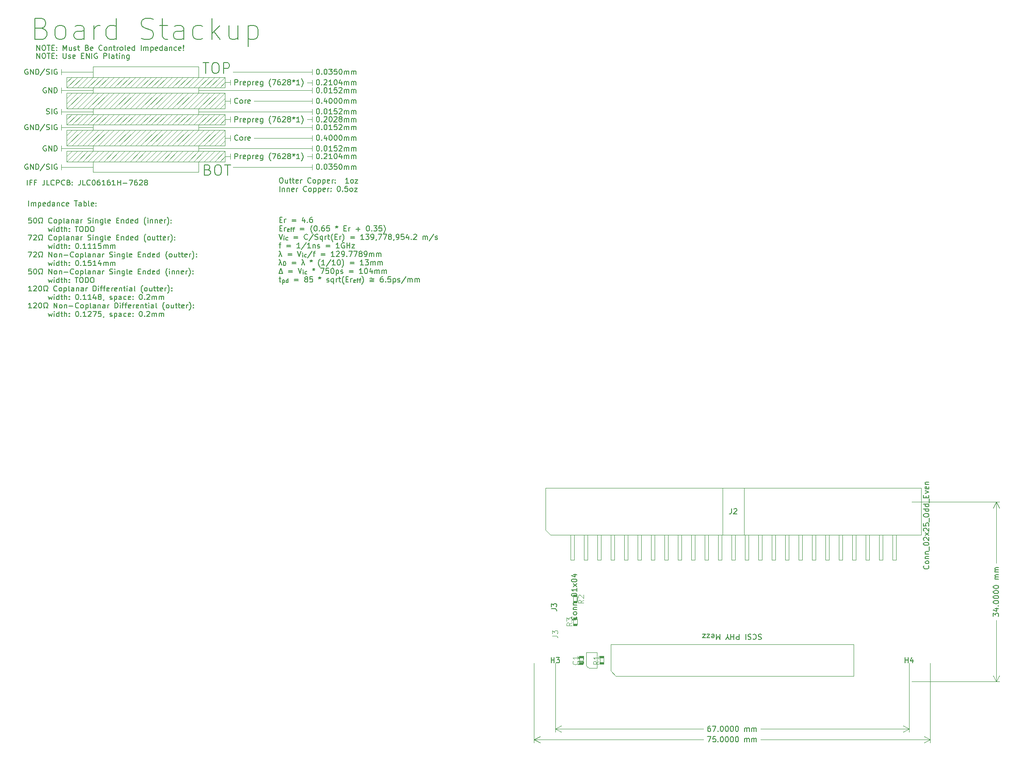
<source format=gbr>
G04 #@! TF.GenerationSoftware,KiCad,Pcbnew,8.0.6*
G04 #@! TF.CreationDate,2024-11-07T02:26:50-08:00*
G04 #@! TF.ProjectId,hvd-50-idc,6876642d-3530-42d6-9964-632e6b696361,1*
G04 #@! TF.SameCoordinates,Original*
G04 #@! TF.FileFunction,AssemblyDrawing,Top*
%FSLAX46Y46*%
G04 Gerber Fmt 4.6, Leading zero omitted, Abs format (unit mm)*
G04 Created by KiCad (PCBNEW 8.0.6) date 2024-11-07 02:26:50*
%MOMM*%
%LPD*%
G01*
G04 APERTURE LIST*
%ADD10C,0.100000*%
%ADD11C,0.150000*%
%ADD12C,0.000000*%
%ADD13C,0.050000*%
G04 APERTURE END LIST*
D10*
X-161500000Y105482791D02*
X-159500000Y107482791D01*
X-163500000Y112500000D02*
X-133500000Y112500000D01*
X-155500000Y112500000D02*
X-153500000Y114500000D01*
X-153500000Y105482791D02*
X-151500000Y107482791D01*
X-135500000Y105482791D02*
X-133500000Y107482791D01*
X-160500000Y112500000D02*
X-158500000Y114500000D01*
X-117000000Y100482791D02*
X-117000000Y101482791D01*
X-140500000Y108500000D02*
X-137500000Y111500000D01*
X-133500000Y106482791D02*
X-132500000Y106482791D01*
X-162500000Y112500000D02*
X-160500000Y114500000D01*
X-143500000Y98482791D02*
X-141500000Y100482791D01*
X-138500000Y104982791D02*
X-117000000Y104982791D01*
X-136500000Y105482791D02*
X-134500000Y107482791D01*
X-152500000Y112500000D02*
X-150500000Y114500000D01*
X-162500000Y108500000D02*
X-159500000Y111500000D01*
X-133500000Y99482791D02*
X-132500000Y99482791D01*
X-141500000Y108500000D02*
X-138500000Y111500000D01*
X-150500000Y98482791D02*
X-148500000Y100482791D01*
X-158500000Y100482791D02*
X-163500000Y100482791D01*
X-146500000Y105482791D02*
X-144500000Y107482791D01*
X-158500000Y112500000D02*
X-156500000Y114500000D01*
X-133500000Y110000000D02*
X-132500000Y110000000D01*
X-156500000Y108500000D02*
X-153500000Y111500000D01*
X-141500000Y101482791D02*
X-138500000Y104482791D01*
X-138500000Y98482791D02*
X-136500000Y100482791D01*
X-117000000Y107482791D02*
X-117000000Y108482791D01*
X-163500000Y98482791D02*
X-161500000Y100482791D01*
X-146500000Y98482791D02*
X-144500000Y100482791D01*
X-151500000Y112500000D02*
X-149500000Y114500000D01*
X-148500000Y98482791D02*
X-146500000Y100482791D01*
X-158500000Y107482791D02*
X-163500000Y107482791D01*
X-146500000Y108500000D02*
X-143500000Y111500000D01*
X-138500000Y105482791D02*
X-136500000Y107482791D01*
X-159500000Y112500000D02*
X-157500000Y114500000D01*
X-160500000Y98482791D02*
X-158500000Y100482791D01*
X-134500000Y108500000D02*
X-133500000Y109500000D01*
X-159500000Y108500000D02*
X-156500000Y111500000D01*
X-154500000Y101482791D02*
X-151500000Y104482791D01*
X-117000000Y114982791D02*
X-117000000Y115982791D01*
X-137500000Y101482791D02*
X-134500000Y104482791D01*
X-138500000Y96482791D02*
X-158500000Y96482791D01*
X-138500000Y105482791D02*
X-138500000Y104482791D01*
X-163500000Y113500000D02*
X-162500000Y114500000D01*
X-146500000Y101482791D02*
X-143500000Y104482791D01*
X-163500000Y105482791D02*
X-133500000Y105482791D01*
X-138500000Y111500000D02*
X-158500000Y111500000D01*
X-141500000Y98482791D02*
X-139500000Y100482791D01*
X-133500000Y105482791D02*
X-133500000Y107482791D01*
X-163500000Y111500000D02*
X-163500000Y108500000D01*
X-148500000Y108500000D02*
X-145500000Y111500000D01*
X-138500000Y116482791D02*
X-158500000Y116482791D01*
X-163500000Y110500000D02*
X-162500000Y111500000D01*
X-134500000Y105482791D02*
X-133500000Y106482791D01*
X-150500000Y112500000D02*
X-148500000Y114500000D01*
X-153500000Y108500000D02*
X-150500000Y111500000D01*
X-161500000Y112500000D02*
X-159500000Y114500000D01*
X-158500000Y100982791D02*
X-164500000Y100982791D01*
X-149500000Y108500000D02*
X-146500000Y111500000D01*
X-154500000Y108500000D02*
X-151500000Y111500000D01*
X-158500000Y111500000D02*
X-158500000Y112500000D01*
X-164500000Y111500000D02*
X-164500000Y112500000D01*
X-133500000Y104482791D02*
X-138500000Y104482791D01*
X-156500000Y98482791D02*
X-154500000Y100482791D01*
X-153500000Y101482791D02*
X-150500000Y104482791D01*
X-158500000Y107482791D02*
X-158500000Y108482791D01*
X-134500000Y98482791D02*
X-133500000Y99482791D01*
X-163500000Y102482791D02*
X-161500000Y104482791D01*
X-132500000Y105982791D02*
X-132500000Y106982791D01*
X-164500000Y96982791D02*
X-164500000Y97982791D01*
X-157500000Y112500000D02*
X-155500000Y114500000D01*
X-133500000Y114500000D02*
X-138500000Y114500000D01*
X-163500000Y103482791D02*
X-162500000Y104482791D01*
X-138500000Y104482791D02*
X-158500000Y104482791D01*
X-158500000Y105482791D02*
X-156500000Y107482791D01*
X-154500000Y105482791D02*
X-152500000Y107482791D01*
X-140500000Y101482791D02*
X-137500000Y104482791D01*
X-143500000Y105482791D02*
X-141500000Y107482791D01*
X-152500000Y98482791D02*
X-150500000Y100482791D01*
X-117000000Y98982791D02*
X-117000000Y99982791D01*
X-153500000Y112500000D02*
X-151500000Y114500000D01*
X-153500000Y98482791D02*
X-151500000Y100482791D01*
X-158500000Y100482791D02*
X-138500000Y100482791D01*
X-117000000Y109482791D02*
X-117000000Y110482791D01*
X-133500000Y108500000D02*
X-133500000Y111500000D01*
X-145500000Y105482791D02*
X-143500000Y107482791D01*
X-140500000Y112500000D02*
X-138500000Y114500000D01*
X-147500000Y108500000D02*
X-144500000Y111500000D01*
X-137500000Y108500000D02*
X-134500000Y111500000D01*
X-156500000Y101482791D02*
X-153500000Y104482791D01*
X-151500000Y101482791D02*
X-148500000Y104482791D01*
X-128000000Y109982791D02*
X-117000000Y109982791D01*
X-155500000Y98482791D02*
X-153500000Y100482791D01*
X-158500000Y101482791D02*
X-155500000Y104482791D01*
X-140500000Y105482791D02*
X-138500000Y107482791D01*
X-156500000Y112500000D02*
X-154500000Y114500000D01*
X-137500000Y105482791D02*
X-135500000Y107482791D01*
X-151500000Y98482791D02*
X-149500000Y100482791D01*
X-148500000Y105482791D02*
X-146500000Y107482791D01*
X-158500000Y104982791D02*
X-164500000Y104982791D01*
X-135500000Y108500000D02*
X-133500000Y110500000D01*
X-138500000Y114482791D02*
X-138500000Y116482791D01*
X-144500000Y101482791D02*
X-141500000Y104482791D01*
X-158500000Y104482791D02*
X-163500000Y104482791D01*
X-136500000Y112500000D02*
X-134500000Y114500000D01*
X-138500000Y108482791D02*
X-138500000Y107482791D01*
X-145500000Y101482791D02*
X-142500000Y104482791D01*
X-162500000Y101482791D02*
X-159500000Y104482791D01*
X-156500000Y105482791D02*
X-154500000Y107482791D01*
X-141500000Y112500000D02*
X-139500000Y114500000D01*
X-138500000Y100982791D02*
X-117000000Y100982791D01*
X-117000000Y102482791D02*
X-117000000Y103482791D01*
X-133500000Y107482791D02*
X-138500000Y107482791D01*
X-158500000Y104482791D02*
X-158500000Y105482791D01*
X-149500000Y98482791D02*
X-147500000Y100482791D01*
X-149500000Y105482791D02*
X-147500000Y107482791D01*
X-158500000Y105482791D02*
X-163500000Y105482791D01*
X-164500000Y114982791D02*
X-164500000Y115982791D01*
X-142500000Y112500000D02*
X-140500000Y114500000D01*
X-143500000Y108500000D02*
X-140500000Y111500000D01*
X-132000000Y115482791D02*
X-117000000Y115482791D01*
X-142500000Y98482791D02*
X-140500000Y100482791D01*
X-139500000Y112500000D02*
X-137500000Y114500000D01*
X-137500000Y112500000D02*
X-135500000Y114500000D01*
X-163500000Y101482791D02*
X-133500000Y101482791D01*
X-148500000Y101482791D02*
X-145500000Y104482791D01*
X-158500000Y105482791D02*
X-138500000Y105482791D01*
X-148500000Y112500000D02*
X-146500000Y114500000D01*
X-157500000Y108500000D02*
X-154500000Y111500000D01*
X-151500000Y105482791D02*
X-149500000Y107482791D01*
X-150500000Y105482791D02*
X-148500000Y107482791D01*
X-117000000Y111482791D02*
X-117000000Y112482791D01*
X-138500000Y112500000D02*
X-136500000Y114500000D01*
X-133500000Y100482791D02*
X-138500000Y100482791D01*
X-118000000Y106482791D02*
X-117000000Y106482791D01*
X-146500000Y112500000D02*
X-144500000Y114500000D01*
X-117000000Y112982791D02*
X-117000000Y113982791D01*
X-143500000Y101482791D02*
X-140500000Y104482791D01*
X-163500000Y106482791D02*
X-162500000Y107482791D01*
X-161500000Y108500000D02*
X-158500000Y111500000D01*
X-136500000Y108500000D02*
X-133500000Y111500000D01*
X-144500000Y108500000D02*
X-141500000Y111500000D01*
X-145500000Y98482791D02*
X-143500000Y100482791D01*
X-139500000Y105482791D02*
X-137500000Y107482791D01*
X-154500000Y112500000D02*
X-152500000Y114500000D01*
X-138500000Y96482791D02*
X-138500000Y98482791D01*
X-141500000Y105482791D02*
X-139500000Y107482791D01*
X-159500000Y98482791D02*
X-157500000Y100482791D01*
X-163500000Y98482791D02*
X-133500000Y98482791D01*
X-142500000Y105482791D02*
X-140500000Y107482791D01*
X-158500000Y116482791D02*
X-158500000Y114482791D01*
X-132500000Y98982791D02*
X-132500000Y99982791D01*
X-158500000Y114500000D02*
X-163500000Y114500000D01*
X-133500000Y112500000D02*
X-133500000Y114500000D01*
X-160500000Y105482791D02*
X-158500000Y107482791D01*
X-118000000Y113482791D02*
X-117000000Y113482791D01*
X-163500000Y105482791D02*
X-161500000Y107482791D01*
X-150500000Y108500000D02*
X-147500000Y111500000D01*
X-136500000Y101482791D02*
X-133500000Y104482791D01*
X-128000000Y102982791D02*
X-117000000Y102982791D01*
X-138500000Y107982791D02*
X-117000000Y107982791D01*
X-117000000Y105982791D02*
X-117000000Y106982791D01*
X-133500000Y102982791D02*
X-132500000Y102982791D01*
X-161500000Y101482791D02*
X-158500000Y104482791D01*
X-117000000Y96982791D02*
X-117000000Y97982791D01*
X-158500000Y111500000D02*
X-163500000Y111500000D01*
X-149500000Y101482791D02*
X-146500000Y104482791D01*
X-151500000Y108500000D02*
X-148500000Y111500000D01*
X-138500000Y101482791D02*
X-138500000Y100482791D01*
X-163500000Y108500000D02*
X-133500000Y108500000D01*
X-150500000Y101482791D02*
X-147500000Y104482791D01*
X-154500000Y98482791D02*
X-152500000Y100482791D01*
X-152500000Y101482791D02*
X-149500000Y104482791D01*
X-158500000Y107982791D02*
X-164500000Y107982791D01*
X-134500000Y101482791D02*
X-133500000Y102482791D01*
X-164500000Y100482791D02*
X-164500000Y101482791D01*
X-118000000Y99482791D02*
X-117000000Y99482791D01*
X-157500000Y101482791D02*
X-154500000Y104482791D01*
X-164500000Y104482791D02*
X-164500000Y105482791D01*
X-138500000Y112500000D02*
X-138500000Y111500000D01*
X-145500000Y108500000D02*
X-142500000Y111500000D01*
X-160500000Y101482791D02*
X-157500000Y104482791D01*
X-163500000Y107482791D02*
X-163500000Y105482791D01*
X-161500000Y98482791D02*
X-159500000Y100482791D01*
X-158500000Y98482791D02*
X-156500000Y100482791D01*
X-158500000Y97482791D02*
X-164500000Y97482791D01*
X-147500000Y105482791D02*
X-145500000Y107482791D01*
X-152500000Y108500000D02*
X-149500000Y111500000D01*
X-132500000Y109500000D02*
X-132500000Y110500000D01*
X-142500000Y108500000D02*
X-139500000Y111500000D01*
X-133500000Y101482791D02*
X-133500000Y104482791D01*
X-149500000Y112500000D02*
X-147500000Y114500000D01*
X-133500000Y98482791D02*
X-133500000Y100482791D01*
X-162500000Y98482791D02*
X-160500000Y100482791D01*
X-158500000Y108500000D02*
X-155500000Y111500000D01*
X-144500000Y112500000D02*
X-142500000Y114500000D01*
X-147500000Y112500000D02*
X-145500000Y114500000D01*
X-158500000Y114500000D02*
X-138500000Y114500000D01*
X-155500000Y105482791D02*
X-153500000Y107482791D01*
X-163500000Y99482791D02*
X-162500000Y100482791D01*
X-158500000Y107482791D02*
X-138500000Y107482791D01*
X-164500000Y107482791D02*
X-164500000Y108482791D01*
X-159500000Y105482791D02*
X-157500000Y107482791D01*
X-147500000Y101482791D02*
X-144500000Y104482791D01*
X-162500000Y105482791D02*
X-160500000Y107482791D01*
X-144500000Y105482791D02*
X-142500000Y107482791D01*
X-133500000Y105482791D02*
X-138500000Y105482791D01*
X-158500000Y100482791D02*
X-158500000Y101482791D01*
X-135500000Y101482791D02*
X-133500000Y103482791D01*
X-132500000Y102482791D02*
X-132500000Y103482791D01*
X-157500000Y105482791D02*
X-155500000Y107482791D01*
X-135500000Y112500000D02*
X-133500000Y114500000D01*
X-157500000Y98482791D02*
X-155500000Y100482791D01*
X-155500000Y101482791D02*
X-152500000Y104482791D01*
X-155500000Y108500000D02*
X-152500000Y111500000D01*
X-139500000Y101482791D02*
X-136500000Y104482791D01*
X-133500000Y111500000D02*
X-138500000Y111500000D01*
X-158500000Y98482791D02*
X-158500000Y96482791D01*
X-159500000Y101482791D02*
X-156500000Y104482791D01*
X-135500000Y98482791D02*
X-133500000Y100482791D01*
X-152500000Y105482791D02*
X-150500000Y107482791D01*
X-132000000Y97482791D02*
X-117000000Y97482791D01*
X-139500000Y98482791D02*
X-137500000Y100482791D01*
X-142500000Y101482791D02*
X-139500000Y104482791D01*
X-163500000Y100482791D02*
X-163500000Y98482791D01*
X-163500000Y104482791D02*
X-163500000Y101482791D01*
X-138500000Y108500000D02*
X-135500000Y111500000D01*
X-136500000Y98482791D02*
X-134500000Y100482791D01*
X-158500000Y112000000D02*
X-164500000Y112000000D01*
X-163500000Y101482791D02*
X-160500000Y104482791D01*
X-163500000Y108500000D02*
X-160500000Y111500000D01*
X-158500000Y115482791D02*
X-164500000Y115482791D01*
X-117000000Y104482791D02*
X-117000000Y105482791D01*
X-147500000Y98482791D02*
X-145500000Y100482791D01*
X-163500000Y114500000D02*
X-163500000Y112500000D01*
X-137500000Y98482791D02*
X-135500000Y100482791D01*
X-134500000Y112500000D02*
X-133500000Y113500000D01*
X-133500000Y113500000D02*
X-132500000Y113500000D01*
X-144500000Y98482791D02*
X-142500000Y100482791D01*
X-140500000Y98482791D02*
X-138500000Y100482791D01*
X-143500000Y112500000D02*
X-141500000Y114500000D01*
X-145500000Y112500000D02*
X-143500000Y114500000D01*
X-163500000Y109500000D02*
X-161500000Y111500000D01*
X-160500000Y108500000D02*
X-157500000Y111500000D01*
X-132500000Y113000000D02*
X-132500000Y114000000D01*
X-163500000Y112500000D02*
X-161500000Y114500000D01*
X-138500000Y111982791D02*
X-117000000Y111982791D01*
X-138500000Y101482791D02*
X-135500000Y104482791D01*
X-139500000Y108500000D02*
X-136500000Y111500000D01*
D11*
X-167384399Y112480353D02*
X-167479637Y112527972D01*
X-167479637Y112527972D02*
X-167622494Y112527972D01*
X-167622494Y112527972D02*
X-167765351Y112480353D01*
X-167765351Y112480353D02*
X-167860589Y112385115D01*
X-167860589Y112385115D02*
X-167908208Y112289877D01*
X-167908208Y112289877D02*
X-167955827Y112099401D01*
X-167955827Y112099401D02*
X-167955827Y111956544D01*
X-167955827Y111956544D02*
X-167908208Y111766068D01*
X-167908208Y111766068D02*
X-167860589Y111670830D01*
X-167860589Y111670830D02*
X-167765351Y111575591D01*
X-167765351Y111575591D02*
X-167622494Y111527972D01*
X-167622494Y111527972D02*
X-167527256Y111527972D01*
X-167527256Y111527972D02*
X-167384399Y111575591D01*
X-167384399Y111575591D02*
X-167336780Y111623211D01*
X-167336780Y111623211D02*
X-167336780Y111956544D01*
X-167336780Y111956544D02*
X-167527256Y111956544D01*
X-166908208Y111527972D02*
X-166908208Y112527972D01*
X-166908208Y112527972D02*
X-166336780Y111527972D01*
X-166336780Y111527972D02*
X-166336780Y112527972D01*
X-165860589Y111527972D02*
X-165860589Y112527972D01*
X-165860589Y112527972D02*
X-165622494Y112527972D01*
X-165622494Y112527972D02*
X-165479637Y112480353D01*
X-165479637Y112480353D02*
X-165384399Y112385115D01*
X-165384399Y112385115D02*
X-165336780Y112289877D01*
X-165336780Y112289877D02*
X-165289161Y112099401D01*
X-165289161Y112099401D02*
X-165289161Y111956544D01*
X-165289161Y111956544D02*
X-165336780Y111766068D01*
X-165336780Y111766068D02*
X-165384399Y111670830D01*
X-165384399Y111670830D02*
X-165479637Y111575591D01*
X-165479637Y111575591D02*
X-165622494Y111527972D01*
X-165622494Y111527972D02*
X-165860589Y111527972D01*
X-115972745Y110527972D02*
X-115877507Y110527972D01*
X-115877507Y110527972D02*
X-115782269Y110480353D01*
X-115782269Y110480353D02*
X-115734650Y110432734D01*
X-115734650Y110432734D02*
X-115687031Y110337496D01*
X-115687031Y110337496D02*
X-115639412Y110147020D01*
X-115639412Y110147020D02*
X-115639412Y109908925D01*
X-115639412Y109908925D02*
X-115687031Y109718449D01*
X-115687031Y109718449D02*
X-115734650Y109623211D01*
X-115734650Y109623211D02*
X-115782269Y109575591D01*
X-115782269Y109575591D02*
X-115877507Y109527972D01*
X-115877507Y109527972D02*
X-115972745Y109527972D01*
X-115972745Y109527972D02*
X-116067983Y109575591D01*
X-116067983Y109575591D02*
X-116115602Y109623211D01*
X-116115602Y109623211D02*
X-116163221Y109718449D01*
X-116163221Y109718449D02*
X-116210840Y109908925D01*
X-116210840Y109908925D02*
X-116210840Y110147020D01*
X-116210840Y110147020D02*
X-116163221Y110337496D01*
X-116163221Y110337496D02*
X-116115602Y110432734D01*
X-116115602Y110432734D02*
X-116067983Y110480353D01*
X-116067983Y110480353D02*
X-115972745Y110527972D01*
X-115210840Y109623211D02*
X-115163221Y109575591D01*
X-115163221Y109575591D02*
X-115210840Y109527972D01*
X-115210840Y109527972D02*
X-115258459Y109575591D01*
X-115258459Y109575591D02*
X-115210840Y109623211D01*
X-115210840Y109623211D02*
X-115210840Y109527972D01*
X-114306079Y110194639D02*
X-114306079Y109527972D01*
X-114544174Y110575591D02*
X-114782269Y109861306D01*
X-114782269Y109861306D02*
X-114163222Y109861306D01*
X-113591793Y110527972D02*
X-113496555Y110527972D01*
X-113496555Y110527972D02*
X-113401317Y110480353D01*
X-113401317Y110480353D02*
X-113353698Y110432734D01*
X-113353698Y110432734D02*
X-113306079Y110337496D01*
X-113306079Y110337496D02*
X-113258460Y110147020D01*
X-113258460Y110147020D02*
X-113258460Y109908925D01*
X-113258460Y109908925D02*
X-113306079Y109718449D01*
X-113306079Y109718449D02*
X-113353698Y109623211D01*
X-113353698Y109623211D02*
X-113401317Y109575591D01*
X-113401317Y109575591D02*
X-113496555Y109527972D01*
X-113496555Y109527972D02*
X-113591793Y109527972D01*
X-113591793Y109527972D02*
X-113687031Y109575591D01*
X-113687031Y109575591D02*
X-113734650Y109623211D01*
X-113734650Y109623211D02*
X-113782269Y109718449D01*
X-113782269Y109718449D02*
X-113829888Y109908925D01*
X-113829888Y109908925D02*
X-113829888Y110147020D01*
X-113829888Y110147020D02*
X-113782269Y110337496D01*
X-113782269Y110337496D02*
X-113734650Y110432734D01*
X-113734650Y110432734D02*
X-113687031Y110480353D01*
X-113687031Y110480353D02*
X-113591793Y110527972D01*
X-112639412Y110527972D02*
X-112544174Y110527972D01*
X-112544174Y110527972D02*
X-112448936Y110480353D01*
X-112448936Y110480353D02*
X-112401317Y110432734D01*
X-112401317Y110432734D02*
X-112353698Y110337496D01*
X-112353698Y110337496D02*
X-112306079Y110147020D01*
X-112306079Y110147020D02*
X-112306079Y109908925D01*
X-112306079Y109908925D02*
X-112353698Y109718449D01*
X-112353698Y109718449D02*
X-112401317Y109623211D01*
X-112401317Y109623211D02*
X-112448936Y109575591D01*
X-112448936Y109575591D02*
X-112544174Y109527972D01*
X-112544174Y109527972D02*
X-112639412Y109527972D01*
X-112639412Y109527972D02*
X-112734650Y109575591D01*
X-112734650Y109575591D02*
X-112782269Y109623211D01*
X-112782269Y109623211D02*
X-112829888Y109718449D01*
X-112829888Y109718449D02*
X-112877507Y109908925D01*
X-112877507Y109908925D02*
X-112877507Y110147020D01*
X-112877507Y110147020D02*
X-112829888Y110337496D01*
X-112829888Y110337496D02*
X-112782269Y110432734D01*
X-112782269Y110432734D02*
X-112734650Y110480353D01*
X-112734650Y110480353D02*
X-112639412Y110527972D01*
X-111687031Y110527972D02*
X-111591793Y110527972D01*
X-111591793Y110527972D02*
X-111496555Y110480353D01*
X-111496555Y110480353D02*
X-111448936Y110432734D01*
X-111448936Y110432734D02*
X-111401317Y110337496D01*
X-111401317Y110337496D02*
X-111353698Y110147020D01*
X-111353698Y110147020D02*
X-111353698Y109908925D01*
X-111353698Y109908925D02*
X-111401317Y109718449D01*
X-111401317Y109718449D02*
X-111448936Y109623211D01*
X-111448936Y109623211D02*
X-111496555Y109575591D01*
X-111496555Y109575591D02*
X-111591793Y109527972D01*
X-111591793Y109527972D02*
X-111687031Y109527972D01*
X-111687031Y109527972D02*
X-111782269Y109575591D01*
X-111782269Y109575591D02*
X-111829888Y109623211D01*
X-111829888Y109623211D02*
X-111877507Y109718449D01*
X-111877507Y109718449D02*
X-111925126Y109908925D01*
X-111925126Y109908925D02*
X-111925126Y110147020D01*
X-111925126Y110147020D02*
X-111877507Y110337496D01*
X-111877507Y110337496D02*
X-111829888Y110432734D01*
X-111829888Y110432734D02*
X-111782269Y110480353D01*
X-111782269Y110480353D02*
X-111687031Y110527972D01*
X-110925126Y109527972D02*
X-110925126Y110194639D01*
X-110925126Y110099401D02*
X-110877507Y110147020D01*
X-110877507Y110147020D02*
X-110782269Y110194639D01*
X-110782269Y110194639D02*
X-110639412Y110194639D01*
X-110639412Y110194639D02*
X-110544174Y110147020D01*
X-110544174Y110147020D02*
X-110496555Y110051782D01*
X-110496555Y110051782D02*
X-110496555Y109527972D01*
X-110496555Y110051782D02*
X-110448936Y110147020D01*
X-110448936Y110147020D02*
X-110353698Y110194639D01*
X-110353698Y110194639D02*
X-110210841Y110194639D01*
X-110210841Y110194639D02*
X-110115602Y110147020D01*
X-110115602Y110147020D02*
X-110067983Y110051782D01*
X-110067983Y110051782D02*
X-110067983Y109527972D01*
X-109591793Y109527972D02*
X-109591793Y110194639D01*
X-109591793Y110099401D02*
X-109544174Y110147020D01*
X-109544174Y110147020D02*
X-109448936Y110194639D01*
X-109448936Y110194639D02*
X-109306079Y110194639D01*
X-109306079Y110194639D02*
X-109210841Y110147020D01*
X-109210841Y110147020D02*
X-109163222Y110051782D01*
X-109163222Y110051782D02*
X-109163222Y109527972D01*
X-109163222Y110051782D02*
X-109115603Y110147020D01*
X-109115603Y110147020D02*
X-109020365Y110194639D01*
X-109020365Y110194639D02*
X-108877508Y110194639D01*
X-108877508Y110194639D02*
X-108782269Y110147020D01*
X-108782269Y110147020D02*
X-108734650Y110051782D01*
X-108734650Y110051782D02*
X-108734650Y109527972D01*
X-123163221Y87473599D02*
X-122829888Y87473599D01*
X-122687031Y86949789D02*
X-123163221Y86949789D01*
X-123163221Y86949789D02*
X-123163221Y87949789D01*
X-123163221Y87949789D02*
X-122687031Y87949789D01*
X-122258459Y86949789D02*
X-122258459Y87616456D01*
X-122258459Y87425980D02*
X-122210840Y87521218D01*
X-122210840Y87521218D02*
X-122163221Y87568837D01*
X-122163221Y87568837D02*
X-122067983Y87616456D01*
X-122067983Y87616456D02*
X-121972745Y87616456D01*
X-120877506Y87473599D02*
X-120115601Y87473599D01*
X-120115601Y87187885D02*
X-120877506Y87187885D01*
X-118448935Y87616456D02*
X-118448935Y86949789D01*
X-118687030Y87997408D02*
X-118925125Y87283123D01*
X-118925125Y87283123D02*
X-118306078Y87283123D01*
X-117925125Y87045028D02*
X-117877506Y86997408D01*
X-117877506Y86997408D02*
X-117925125Y86949789D01*
X-117925125Y86949789D02*
X-117972744Y86997408D01*
X-117972744Y86997408D02*
X-117925125Y87045028D01*
X-117925125Y87045028D02*
X-117925125Y86949789D01*
X-117020364Y87949789D02*
X-117210840Y87949789D01*
X-117210840Y87949789D02*
X-117306078Y87902170D01*
X-117306078Y87902170D02*
X-117353697Y87854551D01*
X-117353697Y87854551D02*
X-117448935Y87711694D01*
X-117448935Y87711694D02*
X-117496554Y87521218D01*
X-117496554Y87521218D02*
X-117496554Y87140266D01*
X-117496554Y87140266D02*
X-117448935Y87045028D01*
X-117448935Y87045028D02*
X-117401316Y86997408D01*
X-117401316Y86997408D02*
X-117306078Y86949789D01*
X-117306078Y86949789D02*
X-117115602Y86949789D01*
X-117115602Y86949789D02*
X-117020364Y86997408D01*
X-117020364Y86997408D02*
X-116972745Y87045028D01*
X-116972745Y87045028D02*
X-116925126Y87140266D01*
X-116925126Y87140266D02*
X-116925126Y87378361D01*
X-116925126Y87378361D02*
X-116972745Y87473599D01*
X-116972745Y87473599D02*
X-117020364Y87521218D01*
X-117020364Y87521218D02*
X-117115602Y87568837D01*
X-117115602Y87568837D02*
X-117306078Y87568837D01*
X-117306078Y87568837D02*
X-117401316Y87521218D01*
X-117401316Y87521218D02*
X-117448935Y87473599D01*
X-117448935Y87473599D02*
X-117496554Y87378361D01*
X-123163221Y85863655D02*
X-122829888Y85863655D01*
X-122687031Y85339845D02*
X-123163221Y85339845D01*
X-123163221Y85339845D02*
X-123163221Y86339845D01*
X-123163221Y86339845D02*
X-122687031Y86339845D01*
X-122258459Y85339845D02*
X-122258459Y86006512D01*
X-122258459Y85816036D02*
X-122210840Y85911274D01*
X-122210840Y85911274D02*
X-122163221Y85958893D01*
X-122163221Y85958893D02*
X-122067983Y86006512D01*
X-122067983Y86006512D02*
X-121972745Y86006512D01*
X-121382268Y85267464D02*
X-121458459Y85229369D01*
X-121458459Y85229369D02*
X-121610840Y85229369D01*
X-121610840Y85229369D02*
X-121687030Y85267464D01*
X-121687030Y85267464D02*
X-121725126Y85343655D01*
X-121725126Y85343655D02*
X-121725126Y85648417D01*
X-121725126Y85648417D02*
X-121687030Y85724607D01*
X-121687030Y85724607D02*
X-121610840Y85762703D01*
X-121610840Y85762703D02*
X-121458459Y85762703D01*
X-121458459Y85762703D02*
X-121382268Y85724607D01*
X-121382268Y85724607D02*
X-121344173Y85648417D01*
X-121344173Y85648417D02*
X-121344173Y85572226D01*
X-121344173Y85572226D02*
X-121725126Y85496036D01*
X-121115602Y85762703D02*
X-120810840Y85762703D01*
X-121001316Y85229369D02*
X-121001316Y85915084D01*
X-121001316Y85915084D02*
X-120963221Y85991274D01*
X-120963221Y85991274D02*
X-120887031Y86029369D01*
X-120887031Y86029369D02*
X-120810840Y86029369D01*
X-120658459Y85762703D02*
X-120353697Y85762703D01*
X-120544173Y85229369D02*
X-120544173Y85915084D01*
X-120544173Y85915084D02*
X-120506078Y85991274D01*
X-120506078Y85991274D02*
X-120429888Y86029369D01*
X-120429888Y86029369D02*
X-120353697Y86029369D01*
X-119277506Y85863655D02*
X-118515601Y85863655D01*
X-118515601Y85577941D02*
X-119277506Y85577941D01*
X-116991792Y84958893D02*
X-117039411Y85006512D01*
X-117039411Y85006512D02*
X-117134649Y85149369D01*
X-117134649Y85149369D02*
X-117182268Y85244607D01*
X-117182268Y85244607D02*
X-117229887Y85387464D01*
X-117229887Y85387464D02*
X-117277506Y85625560D01*
X-117277506Y85625560D02*
X-117277506Y85816036D01*
X-117277506Y85816036D02*
X-117229887Y86054131D01*
X-117229887Y86054131D02*
X-117182268Y86196988D01*
X-117182268Y86196988D02*
X-117134649Y86292226D01*
X-117134649Y86292226D02*
X-117039411Y86435084D01*
X-117039411Y86435084D02*
X-116991792Y86482703D01*
X-116420363Y86339845D02*
X-116325125Y86339845D01*
X-116325125Y86339845D02*
X-116229887Y86292226D01*
X-116229887Y86292226D02*
X-116182268Y86244607D01*
X-116182268Y86244607D02*
X-116134649Y86149369D01*
X-116134649Y86149369D02*
X-116087030Y85958893D01*
X-116087030Y85958893D02*
X-116087030Y85720798D01*
X-116087030Y85720798D02*
X-116134649Y85530322D01*
X-116134649Y85530322D02*
X-116182268Y85435084D01*
X-116182268Y85435084D02*
X-116229887Y85387464D01*
X-116229887Y85387464D02*
X-116325125Y85339845D01*
X-116325125Y85339845D02*
X-116420363Y85339845D01*
X-116420363Y85339845D02*
X-116515601Y85387464D01*
X-116515601Y85387464D02*
X-116563220Y85435084D01*
X-116563220Y85435084D02*
X-116610839Y85530322D01*
X-116610839Y85530322D02*
X-116658458Y85720798D01*
X-116658458Y85720798D02*
X-116658458Y85958893D01*
X-116658458Y85958893D02*
X-116610839Y86149369D01*
X-116610839Y86149369D02*
X-116563220Y86244607D01*
X-116563220Y86244607D02*
X-116515601Y86292226D01*
X-116515601Y86292226D02*
X-116420363Y86339845D01*
X-115658458Y85435084D02*
X-115610839Y85387464D01*
X-115610839Y85387464D02*
X-115658458Y85339845D01*
X-115658458Y85339845D02*
X-115706077Y85387464D01*
X-115706077Y85387464D02*
X-115658458Y85435084D01*
X-115658458Y85435084D02*
X-115658458Y85339845D01*
X-114753697Y86339845D02*
X-114944173Y86339845D01*
X-114944173Y86339845D02*
X-115039411Y86292226D01*
X-115039411Y86292226D02*
X-115087030Y86244607D01*
X-115087030Y86244607D02*
X-115182268Y86101750D01*
X-115182268Y86101750D02*
X-115229887Y85911274D01*
X-115229887Y85911274D02*
X-115229887Y85530322D01*
X-115229887Y85530322D02*
X-115182268Y85435084D01*
X-115182268Y85435084D02*
X-115134649Y85387464D01*
X-115134649Y85387464D02*
X-115039411Y85339845D01*
X-115039411Y85339845D02*
X-114848935Y85339845D01*
X-114848935Y85339845D02*
X-114753697Y85387464D01*
X-114753697Y85387464D02*
X-114706078Y85435084D01*
X-114706078Y85435084D02*
X-114658459Y85530322D01*
X-114658459Y85530322D02*
X-114658459Y85768417D01*
X-114658459Y85768417D02*
X-114706078Y85863655D01*
X-114706078Y85863655D02*
X-114753697Y85911274D01*
X-114753697Y85911274D02*
X-114848935Y85958893D01*
X-114848935Y85958893D02*
X-115039411Y85958893D01*
X-115039411Y85958893D02*
X-115134649Y85911274D01*
X-115134649Y85911274D02*
X-115182268Y85863655D01*
X-115182268Y85863655D02*
X-115229887Y85768417D01*
X-113753697Y86339845D02*
X-114229887Y86339845D01*
X-114229887Y86339845D02*
X-114277506Y85863655D01*
X-114277506Y85863655D02*
X-114229887Y85911274D01*
X-114229887Y85911274D02*
X-114134649Y85958893D01*
X-114134649Y85958893D02*
X-113896554Y85958893D01*
X-113896554Y85958893D02*
X-113801316Y85911274D01*
X-113801316Y85911274D02*
X-113753697Y85863655D01*
X-113753697Y85863655D02*
X-113706078Y85768417D01*
X-113706078Y85768417D02*
X-113706078Y85530322D01*
X-113706078Y85530322D02*
X-113753697Y85435084D01*
X-113753697Y85435084D02*
X-113801316Y85387464D01*
X-113801316Y85387464D02*
X-113896554Y85339845D01*
X-113896554Y85339845D02*
X-114134649Y85339845D01*
X-114134649Y85339845D02*
X-114229887Y85387464D01*
X-114229887Y85387464D02*
X-114277506Y85435084D01*
X-112372744Y86339845D02*
X-112372744Y86101750D01*
X-112610839Y86196988D02*
X-112372744Y86101750D01*
X-112372744Y86101750D02*
X-112134649Y86196988D01*
X-112515601Y85911274D02*
X-112372744Y86101750D01*
X-112372744Y86101750D02*
X-112229887Y85911274D01*
X-110991791Y85863655D02*
X-110658458Y85863655D01*
X-110515601Y85339845D02*
X-110991791Y85339845D01*
X-110991791Y85339845D02*
X-110991791Y86339845D01*
X-110991791Y86339845D02*
X-110515601Y86339845D01*
X-110087029Y85339845D02*
X-110087029Y86006512D01*
X-110087029Y85816036D02*
X-110039410Y85911274D01*
X-110039410Y85911274D02*
X-109991791Y85958893D01*
X-109991791Y85958893D02*
X-109896553Y86006512D01*
X-109896553Y86006512D02*
X-109801315Y86006512D01*
X-108706076Y85720798D02*
X-107944171Y85720798D01*
X-108325124Y85339845D02*
X-108325124Y86101750D01*
X-106515600Y86339845D02*
X-106420362Y86339845D01*
X-106420362Y86339845D02*
X-106325124Y86292226D01*
X-106325124Y86292226D02*
X-106277505Y86244607D01*
X-106277505Y86244607D02*
X-106229886Y86149369D01*
X-106229886Y86149369D02*
X-106182267Y85958893D01*
X-106182267Y85958893D02*
X-106182267Y85720798D01*
X-106182267Y85720798D02*
X-106229886Y85530322D01*
X-106229886Y85530322D02*
X-106277505Y85435084D01*
X-106277505Y85435084D02*
X-106325124Y85387464D01*
X-106325124Y85387464D02*
X-106420362Y85339845D01*
X-106420362Y85339845D02*
X-106515600Y85339845D01*
X-106515600Y85339845D02*
X-106610838Y85387464D01*
X-106610838Y85387464D02*
X-106658457Y85435084D01*
X-106658457Y85435084D02*
X-106706076Y85530322D01*
X-106706076Y85530322D02*
X-106753695Y85720798D01*
X-106753695Y85720798D02*
X-106753695Y85958893D01*
X-106753695Y85958893D02*
X-106706076Y86149369D01*
X-106706076Y86149369D02*
X-106658457Y86244607D01*
X-106658457Y86244607D02*
X-106610838Y86292226D01*
X-106610838Y86292226D02*
X-106515600Y86339845D01*
X-105753695Y85435084D02*
X-105706076Y85387464D01*
X-105706076Y85387464D02*
X-105753695Y85339845D01*
X-105753695Y85339845D02*
X-105801314Y85387464D01*
X-105801314Y85387464D02*
X-105753695Y85435084D01*
X-105753695Y85435084D02*
X-105753695Y85339845D01*
X-105372743Y86339845D02*
X-104753696Y86339845D01*
X-104753696Y86339845D02*
X-105087029Y85958893D01*
X-105087029Y85958893D02*
X-104944172Y85958893D01*
X-104944172Y85958893D02*
X-104848934Y85911274D01*
X-104848934Y85911274D02*
X-104801315Y85863655D01*
X-104801315Y85863655D02*
X-104753696Y85768417D01*
X-104753696Y85768417D02*
X-104753696Y85530322D01*
X-104753696Y85530322D02*
X-104801315Y85435084D01*
X-104801315Y85435084D02*
X-104848934Y85387464D01*
X-104848934Y85387464D02*
X-104944172Y85339845D01*
X-104944172Y85339845D02*
X-105229886Y85339845D01*
X-105229886Y85339845D02*
X-105325124Y85387464D01*
X-105325124Y85387464D02*
X-105372743Y85435084D01*
X-103848934Y86339845D02*
X-104325124Y86339845D01*
X-104325124Y86339845D02*
X-104372743Y85863655D01*
X-104372743Y85863655D02*
X-104325124Y85911274D01*
X-104325124Y85911274D02*
X-104229886Y85958893D01*
X-104229886Y85958893D02*
X-103991791Y85958893D01*
X-103991791Y85958893D02*
X-103896553Y85911274D01*
X-103896553Y85911274D02*
X-103848934Y85863655D01*
X-103848934Y85863655D02*
X-103801315Y85768417D01*
X-103801315Y85768417D02*
X-103801315Y85530322D01*
X-103801315Y85530322D02*
X-103848934Y85435084D01*
X-103848934Y85435084D02*
X-103896553Y85387464D01*
X-103896553Y85387464D02*
X-103991791Y85339845D01*
X-103991791Y85339845D02*
X-104229886Y85339845D01*
X-104229886Y85339845D02*
X-104325124Y85387464D01*
X-104325124Y85387464D02*
X-104372743Y85435084D01*
X-103467981Y84958893D02*
X-103420362Y85006512D01*
X-103420362Y85006512D02*
X-103325124Y85149369D01*
X-103325124Y85149369D02*
X-103277505Y85244607D01*
X-103277505Y85244607D02*
X-103229886Y85387464D01*
X-103229886Y85387464D02*
X-103182267Y85625560D01*
X-103182267Y85625560D02*
X-103182267Y85816036D01*
X-103182267Y85816036D02*
X-103229886Y86054131D01*
X-103229886Y86054131D02*
X-103277505Y86196988D01*
X-103277505Y86196988D02*
X-103325124Y86292226D01*
X-103325124Y86292226D02*
X-103420362Y86435084D01*
X-103420362Y86435084D02*
X-103467981Y86482703D01*
X-123306078Y84729901D02*
X-122972745Y83729901D01*
X-122972745Y83729901D02*
X-122639412Y84729901D01*
X-122353697Y83619425D02*
X-122353697Y84152759D01*
X-122353697Y84419425D02*
X-122391793Y84381330D01*
X-122391793Y84381330D02*
X-122353697Y84343235D01*
X-122353697Y84343235D02*
X-122315602Y84381330D01*
X-122315602Y84381330D02*
X-122353697Y84419425D01*
X-122353697Y84419425D02*
X-122353697Y84343235D01*
X-121629888Y83657520D02*
X-121706079Y83619425D01*
X-121706079Y83619425D02*
X-121858460Y83619425D01*
X-121858460Y83619425D02*
X-121934650Y83657520D01*
X-121934650Y83657520D02*
X-121972745Y83695616D01*
X-121972745Y83695616D02*
X-122010841Y83771806D01*
X-122010841Y83771806D02*
X-122010841Y84000378D01*
X-122010841Y84000378D02*
X-121972745Y84076568D01*
X-121972745Y84076568D02*
X-121934650Y84114663D01*
X-121934650Y84114663D02*
X-121858460Y84152759D01*
X-121858460Y84152759D02*
X-121706079Y84152759D01*
X-121706079Y84152759D02*
X-121629888Y84114663D01*
X-120477507Y84253711D02*
X-119715602Y84253711D01*
X-119715602Y83967997D02*
X-120477507Y83967997D01*
X-117906079Y83825140D02*
X-117953698Y83777520D01*
X-117953698Y83777520D02*
X-118096555Y83729901D01*
X-118096555Y83729901D02*
X-118191793Y83729901D01*
X-118191793Y83729901D02*
X-118334650Y83777520D01*
X-118334650Y83777520D02*
X-118429888Y83872759D01*
X-118429888Y83872759D02*
X-118477507Y83967997D01*
X-118477507Y83967997D02*
X-118525126Y84158473D01*
X-118525126Y84158473D02*
X-118525126Y84301330D01*
X-118525126Y84301330D02*
X-118477507Y84491806D01*
X-118477507Y84491806D02*
X-118429888Y84587044D01*
X-118429888Y84587044D02*
X-118334650Y84682282D01*
X-118334650Y84682282D02*
X-118191793Y84729901D01*
X-118191793Y84729901D02*
X-118096555Y84729901D01*
X-118096555Y84729901D02*
X-117953698Y84682282D01*
X-117953698Y84682282D02*
X-117906079Y84634663D01*
X-116763222Y84777520D02*
X-117620364Y83491806D01*
X-116477507Y83777520D02*
X-116334650Y83729901D01*
X-116334650Y83729901D02*
X-116096555Y83729901D01*
X-116096555Y83729901D02*
X-116001317Y83777520D01*
X-116001317Y83777520D02*
X-115953698Y83825140D01*
X-115953698Y83825140D02*
X-115906079Y83920378D01*
X-115906079Y83920378D02*
X-115906079Y84015616D01*
X-115906079Y84015616D02*
X-115953698Y84110854D01*
X-115953698Y84110854D02*
X-116001317Y84158473D01*
X-116001317Y84158473D02*
X-116096555Y84206092D01*
X-116096555Y84206092D02*
X-116287031Y84253711D01*
X-116287031Y84253711D02*
X-116382269Y84301330D01*
X-116382269Y84301330D02*
X-116429888Y84348949D01*
X-116429888Y84348949D02*
X-116477507Y84444187D01*
X-116477507Y84444187D02*
X-116477507Y84539425D01*
X-116477507Y84539425D02*
X-116429888Y84634663D01*
X-116429888Y84634663D02*
X-116382269Y84682282D01*
X-116382269Y84682282D02*
X-116287031Y84729901D01*
X-116287031Y84729901D02*
X-116048936Y84729901D01*
X-116048936Y84729901D02*
X-115906079Y84682282D01*
X-115048936Y84396568D02*
X-115048936Y83396568D01*
X-115048936Y83777520D02*
X-115144174Y83729901D01*
X-115144174Y83729901D02*
X-115334650Y83729901D01*
X-115334650Y83729901D02*
X-115429888Y83777520D01*
X-115429888Y83777520D02*
X-115477507Y83825140D01*
X-115477507Y83825140D02*
X-115525126Y83920378D01*
X-115525126Y83920378D02*
X-115525126Y84206092D01*
X-115525126Y84206092D02*
X-115477507Y84301330D01*
X-115477507Y84301330D02*
X-115429888Y84348949D01*
X-115429888Y84348949D02*
X-115334650Y84396568D01*
X-115334650Y84396568D02*
X-115144174Y84396568D01*
X-115144174Y84396568D02*
X-115048936Y84348949D01*
X-114572745Y83729901D02*
X-114572745Y84396568D01*
X-114572745Y84206092D02*
X-114525126Y84301330D01*
X-114525126Y84301330D02*
X-114477507Y84348949D01*
X-114477507Y84348949D02*
X-114382269Y84396568D01*
X-114382269Y84396568D02*
X-114287031Y84396568D01*
X-114096554Y84396568D02*
X-113715602Y84396568D01*
X-113953697Y84729901D02*
X-113953697Y83872759D01*
X-113953697Y83872759D02*
X-113906078Y83777520D01*
X-113906078Y83777520D02*
X-113810840Y83729901D01*
X-113810840Y83729901D02*
X-113715602Y83729901D01*
X-113096554Y83348949D02*
X-113144173Y83396568D01*
X-113144173Y83396568D02*
X-113239411Y83539425D01*
X-113239411Y83539425D02*
X-113287030Y83634663D01*
X-113287030Y83634663D02*
X-113334649Y83777520D01*
X-113334649Y83777520D02*
X-113382268Y84015616D01*
X-113382268Y84015616D02*
X-113382268Y84206092D01*
X-113382268Y84206092D02*
X-113334649Y84444187D01*
X-113334649Y84444187D02*
X-113287030Y84587044D01*
X-113287030Y84587044D02*
X-113239411Y84682282D01*
X-113239411Y84682282D02*
X-113144173Y84825140D01*
X-113144173Y84825140D02*
X-113096554Y84872759D01*
X-112715601Y84253711D02*
X-112382268Y84253711D01*
X-112239411Y83729901D02*
X-112715601Y83729901D01*
X-112715601Y83729901D02*
X-112715601Y84729901D01*
X-112715601Y84729901D02*
X-112239411Y84729901D01*
X-111810839Y83729901D02*
X-111810839Y84396568D01*
X-111810839Y84206092D02*
X-111763220Y84301330D01*
X-111763220Y84301330D02*
X-111715601Y84348949D01*
X-111715601Y84348949D02*
X-111620363Y84396568D01*
X-111620363Y84396568D02*
X-111525125Y84396568D01*
X-111287029Y83348949D02*
X-111239410Y83396568D01*
X-111239410Y83396568D02*
X-111144172Y83539425D01*
X-111144172Y83539425D02*
X-111096553Y83634663D01*
X-111096553Y83634663D02*
X-111048934Y83777520D01*
X-111048934Y83777520D02*
X-111001315Y84015616D01*
X-111001315Y84015616D02*
X-111001315Y84206092D01*
X-111001315Y84206092D02*
X-111048934Y84444187D01*
X-111048934Y84444187D02*
X-111096553Y84587044D01*
X-111096553Y84587044D02*
X-111144172Y84682282D01*
X-111144172Y84682282D02*
X-111239410Y84825140D01*
X-111239410Y84825140D02*
X-111287029Y84872759D01*
X-109763219Y84253711D02*
X-109001314Y84253711D01*
X-109001314Y83967997D02*
X-109763219Y83967997D01*
X-107239410Y83729901D02*
X-107810838Y83729901D01*
X-107525124Y83729901D02*
X-107525124Y84729901D01*
X-107525124Y84729901D02*
X-107620362Y84587044D01*
X-107620362Y84587044D02*
X-107715600Y84491806D01*
X-107715600Y84491806D02*
X-107810838Y84444187D01*
X-106906076Y84729901D02*
X-106287029Y84729901D01*
X-106287029Y84729901D02*
X-106620362Y84348949D01*
X-106620362Y84348949D02*
X-106477505Y84348949D01*
X-106477505Y84348949D02*
X-106382267Y84301330D01*
X-106382267Y84301330D02*
X-106334648Y84253711D01*
X-106334648Y84253711D02*
X-106287029Y84158473D01*
X-106287029Y84158473D02*
X-106287029Y83920378D01*
X-106287029Y83920378D02*
X-106334648Y83825140D01*
X-106334648Y83825140D02*
X-106382267Y83777520D01*
X-106382267Y83777520D02*
X-106477505Y83729901D01*
X-106477505Y83729901D02*
X-106763219Y83729901D01*
X-106763219Y83729901D02*
X-106858457Y83777520D01*
X-106858457Y83777520D02*
X-106906076Y83825140D01*
X-105810838Y83729901D02*
X-105620362Y83729901D01*
X-105620362Y83729901D02*
X-105525124Y83777520D01*
X-105525124Y83777520D02*
X-105477505Y83825140D01*
X-105477505Y83825140D02*
X-105382267Y83967997D01*
X-105382267Y83967997D02*
X-105334648Y84158473D01*
X-105334648Y84158473D02*
X-105334648Y84539425D01*
X-105334648Y84539425D02*
X-105382267Y84634663D01*
X-105382267Y84634663D02*
X-105429886Y84682282D01*
X-105429886Y84682282D02*
X-105525124Y84729901D01*
X-105525124Y84729901D02*
X-105715600Y84729901D01*
X-105715600Y84729901D02*
X-105810838Y84682282D01*
X-105810838Y84682282D02*
X-105858457Y84634663D01*
X-105858457Y84634663D02*
X-105906076Y84539425D01*
X-105906076Y84539425D02*
X-105906076Y84301330D01*
X-105906076Y84301330D02*
X-105858457Y84206092D01*
X-105858457Y84206092D02*
X-105810838Y84158473D01*
X-105810838Y84158473D02*
X-105715600Y84110854D01*
X-105715600Y84110854D02*
X-105525124Y84110854D01*
X-105525124Y84110854D02*
X-105429886Y84158473D01*
X-105429886Y84158473D02*
X-105382267Y84206092D01*
X-105382267Y84206092D02*
X-105334648Y84301330D01*
X-104858457Y83777520D02*
X-104858457Y83729901D01*
X-104858457Y83729901D02*
X-104906076Y83634663D01*
X-104906076Y83634663D02*
X-104953695Y83587044D01*
X-104525124Y84729901D02*
X-103858458Y84729901D01*
X-103858458Y84729901D02*
X-104287029Y83729901D01*
X-103572743Y84729901D02*
X-102906077Y84729901D01*
X-102906077Y84729901D02*
X-103334648Y83729901D01*
X-102382267Y84301330D02*
X-102477505Y84348949D01*
X-102477505Y84348949D02*
X-102525124Y84396568D01*
X-102525124Y84396568D02*
X-102572743Y84491806D01*
X-102572743Y84491806D02*
X-102572743Y84539425D01*
X-102572743Y84539425D02*
X-102525124Y84634663D01*
X-102525124Y84634663D02*
X-102477505Y84682282D01*
X-102477505Y84682282D02*
X-102382267Y84729901D01*
X-102382267Y84729901D02*
X-102191791Y84729901D01*
X-102191791Y84729901D02*
X-102096553Y84682282D01*
X-102096553Y84682282D02*
X-102048934Y84634663D01*
X-102048934Y84634663D02*
X-102001315Y84539425D01*
X-102001315Y84539425D02*
X-102001315Y84491806D01*
X-102001315Y84491806D02*
X-102048934Y84396568D01*
X-102048934Y84396568D02*
X-102096553Y84348949D01*
X-102096553Y84348949D02*
X-102191791Y84301330D01*
X-102191791Y84301330D02*
X-102382267Y84301330D01*
X-102382267Y84301330D02*
X-102477505Y84253711D01*
X-102477505Y84253711D02*
X-102525124Y84206092D01*
X-102525124Y84206092D02*
X-102572743Y84110854D01*
X-102572743Y84110854D02*
X-102572743Y83920378D01*
X-102572743Y83920378D02*
X-102525124Y83825140D01*
X-102525124Y83825140D02*
X-102477505Y83777520D01*
X-102477505Y83777520D02*
X-102382267Y83729901D01*
X-102382267Y83729901D02*
X-102191791Y83729901D01*
X-102191791Y83729901D02*
X-102096553Y83777520D01*
X-102096553Y83777520D02*
X-102048934Y83825140D01*
X-102048934Y83825140D02*
X-102001315Y83920378D01*
X-102001315Y83920378D02*
X-102001315Y84110854D01*
X-102001315Y84110854D02*
X-102048934Y84206092D01*
X-102048934Y84206092D02*
X-102096553Y84253711D01*
X-102096553Y84253711D02*
X-102191791Y84301330D01*
X-101525124Y83777520D02*
X-101525124Y83729901D01*
X-101525124Y83729901D02*
X-101572743Y83634663D01*
X-101572743Y83634663D02*
X-101620362Y83587044D01*
X-101048934Y83729901D02*
X-100858458Y83729901D01*
X-100858458Y83729901D02*
X-100763220Y83777520D01*
X-100763220Y83777520D02*
X-100715601Y83825140D01*
X-100715601Y83825140D02*
X-100620363Y83967997D01*
X-100620363Y83967997D02*
X-100572744Y84158473D01*
X-100572744Y84158473D02*
X-100572744Y84539425D01*
X-100572744Y84539425D02*
X-100620363Y84634663D01*
X-100620363Y84634663D02*
X-100667982Y84682282D01*
X-100667982Y84682282D02*
X-100763220Y84729901D01*
X-100763220Y84729901D02*
X-100953696Y84729901D01*
X-100953696Y84729901D02*
X-101048934Y84682282D01*
X-101048934Y84682282D02*
X-101096553Y84634663D01*
X-101096553Y84634663D02*
X-101144172Y84539425D01*
X-101144172Y84539425D02*
X-101144172Y84301330D01*
X-101144172Y84301330D02*
X-101096553Y84206092D01*
X-101096553Y84206092D02*
X-101048934Y84158473D01*
X-101048934Y84158473D02*
X-100953696Y84110854D01*
X-100953696Y84110854D02*
X-100763220Y84110854D01*
X-100763220Y84110854D02*
X-100667982Y84158473D01*
X-100667982Y84158473D02*
X-100620363Y84206092D01*
X-100620363Y84206092D02*
X-100572744Y84301330D01*
X-99667982Y84729901D02*
X-100144172Y84729901D01*
X-100144172Y84729901D02*
X-100191791Y84253711D01*
X-100191791Y84253711D02*
X-100144172Y84301330D01*
X-100144172Y84301330D02*
X-100048934Y84348949D01*
X-100048934Y84348949D02*
X-99810839Y84348949D01*
X-99810839Y84348949D02*
X-99715601Y84301330D01*
X-99715601Y84301330D02*
X-99667982Y84253711D01*
X-99667982Y84253711D02*
X-99620363Y84158473D01*
X-99620363Y84158473D02*
X-99620363Y83920378D01*
X-99620363Y83920378D02*
X-99667982Y83825140D01*
X-99667982Y83825140D02*
X-99715601Y83777520D01*
X-99715601Y83777520D02*
X-99810839Y83729901D01*
X-99810839Y83729901D02*
X-100048934Y83729901D01*
X-100048934Y83729901D02*
X-100144172Y83777520D01*
X-100144172Y83777520D02*
X-100191791Y83825140D01*
X-98763220Y84396568D02*
X-98763220Y83729901D01*
X-99001315Y84777520D02*
X-99239410Y84063235D01*
X-99239410Y84063235D02*
X-98620363Y84063235D01*
X-98239410Y83825140D02*
X-98191791Y83777520D01*
X-98191791Y83777520D02*
X-98239410Y83729901D01*
X-98239410Y83729901D02*
X-98287029Y83777520D01*
X-98287029Y83777520D02*
X-98239410Y83825140D01*
X-98239410Y83825140D02*
X-98239410Y83729901D01*
X-97810839Y84634663D02*
X-97763220Y84682282D01*
X-97763220Y84682282D02*
X-97667982Y84729901D01*
X-97667982Y84729901D02*
X-97429887Y84729901D01*
X-97429887Y84729901D02*
X-97334649Y84682282D01*
X-97334649Y84682282D02*
X-97287030Y84634663D01*
X-97287030Y84634663D02*
X-97239411Y84539425D01*
X-97239411Y84539425D02*
X-97239411Y84444187D01*
X-97239411Y84444187D02*
X-97287030Y84301330D01*
X-97287030Y84301330D02*
X-97858458Y83729901D01*
X-97858458Y83729901D02*
X-97239411Y83729901D01*
X-96048934Y83729901D02*
X-96048934Y84396568D01*
X-96048934Y84301330D02*
X-96001315Y84348949D01*
X-96001315Y84348949D02*
X-95906077Y84396568D01*
X-95906077Y84396568D02*
X-95763220Y84396568D01*
X-95763220Y84396568D02*
X-95667982Y84348949D01*
X-95667982Y84348949D02*
X-95620363Y84253711D01*
X-95620363Y84253711D02*
X-95620363Y83729901D01*
X-95620363Y84253711D02*
X-95572744Y84348949D01*
X-95572744Y84348949D02*
X-95477506Y84396568D01*
X-95477506Y84396568D02*
X-95334649Y84396568D01*
X-95334649Y84396568D02*
X-95239410Y84348949D01*
X-95239410Y84348949D02*
X-95191791Y84253711D01*
X-95191791Y84253711D02*
X-95191791Y83729901D01*
X-94001316Y84777520D02*
X-94858458Y83491806D01*
X-93715601Y83777520D02*
X-93620363Y83729901D01*
X-93620363Y83729901D02*
X-93429887Y83729901D01*
X-93429887Y83729901D02*
X-93334649Y83777520D01*
X-93334649Y83777520D02*
X-93287030Y83872759D01*
X-93287030Y83872759D02*
X-93287030Y83920378D01*
X-93287030Y83920378D02*
X-93334649Y84015616D01*
X-93334649Y84015616D02*
X-93429887Y84063235D01*
X-93429887Y84063235D02*
X-93572744Y84063235D01*
X-93572744Y84063235D02*
X-93667982Y84110854D01*
X-93667982Y84110854D02*
X-93715601Y84206092D01*
X-93715601Y84206092D02*
X-93715601Y84253711D01*
X-93715601Y84253711D02*
X-93667982Y84348949D01*
X-93667982Y84348949D02*
X-93572744Y84396568D01*
X-93572744Y84396568D02*
X-93429887Y84396568D01*
X-93429887Y84396568D02*
X-93334649Y84348949D01*
X-123306078Y82786624D02*
X-122925126Y82786624D01*
X-123163221Y82119957D02*
X-123163221Y82977100D01*
X-123163221Y82977100D02*
X-123115602Y83072338D01*
X-123115602Y83072338D02*
X-123020364Y83119957D01*
X-123020364Y83119957D02*
X-122925126Y83119957D01*
X-121829887Y82643767D02*
X-121067982Y82643767D01*
X-121067982Y82358053D02*
X-121829887Y82358053D01*
X-119306078Y82119957D02*
X-119877506Y82119957D01*
X-119591792Y82119957D02*
X-119591792Y83119957D01*
X-119591792Y83119957D02*
X-119687030Y82977100D01*
X-119687030Y82977100D02*
X-119782268Y82881862D01*
X-119782268Y82881862D02*
X-119877506Y82834243D01*
X-118163221Y83167576D02*
X-119020363Y81881862D01*
X-117306078Y82119957D02*
X-117877506Y82119957D01*
X-117591792Y82119957D02*
X-117591792Y83119957D01*
X-117591792Y83119957D02*
X-117687030Y82977100D01*
X-117687030Y82977100D02*
X-117782268Y82881862D01*
X-117782268Y82881862D02*
X-117877506Y82834243D01*
X-116877506Y82786624D02*
X-116877506Y82119957D01*
X-116877506Y82691386D02*
X-116829887Y82739005D01*
X-116829887Y82739005D02*
X-116734649Y82786624D01*
X-116734649Y82786624D02*
X-116591792Y82786624D01*
X-116591792Y82786624D02*
X-116496554Y82739005D01*
X-116496554Y82739005D02*
X-116448935Y82643767D01*
X-116448935Y82643767D02*
X-116448935Y82119957D01*
X-116020363Y82167576D02*
X-115925125Y82119957D01*
X-115925125Y82119957D02*
X-115734649Y82119957D01*
X-115734649Y82119957D02*
X-115639411Y82167576D01*
X-115639411Y82167576D02*
X-115591792Y82262815D01*
X-115591792Y82262815D02*
X-115591792Y82310434D01*
X-115591792Y82310434D02*
X-115639411Y82405672D01*
X-115639411Y82405672D02*
X-115734649Y82453291D01*
X-115734649Y82453291D02*
X-115877506Y82453291D01*
X-115877506Y82453291D02*
X-115972744Y82500910D01*
X-115972744Y82500910D02*
X-116020363Y82596148D01*
X-116020363Y82596148D02*
X-116020363Y82643767D01*
X-116020363Y82643767D02*
X-115972744Y82739005D01*
X-115972744Y82739005D02*
X-115877506Y82786624D01*
X-115877506Y82786624D02*
X-115734649Y82786624D01*
X-115734649Y82786624D02*
X-115639411Y82739005D01*
X-114401315Y82643767D02*
X-113639410Y82643767D01*
X-113639410Y82358053D02*
X-114401315Y82358053D01*
X-111877506Y82119957D02*
X-112448934Y82119957D01*
X-112163220Y82119957D02*
X-112163220Y83119957D01*
X-112163220Y83119957D02*
X-112258458Y82977100D01*
X-112258458Y82977100D02*
X-112353696Y82881862D01*
X-112353696Y82881862D02*
X-112448934Y82834243D01*
X-110925125Y83072338D02*
X-111020363Y83119957D01*
X-111020363Y83119957D02*
X-111163220Y83119957D01*
X-111163220Y83119957D02*
X-111306077Y83072338D01*
X-111306077Y83072338D02*
X-111401315Y82977100D01*
X-111401315Y82977100D02*
X-111448934Y82881862D01*
X-111448934Y82881862D02*
X-111496553Y82691386D01*
X-111496553Y82691386D02*
X-111496553Y82548529D01*
X-111496553Y82548529D02*
X-111448934Y82358053D01*
X-111448934Y82358053D02*
X-111401315Y82262815D01*
X-111401315Y82262815D02*
X-111306077Y82167576D01*
X-111306077Y82167576D02*
X-111163220Y82119957D01*
X-111163220Y82119957D02*
X-111067982Y82119957D01*
X-111067982Y82119957D02*
X-110925125Y82167576D01*
X-110925125Y82167576D02*
X-110877506Y82215196D01*
X-110877506Y82215196D02*
X-110877506Y82548529D01*
X-110877506Y82548529D02*
X-111067982Y82548529D01*
X-110448934Y82119957D02*
X-110448934Y83119957D01*
X-110448934Y82643767D02*
X-109877506Y82643767D01*
X-109877506Y82119957D02*
X-109877506Y83119957D01*
X-109496553Y82786624D02*
X-108972744Y82786624D01*
X-108972744Y82786624D02*
X-109496553Y82119957D01*
X-109496553Y82119957D02*
X-108972744Y82119957D01*
X-123020364Y81176680D02*
X-123258459Y80510013D01*
X-123258459Y81510013D02*
X-123163221Y81510013D01*
X-123163221Y81510013D02*
X-123115602Y81462394D01*
X-123115602Y81462394D02*
X-123020364Y81176680D01*
X-123020364Y81176680D02*
X-122782269Y80510013D01*
X-121639411Y81033823D02*
X-120877506Y81033823D01*
X-120877506Y80748109D02*
X-121639411Y80748109D01*
X-119782268Y81510013D02*
X-119448935Y80510013D01*
X-119448935Y80510013D02*
X-119115602Y81510013D01*
X-118829887Y80399537D02*
X-118829887Y80932871D01*
X-118829887Y81199537D02*
X-118867983Y81161442D01*
X-118867983Y81161442D02*
X-118829887Y81123347D01*
X-118829887Y81123347D02*
X-118791792Y81161442D01*
X-118791792Y81161442D02*
X-118829887Y81199537D01*
X-118829887Y81199537D02*
X-118829887Y81123347D01*
X-118106078Y80437632D02*
X-118182269Y80399537D01*
X-118182269Y80399537D02*
X-118334650Y80399537D01*
X-118334650Y80399537D02*
X-118410840Y80437632D01*
X-118410840Y80437632D02*
X-118448935Y80475728D01*
X-118448935Y80475728D02*
X-118487031Y80551918D01*
X-118487031Y80551918D02*
X-118487031Y80780490D01*
X-118487031Y80780490D02*
X-118448935Y80856680D01*
X-118448935Y80856680D02*
X-118410840Y80894775D01*
X-118410840Y80894775D02*
X-118334650Y80932871D01*
X-118334650Y80932871D02*
X-118182269Y80932871D01*
X-118182269Y80932871D02*
X-118106078Y80894775D01*
X-117001317Y81557632D02*
X-117858459Y80271918D01*
X-116810840Y81176680D02*
X-116429888Y81176680D01*
X-116667983Y80510013D02*
X-116667983Y81367156D01*
X-116667983Y81367156D02*
X-116620364Y81462394D01*
X-116620364Y81462394D02*
X-116525126Y81510013D01*
X-116525126Y81510013D02*
X-116429888Y81510013D01*
X-115334649Y81033823D02*
X-114572744Y81033823D01*
X-114572744Y80748109D02*
X-115334649Y80748109D01*
X-112810840Y80510013D02*
X-113382268Y80510013D01*
X-113096554Y80510013D02*
X-113096554Y81510013D01*
X-113096554Y81510013D02*
X-113191792Y81367156D01*
X-113191792Y81367156D02*
X-113287030Y81271918D01*
X-113287030Y81271918D02*
X-113382268Y81224299D01*
X-112429887Y81414775D02*
X-112382268Y81462394D01*
X-112382268Y81462394D02*
X-112287030Y81510013D01*
X-112287030Y81510013D02*
X-112048935Y81510013D01*
X-112048935Y81510013D02*
X-111953697Y81462394D01*
X-111953697Y81462394D02*
X-111906078Y81414775D01*
X-111906078Y81414775D02*
X-111858459Y81319537D01*
X-111858459Y81319537D02*
X-111858459Y81224299D01*
X-111858459Y81224299D02*
X-111906078Y81081442D01*
X-111906078Y81081442D02*
X-112477506Y80510013D01*
X-112477506Y80510013D02*
X-111858459Y80510013D01*
X-111382268Y80510013D02*
X-111191792Y80510013D01*
X-111191792Y80510013D02*
X-111096554Y80557632D01*
X-111096554Y80557632D02*
X-111048935Y80605252D01*
X-111048935Y80605252D02*
X-110953697Y80748109D01*
X-110953697Y80748109D02*
X-110906078Y80938585D01*
X-110906078Y80938585D02*
X-110906078Y81319537D01*
X-110906078Y81319537D02*
X-110953697Y81414775D01*
X-110953697Y81414775D02*
X-111001316Y81462394D01*
X-111001316Y81462394D02*
X-111096554Y81510013D01*
X-111096554Y81510013D02*
X-111287030Y81510013D01*
X-111287030Y81510013D02*
X-111382268Y81462394D01*
X-111382268Y81462394D02*
X-111429887Y81414775D01*
X-111429887Y81414775D02*
X-111477506Y81319537D01*
X-111477506Y81319537D02*
X-111477506Y81081442D01*
X-111477506Y81081442D02*
X-111429887Y80986204D01*
X-111429887Y80986204D02*
X-111382268Y80938585D01*
X-111382268Y80938585D02*
X-111287030Y80890966D01*
X-111287030Y80890966D02*
X-111096554Y80890966D01*
X-111096554Y80890966D02*
X-111001316Y80938585D01*
X-111001316Y80938585D02*
X-110953697Y80986204D01*
X-110953697Y80986204D02*
X-110906078Y81081442D01*
X-110477506Y80605252D02*
X-110429887Y80557632D01*
X-110429887Y80557632D02*
X-110477506Y80510013D01*
X-110477506Y80510013D02*
X-110525125Y80557632D01*
X-110525125Y80557632D02*
X-110477506Y80605252D01*
X-110477506Y80605252D02*
X-110477506Y80510013D01*
X-110096554Y81510013D02*
X-109429888Y81510013D01*
X-109429888Y81510013D02*
X-109858459Y80510013D01*
X-109144173Y81510013D02*
X-108477507Y81510013D01*
X-108477507Y81510013D02*
X-108906078Y80510013D01*
X-107953697Y81081442D02*
X-108048935Y81129061D01*
X-108048935Y81129061D02*
X-108096554Y81176680D01*
X-108096554Y81176680D02*
X-108144173Y81271918D01*
X-108144173Y81271918D02*
X-108144173Y81319537D01*
X-108144173Y81319537D02*
X-108096554Y81414775D01*
X-108096554Y81414775D02*
X-108048935Y81462394D01*
X-108048935Y81462394D02*
X-107953697Y81510013D01*
X-107953697Y81510013D02*
X-107763221Y81510013D01*
X-107763221Y81510013D02*
X-107667983Y81462394D01*
X-107667983Y81462394D02*
X-107620364Y81414775D01*
X-107620364Y81414775D02*
X-107572745Y81319537D01*
X-107572745Y81319537D02*
X-107572745Y81271918D01*
X-107572745Y81271918D02*
X-107620364Y81176680D01*
X-107620364Y81176680D02*
X-107667983Y81129061D01*
X-107667983Y81129061D02*
X-107763221Y81081442D01*
X-107763221Y81081442D02*
X-107953697Y81081442D01*
X-107953697Y81081442D02*
X-108048935Y81033823D01*
X-108048935Y81033823D02*
X-108096554Y80986204D01*
X-108096554Y80986204D02*
X-108144173Y80890966D01*
X-108144173Y80890966D02*
X-108144173Y80700490D01*
X-108144173Y80700490D02*
X-108096554Y80605252D01*
X-108096554Y80605252D02*
X-108048935Y80557632D01*
X-108048935Y80557632D02*
X-107953697Y80510013D01*
X-107953697Y80510013D02*
X-107763221Y80510013D01*
X-107763221Y80510013D02*
X-107667983Y80557632D01*
X-107667983Y80557632D02*
X-107620364Y80605252D01*
X-107620364Y80605252D02*
X-107572745Y80700490D01*
X-107572745Y80700490D02*
X-107572745Y80890966D01*
X-107572745Y80890966D02*
X-107620364Y80986204D01*
X-107620364Y80986204D02*
X-107667983Y81033823D01*
X-107667983Y81033823D02*
X-107763221Y81081442D01*
X-107096554Y80510013D02*
X-106906078Y80510013D01*
X-106906078Y80510013D02*
X-106810840Y80557632D01*
X-106810840Y80557632D02*
X-106763221Y80605252D01*
X-106763221Y80605252D02*
X-106667983Y80748109D01*
X-106667983Y80748109D02*
X-106620364Y80938585D01*
X-106620364Y80938585D02*
X-106620364Y81319537D01*
X-106620364Y81319537D02*
X-106667983Y81414775D01*
X-106667983Y81414775D02*
X-106715602Y81462394D01*
X-106715602Y81462394D02*
X-106810840Y81510013D01*
X-106810840Y81510013D02*
X-107001316Y81510013D01*
X-107001316Y81510013D02*
X-107096554Y81462394D01*
X-107096554Y81462394D02*
X-107144173Y81414775D01*
X-107144173Y81414775D02*
X-107191792Y81319537D01*
X-107191792Y81319537D02*
X-107191792Y81081442D01*
X-107191792Y81081442D02*
X-107144173Y80986204D01*
X-107144173Y80986204D02*
X-107096554Y80938585D01*
X-107096554Y80938585D02*
X-107001316Y80890966D01*
X-107001316Y80890966D02*
X-106810840Y80890966D01*
X-106810840Y80890966D02*
X-106715602Y80938585D01*
X-106715602Y80938585D02*
X-106667983Y80986204D01*
X-106667983Y80986204D02*
X-106620364Y81081442D01*
X-106191792Y80510013D02*
X-106191792Y81176680D01*
X-106191792Y81081442D02*
X-106144173Y81129061D01*
X-106144173Y81129061D02*
X-106048935Y81176680D01*
X-106048935Y81176680D02*
X-105906078Y81176680D01*
X-105906078Y81176680D02*
X-105810840Y81129061D01*
X-105810840Y81129061D02*
X-105763221Y81033823D01*
X-105763221Y81033823D02*
X-105763221Y80510013D01*
X-105763221Y81033823D02*
X-105715602Y81129061D01*
X-105715602Y81129061D02*
X-105620364Y81176680D01*
X-105620364Y81176680D02*
X-105477507Y81176680D01*
X-105477507Y81176680D02*
X-105382268Y81129061D01*
X-105382268Y81129061D02*
X-105334649Y81033823D01*
X-105334649Y81033823D02*
X-105334649Y80510013D01*
X-104858459Y80510013D02*
X-104858459Y81176680D01*
X-104858459Y81081442D02*
X-104810840Y81129061D01*
X-104810840Y81129061D02*
X-104715602Y81176680D01*
X-104715602Y81176680D02*
X-104572745Y81176680D01*
X-104572745Y81176680D02*
X-104477507Y81129061D01*
X-104477507Y81129061D02*
X-104429888Y81033823D01*
X-104429888Y81033823D02*
X-104429888Y80510013D01*
X-104429888Y81033823D02*
X-104382269Y81129061D01*
X-104382269Y81129061D02*
X-104287031Y81176680D01*
X-104287031Y81176680D02*
X-104144174Y81176680D01*
X-104144174Y81176680D02*
X-104048935Y81129061D01*
X-104048935Y81129061D02*
X-104001316Y81033823D01*
X-104001316Y81033823D02*
X-104001316Y80510013D01*
X-123020364Y79566736D02*
X-123258459Y78900069D01*
X-123258459Y79900069D02*
X-123163221Y79900069D01*
X-123163221Y79900069D02*
X-123115602Y79852450D01*
X-123115602Y79852450D02*
X-123020364Y79566736D01*
X-123020364Y79566736D02*
X-122782269Y78900069D01*
X-122296554Y79589593D02*
X-122220364Y79589593D01*
X-122220364Y79589593D02*
X-122144173Y79551498D01*
X-122144173Y79551498D02*
X-122106078Y79513403D01*
X-122106078Y79513403D02*
X-122067983Y79437212D01*
X-122067983Y79437212D02*
X-122029888Y79284831D01*
X-122029888Y79284831D02*
X-122029888Y79094355D01*
X-122029888Y79094355D02*
X-122067983Y78941974D01*
X-122067983Y78941974D02*
X-122106078Y78865784D01*
X-122106078Y78865784D02*
X-122144173Y78827688D01*
X-122144173Y78827688D02*
X-122220364Y78789593D01*
X-122220364Y78789593D02*
X-122296554Y78789593D01*
X-122296554Y78789593D02*
X-122372745Y78827688D01*
X-122372745Y78827688D02*
X-122410840Y78865784D01*
X-122410840Y78865784D02*
X-122448935Y78941974D01*
X-122448935Y78941974D02*
X-122487031Y79094355D01*
X-122487031Y79094355D02*
X-122487031Y79284831D01*
X-122487031Y79284831D02*
X-122448935Y79437212D01*
X-122448935Y79437212D02*
X-122410840Y79513403D01*
X-122410840Y79513403D02*
X-122372745Y79551498D01*
X-122372745Y79551498D02*
X-122296554Y79589593D01*
X-120877506Y79423879D02*
X-120115601Y79423879D01*
X-120115601Y79138165D02*
X-120877506Y79138165D01*
X-118734649Y79566736D02*
X-118972744Y78900069D01*
X-118972744Y79900069D02*
X-118877506Y79900069D01*
X-118877506Y79900069D02*
X-118829887Y79852450D01*
X-118829887Y79852450D02*
X-118734649Y79566736D01*
X-118734649Y79566736D02*
X-118496554Y78900069D01*
X-117210839Y79900069D02*
X-117210839Y79661974D01*
X-117448934Y79757212D02*
X-117210839Y79661974D01*
X-117210839Y79661974D02*
X-116972744Y79757212D01*
X-117353696Y79471498D02*
X-117210839Y79661974D01*
X-117210839Y79661974D02*
X-117067982Y79471498D01*
X-115544172Y78519117D02*
X-115591791Y78566736D01*
X-115591791Y78566736D02*
X-115687029Y78709593D01*
X-115687029Y78709593D02*
X-115734648Y78804831D01*
X-115734648Y78804831D02*
X-115782267Y78947688D01*
X-115782267Y78947688D02*
X-115829886Y79185784D01*
X-115829886Y79185784D02*
X-115829886Y79376260D01*
X-115829886Y79376260D02*
X-115782267Y79614355D01*
X-115782267Y79614355D02*
X-115734648Y79757212D01*
X-115734648Y79757212D02*
X-115687029Y79852450D01*
X-115687029Y79852450D02*
X-115591791Y79995308D01*
X-115591791Y79995308D02*
X-115544172Y80042927D01*
X-114639410Y78900069D02*
X-115210838Y78900069D01*
X-114925124Y78900069D02*
X-114925124Y79900069D01*
X-114925124Y79900069D02*
X-115020362Y79757212D01*
X-115020362Y79757212D02*
X-115115600Y79661974D01*
X-115115600Y79661974D02*
X-115210838Y79614355D01*
X-113496553Y79947688D02*
X-114353695Y78661974D01*
X-112639410Y78900069D02*
X-113210838Y78900069D01*
X-112925124Y78900069D02*
X-112925124Y79900069D01*
X-112925124Y79900069D02*
X-113020362Y79757212D01*
X-113020362Y79757212D02*
X-113115600Y79661974D01*
X-113115600Y79661974D02*
X-113210838Y79614355D01*
X-112020362Y79900069D02*
X-111925124Y79900069D01*
X-111925124Y79900069D02*
X-111829886Y79852450D01*
X-111829886Y79852450D02*
X-111782267Y79804831D01*
X-111782267Y79804831D02*
X-111734648Y79709593D01*
X-111734648Y79709593D02*
X-111687029Y79519117D01*
X-111687029Y79519117D02*
X-111687029Y79281022D01*
X-111687029Y79281022D02*
X-111734648Y79090546D01*
X-111734648Y79090546D02*
X-111782267Y78995308D01*
X-111782267Y78995308D02*
X-111829886Y78947688D01*
X-111829886Y78947688D02*
X-111925124Y78900069D01*
X-111925124Y78900069D02*
X-112020362Y78900069D01*
X-112020362Y78900069D02*
X-112115600Y78947688D01*
X-112115600Y78947688D02*
X-112163219Y78995308D01*
X-112163219Y78995308D02*
X-112210838Y79090546D01*
X-112210838Y79090546D02*
X-112258457Y79281022D01*
X-112258457Y79281022D02*
X-112258457Y79519117D01*
X-112258457Y79519117D02*
X-112210838Y79709593D01*
X-112210838Y79709593D02*
X-112163219Y79804831D01*
X-112163219Y79804831D02*
X-112115600Y79852450D01*
X-112115600Y79852450D02*
X-112020362Y79900069D01*
X-111353695Y78519117D02*
X-111306076Y78566736D01*
X-111306076Y78566736D02*
X-111210838Y78709593D01*
X-111210838Y78709593D02*
X-111163219Y78804831D01*
X-111163219Y78804831D02*
X-111115600Y78947688D01*
X-111115600Y78947688D02*
X-111067981Y79185784D01*
X-111067981Y79185784D02*
X-111067981Y79376260D01*
X-111067981Y79376260D02*
X-111115600Y79614355D01*
X-111115600Y79614355D02*
X-111163219Y79757212D01*
X-111163219Y79757212D02*
X-111210838Y79852450D01*
X-111210838Y79852450D02*
X-111306076Y79995308D01*
X-111306076Y79995308D02*
X-111353695Y80042927D01*
X-109829885Y79423879D02*
X-109067980Y79423879D01*
X-109067980Y79138165D02*
X-109829885Y79138165D01*
X-107306076Y78900069D02*
X-107877504Y78900069D01*
X-107591790Y78900069D02*
X-107591790Y79900069D01*
X-107591790Y79900069D02*
X-107687028Y79757212D01*
X-107687028Y79757212D02*
X-107782266Y79661974D01*
X-107782266Y79661974D02*
X-107877504Y79614355D01*
X-106972742Y79900069D02*
X-106353695Y79900069D01*
X-106353695Y79900069D02*
X-106687028Y79519117D01*
X-106687028Y79519117D02*
X-106544171Y79519117D01*
X-106544171Y79519117D02*
X-106448933Y79471498D01*
X-106448933Y79471498D02*
X-106401314Y79423879D01*
X-106401314Y79423879D02*
X-106353695Y79328641D01*
X-106353695Y79328641D02*
X-106353695Y79090546D01*
X-106353695Y79090546D02*
X-106401314Y78995308D01*
X-106401314Y78995308D02*
X-106448933Y78947688D01*
X-106448933Y78947688D02*
X-106544171Y78900069D01*
X-106544171Y78900069D02*
X-106829885Y78900069D01*
X-106829885Y78900069D02*
X-106925123Y78947688D01*
X-106925123Y78947688D02*
X-106972742Y78995308D01*
X-105925123Y78900069D02*
X-105925123Y79566736D01*
X-105925123Y79471498D02*
X-105877504Y79519117D01*
X-105877504Y79519117D02*
X-105782266Y79566736D01*
X-105782266Y79566736D02*
X-105639409Y79566736D01*
X-105639409Y79566736D02*
X-105544171Y79519117D01*
X-105544171Y79519117D02*
X-105496552Y79423879D01*
X-105496552Y79423879D02*
X-105496552Y78900069D01*
X-105496552Y79423879D02*
X-105448933Y79519117D01*
X-105448933Y79519117D02*
X-105353695Y79566736D01*
X-105353695Y79566736D02*
X-105210838Y79566736D01*
X-105210838Y79566736D02*
X-105115599Y79519117D01*
X-105115599Y79519117D02*
X-105067980Y79423879D01*
X-105067980Y79423879D02*
X-105067980Y78900069D01*
X-104591790Y78900069D02*
X-104591790Y79566736D01*
X-104591790Y79471498D02*
X-104544171Y79519117D01*
X-104544171Y79519117D02*
X-104448933Y79566736D01*
X-104448933Y79566736D02*
X-104306076Y79566736D01*
X-104306076Y79566736D02*
X-104210838Y79519117D01*
X-104210838Y79519117D02*
X-104163219Y79423879D01*
X-104163219Y79423879D02*
X-104163219Y78900069D01*
X-104163219Y79423879D02*
X-104115600Y79519117D01*
X-104115600Y79519117D02*
X-104020362Y79566736D01*
X-104020362Y79566736D02*
X-103877505Y79566736D01*
X-103877505Y79566736D02*
X-103782266Y79519117D01*
X-103782266Y79519117D02*
X-103734647Y79423879D01*
X-103734647Y79423879D02*
X-103734647Y78900069D01*
X-123306078Y77290125D02*
X-122972745Y78290125D01*
X-122972745Y78290125D02*
X-122639412Y77290125D01*
X-122639412Y77290125D02*
X-123306078Y77290125D01*
X-121544173Y77813935D02*
X-120782268Y77813935D01*
X-120782268Y77528221D02*
X-121544173Y77528221D01*
X-119687030Y78290125D02*
X-119353697Y77290125D01*
X-119353697Y77290125D02*
X-119020364Y78290125D01*
X-118734649Y77179649D02*
X-118734649Y77712983D01*
X-118734649Y77979649D02*
X-118772745Y77941554D01*
X-118772745Y77941554D02*
X-118734649Y77903459D01*
X-118734649Y77903459D02*
X-118696554Y77941554D01*
X-118696554Y77941554D02*
X-118734649Y77979649D01*
X-118734649Y77979649D02*
X-118734649Y77903459D01*
X-118010840Y77217744D02*
X-118087031Y77179649D01*
X-118087031Y77179649D02*
X-118239412Y77179649D01*
X-118239412Y77179649D02*
X-118315602Y77217744D01*
X-118315602Y77217744D02*
X-118353697Y77255840D01*
X-118353697Y77255840D02*
X-118391793Y77332030D01*
X-118391793Y77332030D02*
X-118391793Y77560602D01*
X-118391793Y77560602D02*
X-118353697Y77636792D01*
X-118353697Y77636792D02*
X-118315602Y77674887D01*
X-118315602Y77674887D02*
X-118239412Y77712983D01*
X-118239412Y77712983D02*
X-118087031Y77712983D01*
X-118087031Y77712983D02*
X-118010840Y77674887D01*
X-116715602Y78290125D02*
X-116715602Y78052030D01*
X-116953697Y78147268D02*
X-116715602Y78052030D01*
X-116715602Y78052030D02*
X-116477507Y78147268D01*
X-116858459Y77861554D02*
X-116715602Y78052030D01*
X-116715602Y78052030D02*
X-116572745Y77861554D01*
X-115429887Y78290125D02*
X-114763221Y78290125D01*
X-114763221Y78290125D02*
X-115191792Y77290125D01*
X-113906078Y78290125D02*
X-114382268Y78290125D01*
X-114382268Y78290125D02*
X-114429887Y77813935D01*
X-114429887Y77813935D02*
X-114382268Y77861554D01*
X-114382268Y77861554D02*
X-114287030Y77909173D01*
X-114287030Y77909173D02*
X-114048935Y77909173D01*
X-114048935Y77909173D02*
X-113953697Y77861554D01*
X-113953697Y77861554D02*
X-113906078Y77813935D01*
X-113906078Y77813935D02*
X-113858459Y77718697D01*
X-113858459Y77718697D02*
X-113858459Y77480602D01*
X-113858459Y77480602D02*
X-113906078Y77385364D01*
X-113906078Y77385364D02*
X-113953697Y77337744D01*
X-113953697Y77337744D02*
X-114048935Y77290125D01*
X-114048935Y77290125D02*
X-114287030Y77290125D01*
X-114287030Y77290125D02*
X-114382268Y77337744D01*
X-114382268Y77337744D02*
X-114429887Y77385364D01*
X-113239411Y78290125D02*
X-113144173Y78290125D01*
X-113144173Y78290125D02*
X-113048935Y78242506D01*
X-113048935Y78242506D02*
X-113001316Y78194887D01*
X-113001316Y78194887D02*
X-112953697Y78099649D01*
X-112953697Y78099649D02*
X-112906078Y77909173D01*
X-112906078Y77909173D02*
X-112906078Y77671078D01*
X-112906078Y77671078D02*
X-112953697Y77480602D01*
X-112953697Y77480602D02*
X-113001316Y77385364D01*
X-113001316Y77385364D02*
X-113048935Y77337744D01*
X-113048935Y77337744D02*
X-113144173Y77290125D01*
X-113144173Y77290125D02*
X-113239411Y77290125D01*
X-113239411Y77290125D02*
X-113334649Y77337744D01*
X-113334649Y77337744D02*
X-113382268Y77385364D01*
X-113382268Y77385364D02*
X-113429887Y77480602D01*
X-113429887Y77480602D02*
X-113477506Y77671078D01*
X-113477506Y77671078D02*
X-113477506Y77909173D01*
X-113477506Y77909173D02*
X-113429887Y78099649D01*
X-113429887Y78099649D02*
X-113382268Y78194887D01*
X-113382268Y78194887D02*
X-113334649Y78242506D01*
X-113334649Y78242506D02*
X-113239411Y78290125D01*
X-112477506Y77956792D02*
X-112477506Y76956792D01*
X-112477506Y77909173D02*
X-112382268Y77956792D01*
X-112382268Y77956792D02*
X-112191792Y77956792D01*
X-112191792Y77956792D02*
X-112096554Y77909173D01*
X-112096554Y77909173D02*
X-112048935Y77861554D01*
X-112048935Y77861554D02*
X-112001316Y77766316D01*
X-112001316Y77766316D02*
X-112001316Y77480602D01*
X-112001316Y77480602D02*
X-112048935Y77385364D01*
X-112048935Y77385364D02*
X-112096554Y77337744D01*
X-112096554Y77337744D02*
X-112191792Y77290125D01*
X-112191792Y77290125D02*
X-112382268Y77290125D01*
X-112382268Y77290125D02*
X-112477506Y77337744D01*
X-111620363Y77337744D02*
X-111525125Y77290125D01*
X-111525125Y77290125D02*
X-111334649Y77290125D01*
X-111334649Y77290125D02*
X-111239411Y77337744D01*
X-111239411Y77337744D02*
X-111191792Y77432983D01*
X-111191792Y77432983D02*
X-111191792Y77480602D01*
X-111191792Y77480602D02*
X-111239411Y77575840D01*
X-111239411Y77575840D02*
X-111334649Y77623459D01*
X-111334649Y77623459D02*
X-111477506Y77623459D01*
X-111477506Y77623459D02*
X-111572744Y77671078D01*
X-111572744Y77671078D02*
X-111620363Y77766316D01*
X-111620363Y77766316D02*
X-111620363Y77813935D01*
X-111620363Y77813935D02*
X-111572744Y77909173D01*
X-111572744Y77909173D02*
X-111477506Y77956792D01*
X-111477506Y77956792D02*
X-111334649Y77956792D01*
X-111334649Y77956792D02*
X-111239411Y77909173D01*
X-110001315Y77813935D02*
X-109239410Y77813935D01*
X-109239410Y77528221D02*
X-110001315Y77528221D01*
X-107477506Y77290125D02*
X-108048934Y77290125D01*
X-107763220Y77290125D02*
X-107763220Y78290125D01*
X-107763220Y78290125D02*
X-107858458Y78147268D01*
X-107858458Y78147268D02*
X-107953696Y78052030D01*
X-107953696Y78052030D02*
X-108048934Y78004411D01*
X-106858458Y78290125D02*
X-106763220Y78290125D01*
X-106763220Y78290125D02*
X-106667982Y78242506D01*
X-106667982Y78242506D02*
X-106620363Y78194887D01*
X-106620363Y78194887D02*
X-106572744Y78099649D01*
X-106572744Y78099649D02*
X-106525125Y77909173D01*
X-106525125Y77909173D02*
X-106525125Y77671078D01*
X-106525125Y77671078D02*
X-106572744Y77480602D01*
X-106572744Y77480602D02*
X-106620363Y77385364D01*
X-106620363Y77385364D02*
X-106667982Y77337744D01*
X-106667982Y77337744D02*
X-106763220Y77290125D01*
X-106763220Y77290125D02*
X-106858458Y77290125D01*
X-106858458Y77290125D02*
X-106953696Y77337744D01*
X-106953696Y77337744D02*
X-107001315Y77385364D01*
X-107001315Y77385364D02*
X-107048934Y77480602D01*
X-107048934Y77480602D02*
X-107096553Y77671078D01*
X-107096553Y77671078D02*
X-107096553Y77909173D01*
X-107096553Y77909173D02*
X-107048934Y78099649D01*
X-107048934Y78099649D02*
X-107001315Y78194887D01*
X-107001315Y78194887D02*
X-106953696Y78242506D01*
X-106953696Y78242506D02*
X-106858458Y78290125D01*
X-105667982Y77956792D02*
X-105667982Y77290125D01*
X-105906077Y78337744D02*
X-106144172Y77623459D01*
X-106144172Y77623459D02*
X-105525125Y77623459D01*
X-105144172Y77290125D02*
X-105144172Y77956792D01*
X-105144172Y77861554D02*
X-105096553Y77909173D01*
X-105096553Y77909173D02*
X-105001315Y77956792D01*
X-105001315Y77956792D02*
X-104858458Y77956792D01*
X-104858458Y77956792D02*
X-104763220Y77909173D01*
X-104763220Y77909173D02*
X-104715601Y77813935D01*
X-104715601Y77813935D02*
X-104715601Y77290125D01*
X-104715601Y77813935D02*
X-104667982Y77909173D01*
X-104667982Y77909173D02*
X-104572744Y77956792D01*
X-104572744Y77956792D02*
X-104429887Y77956792D01*
X-104429887Y77956792D02*
X-104334648Y77909173D01*
X-104334648Y77909173D02*
X-104287029Y77813935D01*
X-104287029Y77813935D02*
X-104287029Y77290125D01*
X-103810839Y77290125D02*
X-103810839Y77956792D01*
X-103810839Y77861554D02*
X-103763220Y77909173D01*
X-103763220Y77909173D02*
X-103667982Y77956792D01*
X-103667982Y77956792D02*
X-103525125Y77956792D01*
X-103525125Y77956792D02*
X-103429887Y77909173D01*
X-103429887Y77909173D02*
X-103382268Y77813935D01*
X-103382268Y77813935D02*
X-103382268Y77290125D01*
X-103382268Y77813935D02*
X-103334649Y77909173D01*
X-103334649Y77909173D02*
X-103239411Y77956792D01*
X-103239411Y77956792D02*
X-103096554Y77956792D01*
X-103096554Y77956792D02*
X-103001315Y77909173D01*
X-103001315Y77909173D02*
X-102953696Y77813935D01*
X-102953696Y77813935D02*
X-102953696Y77290125D01*
X-123306078Y76346848D02*
X-122925126Y76346848D01*
X-123163221Y76680181D02*
X-123163221Y75823039D01*
X-123163221Y75823039D02*
X-123115602Y75727800D01*
X-123115602Y75727800D02*
X-123020364Y75680181D01*
X-123020364Y75680181D02*
X-122925126Y75680181D01*
X-122639411Y76103039D02*
X-122639411Y75303039D01*
X-122639411Y76064943D02*
X-122563221Y76103039D01*
X-122563221Y76103039D02*
X-122410840Y76103039D01*
X-122410840Y76103039D02*
X-122334649Y76064943D01*
X-122334649Y76064943D02*
X-122296554Y76026848D01*
X-122296554Y76026848D02*
X-122258459Y75950658D01*
X-122258459Y75950658D02*
X-122258459Y75722086D01*
X-122258459Y75722086D02*
X-122296554Y75645896D01*
X-122296554Y75645896D02*
X-122334649Y75607800D01*
X-122334649Y75607800D02*
X-122410840Y75569705D01*
X-122410840Y75569705D02*
X-122563221Y75569705D01*
X-122563221Y75569705D02*
X-122639411Y75607800D01*
X-121572744Y75569705D02*
X-121572744Y76369705D01*
X-121572744Y75607800D02*
X-121648935Y75569705D01*
X-121648935Y75569705D02*
X-121801316Y75569705D01*
X-121801316Y75569705D02*
X-121877506Y75607800D01*
X-121877506Y75607800D02*
X-121915601Y75645896D01*
X-121915601Y75645896D02*
X-121953697Y75722086D01*
X-121953697Y75722086D02*
X-121953697Y75950658D01*
X-121953697Y75950658D02*
X-121915601Y76026848D01*
X-121915601Y76026848D02*
X-121877506Y76064943D01*
X-121877506Y76064943D02*
X-121801316Y76103039D01*
X-121801316Y76103039D02*
X-121648935Y76103039D01*
X-121648935Y76103039D02*
X-121572744Y76064943D01*
X-120382267Y76203991D02*
X-119620362Y76203991D01*
X-119620362Y75918277D02*
X-120382267Y75918277D01*
X-118239410Y76251610D02*
X-118334648Y76299229D01*
X-118334648Y76299229D02*
X-118382267Y76346848D01*
X-118382267Y76346848D02*
X-118429886Y76442086D01*
X-118429886Y76442086D02*
X-118429886Y76489705D01*
X-118429886Y76489705D02*
X-118382267Y76584943D01*
X-118382267Y76584943D02*
X-118334648Y76632562D01*
X-118334648Y76632562D02*
X-118239410Y76680181D01*
X-118239410Y76680181D02*
X-118048934Y76680181D01*
X-118048934Y76680181D02*
X-117953696Y76632562D01*
X-117953696Y76632562D02*
X-117906077Y76584943D01*
X-117906077Y76584943D02*
X-117858458Y76489705D01*
X-117858458Y76489705D02*
X-117858458Y76442086D01*
X-117858458Y76442086D02*
X-117906077Y76346848D01*
X-117906077Y76346848D02*
X-117953696Y76299229D01*
X-117953696Y76299229D02*
X-118048934Y76251610D01*
X-118048934Y76251610D02*
X-118239410Y76251610D01*
X-118239410Y76251610D02*
X-118334648Y76203991D01*
X-118334648Y76203991D02*
X-118382267Y76156372D01*
X-118382267Y76156372D02*
X-118429886Y76061134D01*
X-118429886Y76061134D02*
X-118429886Y75870658D01*
X-118429886Y75870658D02*
X-118382267Y75775420D01*
X-118382267Y75775420D02*
X-118334648Y75727800D01*
X-118334648Y75727800D02*
X-118239410Y75680181D01*
X-118239410Y75680181D02*
X-118048934Y75680181D01*
X-118048934Y75680181D02*
X-117953696Y75727800D01*
X-117953696Y75727800D02*
X-117906077Y75775420D01*
X-117906077Y75775420D02*
X-117858458Y75870658D01*
X-117858458Y75870658D02*
X-117858458Y76061134D01*
X-117858458Y76061134D02*
X-117906077Y76156372D01*
X-117906077Y76156372D02*
X-117953696Y76203991D01*
X-117953696Y76203991D02*
X-118048934Y76251610D01*
X-116953696Y76680181D02*
X-117429886Y76680181D01*
X-117429886Y76680181D02*
X-117477505Y76203991D01*
X-117477505Y76203991D02*
X-117429886Y76251610D01*
X-117429886Y76251610D02*
X-117334648Y76299229D01*
X-117334648Y76299229D02*
X-117096553Y76299229D01*
X-117096553Y76299229D02*
X-117001315Y76251610D01*
X-117001315Y76251610D02*
X-116953696Y76203991D01*
X-116953696Y76203991D02*
X-116906077Y76108753D01*
X-116906077Y76108753D02*
X-116906077Y75870658D01*
X-116906077Y75870658D02*
X-116953696Y75775420D01*
X-116953696Y75775420D02*
X-117001315Y75727800D01*
X-117001315Y75727800D02*
X-117096553Y75680181D01*
X-117096553Y75680181D02*
X-117334648Y75680181D01*
X-117334648Y75680181D02*
X-117429886Y75727800D01*
X-117429886Y75727800D02*
X-117477505Y75775420D01*
X-115572743Y76680181D02*
X-115572743Y76442086D01*
X-115810838Y76537324D02*
X-115572743Y76442086D01*
X-115572743Y76442086D02*
X-115334648Y76537324D01*
X-115715600Y76251610D02*
X-115572743Y76442086D01*
X-115572743Y76442086D02*
X-115429886Y76251610D01*
X-114239409Y75727800D02*
X-114144171Y75680181D01*
X-114144171Y75680181D02*
X-113953695Y75680181D01*
X-113953695Y75680181D02*
X-113858457Y75727800D01*
X-113858457Y75727800D02*
X-113810838Y75823039D01*
X-113810838Y75823039D02*
X-113810838Y75870658D01*
X-113810838Y75870658D02*
X-113858457Y75965896D01*
X-113858457Y75965896D02*
X-113953695Y76013515D01*
X-113953695Y76013515D02*
X-114096552Y76013515D01*
X-114096552Y76013515D02*
X-114191790Y76061134D01*
X-114191790Y76061134D02*
X-114239409Y76156372D01*
X-114239409Y76156372D02*
X-114239409Y76203991D01*
X-114239409Y76203991D02*
X-114191790Y76299229D01*
X-114191790Y76299229D02*
X-114096552Y76346848D01*
X-114096552Y76346848D02*
X-113953695Y76346848D01*
X-113953695Y76346848D02*
X-113858457Y76299229D01*
X-112953695Y76346848D02*
X-112953695Y75346848D01*
X-112953695Y75727800D02*
X-113048933Y75680181D01*
X-113048933Y75680181D02*
X-113239409Y75680181D01*
X-113239409Y75680181D02*
X-113334647Y75727800D01*
X-113334647Y75727800D02*
X-113382266Y75775420D01*
X-113382266Y75775420D02*
X-113429885Y75870658D01*
X-113429885Y75870658D02*
X-113429885Y76156372D01*
X-113429885Y76156372D02*
X-113382266Y76251610D01*
X-113382266Y76251610D02*
X-113334647Y76299229D01*
X-113334647Y76299229D02*
X-113239409Y76346848D01*
X-113239409Y76346848D02*
X-113048933Y76346848D01*
X-113048933Y76346848D02*
X-112953695Y76299229D01*
X-112477504Y75680181D02*
X-112477504Y76346848D01*
X-112477504Y76156372D02*
X-112429885Y76251610D01*
X-112429885Y76251610D02*
X-112382266Y76299229D01*
X-112382266Y76299229D02*
X-112287028Y76346848D01*
X-112287028Y76346848D02*
X-112191790Y76346848D01*
X-112001313Y76346848D02*
X-111620361Y76346848D01*
X-111858456Y76680181D02*
X-111858456Y75823039D01*
X-111858456Y75823039D02*
X-111810837Y75727800D01*
X-111810837Y75727800D02*
X-111715599Y75680181D01*
X-111715599Y75680181D02*
X-111620361Y75680181D01*
X-111001313Y75299229D02*
X-111048932Y75346848D01*
X-111048932Y75346848D02*
X-111144170Y75489705D01*
X-111144170Y75489705D02*
X-111191789Y75584943D01*
X-111191789Y75584943D02*
X-111239408Y75727800D01*
X-111239408Y75727800D02*
X-111287027Y75965896D01*
X-111287027Y75965896D02*
X-111287027Y76156372D01*
X-111287027Y76156372D02*
X-111239408Y76394467D01*
X-111239408Y76394467D02*
X-111191789Y76537324D01*
X-111191789Y76537324D02*
X-111144170Y76632562D01*
X-111144170Y76632562D02*
X-111048932Y76775420D01*
X-111048932Y76775420D02*
X-111001313Y76823039D01*
X-110620360Y76203991D02*
X-110287027Y76203991D01*
X-110144170Y75680181D02*
X-110620360Y75680181D01*
X-110620360Y75680181D02*
X-110620360Y76680181D01*
X-110620360Y76680181D02*
X-110144170Y76680181D01*
X-109715598Y75680181D02*
X-109715598Y76346848D01*
X-109715598Y76156372D02*
X-109667979Y76251610D01*
X-109667979Y76251610D02*
X-109620360Y76299229D01*
X-109620360Y76299229D02*
X-109525122Y76346848D01*
X-109525122Y76346848D02*
X-109429884Y76346848D01*
X-108839407Y75607800D02*
X-108915598Y75569705D01*
X-108915598Y75569705D02*
X-109067979Y75569705D01*
X-109067979Y75569705D02*
X-109144169Y75607800D01*
X-109144169Y75607800D02*
X-109182265Y75683991D01*
X-109182265Y75683991D02*
X-109182265Y75988753D01*
X-109182265Y75988753D02*
X-109144169Y76064943D01*
X-109144169Y76064943D02*
X-109067979Y76103039D01*
X-109067979Y76103039D02*
X-108915598Y76103039D01*
X-108915598Y76103039D02*
X-108839407Y76064943D01*
X-108839407Y76064943D02*
X-108801312Y75988753D01*
X-108801312Y75988753D02*
X-108801312Y75912562D01*
X-108801312Y75912562D02*
X-109182265Y75836372D01*
X-108572741Y76103039D02*
X-108267979Y76103039D01*
X-108458455Y75569705D02*
X-108458455Y76255420D01*
X-108458455Y76255420D02*
X-108420360Y76331610D01*
X-108420360Y76331610D02*
X-108344170Y76369705D01*
X-108344170Y76369705D02*
X-108267979Y76369705D01*
X-108115598Y76103039D02*
X-107810836Y76103039D01*
X-108001312Y75569705D02*
X-108001312Y76255420D01*
X-108001312Y76255420D02*
X-107963217Y76331610D01*
X-107963217Y76331610D02*
X-107887027Y76369705D01*
X-107887027Y76369705D02*
X-107810836Y76369705D01*
X-107591788Y75299229D02*
X-107544169Y75346848D01*
X-107544169Y75346848D02*
X-107448931Y75489705D01*
X-107448931Y75489705D02*
X-107401312Y75584943D01*
X-107401312Y75584943D02*
X-107353693Y75727800D01*
X-107353693Y75727800D02*
X-107306074Y75965896D01*
X-107306074Y75965896D02*
X-107306074Y76156372D01*
X-107306074Y76156372D02*
X-107353693Y76394467D01*
X-107353693Y76394467D02*
X-107401312Y76537324D01*
X-107401312Y76537324D02*
X-107448931Y76632562D01*
X-107448931Y76632562D02*
X-107544169Y76775420D01*
X-107544169Y76775420D02*
X-107591788Y76823039D01*
X-106067978Y75775420D02*
X-105306073Y75775420D01*
X-106067978Y76061134D02*
X-105306073Y76061134D01*
X-106067978Y76346848D02*
X-106020359Y76394467D01*
X-106020359Y76394467D02*
X-105877502Y76442086D01*
X-105877502Y76442086D02*
X-105734645Y76394467D01*
X-105734645Y76394467D02*
X-105639407Y76299229D01*
X-105639407Y76299229D02*
X-105496550Y76251610D01*
X-105496550Y76251610D02*
X-105353693Y76299229D01*
X-105353693Y76299229D02*
X-105306073Y76346848D01*
X-103639407Y76680181D02*
X-103829883Y76680181D01*
X-103829883Y76680181D02*
X-103925121Y76632562D01*
X-103925121Y76632562D02*
X-103972740Y76584943D01*
X-103972740Y76584943D02*
X-104067978Y76442086D01*
X-104067978Y76442086D02*
X-104115597Y76251610D01*
X-104115597Y76251610D02*
X-104115597Y75870658D01*
X-104115597Y75870658D02*
X-104067978Y75775420D01*
X-104067978Y75775420D02*
X-104020359Y75727800D01*
X-104020359Y75727800D02*
X-103925121Y75680181D01*
X-103925121Y75680181D02*
X-103734645Y75680181D01*
X-103734645Y75680181D02*
X-103639407Y75727800D01*
X-103639407Y75727800D02*
X-103591788Y75775420D01*
X-103591788Y75775420D02*
X-103544169Y75870658D01*
X-103544169Y75870658D02*
X-103544169Y76108753D01*
X-103544169Y76108753D02*
X-103591788Y76203991D01*
X-103591788Y76203991D02*
X-103639407Y76251610D01*
X-103639407Y76251610D02*
X-103734645Y76299229D01*
X-103734645Y76299229D02*
X-103925121Y76299229D01*
X-103925121Y76299229D02*
X-104020359Y76251610D01*
X-104020359Y76251610D02*
X-104067978Y76203991D01*
X-104067978Y76203991D02*
X-104115597Y76108753D01*
X-103115597Y75775420D02*
X-103067978Y75727800D01*
X-103067978Y75727800D02*
X-103115597Y75680181D01*
X-103115597Y75680181D02*
X-103163216Y75727800D01*
X-103163216Y75727800D02*
X-103115597Y75775420D01*
X-103115597Y75775420D02*
X-103115597Y75680181D01*
X-102163217Y76680181D02*
X-102639407Y76680181D01*
X-102639407Y76680181D02*
X-102687026Y76203991D01*
X-102687026Y76203991D02*
X-102639407Y76251610D01*
X-102639407Y76251610D02*
X-102544169Y76299229D01*
X-102544169Y76299229D02*
X-102306074Y76299229D01*
X-102306074Y76299229D02*
X-102210836Y76251610D01*
X-102210836Y76251610D02*
X-102163217Y76203991D01*
X-102163217Y76203991D02*
X-102115598Y76108753D01*
X-102115598Y76108753D02*
X-102115598Y75870658D01*
X-102115598Y75870658D02*
X-102163217Y75775420D01*
X-102163217Y75775420D02*
X-102210836Y75727800D01*
X-102210836Y75727800D02*
X-102306074Y75680181D01*
X-102306074Y75680181D02*
X-102544169Y75680181D01*
X-102544169Y75680181D02*
X-102639407Y75727800D01*
X-102639407Y75727800D02*
X-102687026Y75775420D01*
X-101687026Y76346848D02*
X-101687026Y75346848D01*
X-101687026Y76299229D02*
X-101591788Y76346848D01*
X-101591788Y76346848D02*
X-101401312Y76346848D01*
X-101401312Y76346848D02*
X-101306074Y76299229D01*
X-101306074Y76299229D02*
X-101258455Y76251610D01*
X-101258455Y76251610D02*
X-101210836Y76156372D01*
X-101210836Y76156372D02*
X-101210836Y75870658D01*
X-101210836Y75870658D02*
X-101258455Y75775420D01*
X-101258455Y75775420D02*
X-101306074Y75727800D01*
X-101306074Y75727800D02*
X-101401312Y75680181D01*
X-101401312Y75680181D02*
X-101591788Y75680181D01*
X-101591788Y75680181D02*
X-101687026Y75727800D01*
X-100829883Y75727800D02*
X-100734645Y75680181D01*
X-100734645Y75680181D02*
X-100544169Y75680181D01*
X-100544169Y75680181D02*
X-100448931Y75727800D01*
X-100448931Y75727800D02*
X-100401312Y75823039D01*
X-100401312Y75823039D02*
X-100401312Y75870658D01*
X-100401312Y75870658D02*
X-100448931Y75965896D01*
X-100448931Y75965896D02*
X-100544169Y76013515D01*
X-100544169Y76013515D02*
X-100687026Y76013515D01*
X-100687026Y76013515D02*
X-100782264Y76061134D01*
X-100782264Y76061134D02*
X-100829883Y76156372D01*
X-100829883Y76156372D02*
X-100829883Y76203991D01*
X-100829883Y76203991D02*
X-100782264Y76299229D01*
X-100782264Y76299229D02*
X-100687026Y76346848D01*
X-100687026Y76346848D02*
X-100544169Y76346848D01*
X-100544169Y76346848D02*
X-100448931Y76299229D01*
X-99258455Y76727800D02*
X-100115597Y75442086D01*
X-98925121Y75680181D02*
X-98925121Y76346848D01*
X-98925121Y76251610D02*
X-98877502Y76299229D01*
X-98877502Y76299229D02*
X-98782264Y76346848D01*
X-98782264Y76346848D02*
X-98639407Y76346848D01*
X-98639407Y76346848D02*
X-98544169Y76299229D01*
X-98544169Y76299229D02*
X-98496550Y76203991D01*
X-98496550Y76203991D02*
X-98496550Y75680181D01*
X-98496550Y76203991D02*
X-98448931Y76299229D01*
X-98448931Y76299229D02*
X-98353693Y76346848D01*
X-98353693Y76346848D02*
X-98210836Y76346848D01*
X-98210836Y76346848D02*
X-98115597Y76299229D01*
X-98115597Y76299229D02*
X-98067978Y76203991D01*
X-98067978Y76203991D02*
X-98067978Y75680181D01*
X-97591788Y75680181D02*
X-97591788Y76346848D01*
X-97591788Y76251610D02*
X-97544169Y76299229D01*
X-97544169Y76299229D02*
X-97448931Y76346848D01*
X-97448931Y76346848D02*
X-97306074Y76346848D01*
X-97306074Y76346848D02*
X-97210836Y76299229D01*
X-97210836Y76299229D02*
X-97163217Y76203991D01*
X-97163217Y76203991D02*
X-97163217Y75680181D01*
X-97163217Y76203991D02*
X-97115598Y76299229D01*
X-97115598Y76299229D02*
X-97020360Y76346848D01*
X-97020360Y76346848D02*
X-96877503Y76346848D01*
X-96877503Y76346848D02*
X-96782264Y76299229D01*
X-96782264Y76299229D02*
X-96734645Y76203991D01*
X-96734645Y76203991D02*
X-96734645Y75680181D01*
X-136758459Y96942972D02*
X-136472745Y96847734D01*
X-136472745Y96847734D02*
X-136377507Y96752496D01*
X-136377507Y96752496D02*
X-136282269Y96562020D01*
X-136282269Y96562020D02*
X-136282269Y96276306D01*
X-136282269Y96276306D02*
X-136377507Y96085830D01*
X-136377507Y96085830D02*
X-136472745Y95990591D01*
X-136472745Y95990591D02*
X-136663221Y95895353D01*
X-136663221Y95895353D02*
X-137425126Y95895353D01*
X-137425126Y95895353D02*
X-137425126Y97895353D01*
X-137425126Y97895353D02*
X-136758459Y97895353D01*
X-136758459Y97895353D02*
X-136567983Y97800115D01*
X-136567983Y97800115D02*
X-136472745Y97704877D01*
X-136472745Y97704877D02*
X-136377507Y97514401D01*
X-136377507Y97514401D02*
X-136377507Y97323925D01*
X-136377507Y97323925D02*
X-136472745Y97133449D01*
X-136472745Y97133449D02*
X-136567983Y97038211D01*
X-136567983Y97038211D02*
X-136758459Y96942972D01*
X-136758459Y96942972D02*
X-137425126Y96942972D01*
X-135044174Y97895353D02*
X-134663221Y97895353D01*
X-134663221Y97895353D02*
X-134472745Y97800115D01*
X-134472745Y97800115D02*
X-134282269Y97609639D01*
X-134282269Y97609639D02*
X-134187031Y97228687D01*
X-134187031Y97228687D02*
X-134187031Y96562020D01*
X-134187031Y96562020D02*
X-134282269Y96181068D01*
X-134282269Y96181068D02*
X-134472745Y95990591D01*
X-134472745Y95990591D02*
X-134663221Y95895353D01*
X-134663221Y95895353D02*
X-135044174Y95895353D01*
X-135044174Y95895353D02*
X-135234650Y95990591D01*
X-135234650Y95990591D02*
X-135425126Y96181068D01*
X-135425126Y96181068D02*
X-135520364Y96562020D01*
X-135520364Y96562020D02*
X-135520364Y97228687D01*
X-135520364Y97228687D02*
X-135425126Y97609639D01*
X-135425126Y97609639D02*
X-135234650Y97800115D01*
X-135234650Y97800115D02*
X-135044174Y97895353D01*
X-133615602Y97895353D02*
X-132472745Y97895353D01*
X-133044174Y95895353D02*
X-133044174Y97895353D01*
X-131091793Y109623211D02*
X-131139412Y109575591D01*
X-131139412Y109575591D02*
X-131282269Y109527972D01*
X-131282269Y109527972D02*
X-131377507Y109527972D01*
X-131377507Y109527972D02*
X-131520364Y109575591D01*
X-131520364Y109575591D02*
X-131615602Y109670830D01*
X-131615602Y109670830D02*
X-131663221Y109766068D01*
X-131663221Y109766068D02*
X-131710840Y109956544D01*
X-131710840Y109956544D02*
X-131710840Y110099401D01*
X-131710840Y110099401D02*
X-131663221Y110289877D01*
X-131663221Y110289877D02*
X-131615602Y110385115D01*
X-131615602Y110385115D02*
X-131520364Y110480353D01*
X-131520364Y110480353D02*
X-131377507Y110527972D01*
X-131377507Y110527972D02*
X-131282269Y110527972D01*
X-131282269Y110527972D02*
X-131139412Y110480353D01*
X-131139412Y110480353D02*
X-131091793Y110432734D01*
X-130520364Y109527972D02*
X-130615602Y109575591D01*
X-130615602Y109575591D02*
X-130663221Y109623211D01*
X-130663221Y109623211D02*
X-130710840Y109718449D01*
X-130710840Y109718449D02*
X-130710840Y110004163D01*
X-130710840Y110004163D02*
X-130663221Y110099401D01*
X-130663221Y110099401D02*
X-130615602Y110147020D01*
X-130615602Y110147020D02*
X-130520364Y110194639D01*
X-130520364Y110194639D02*
X-130377507Y110194639D01*
X-130377507Y110194639D02*
X-130282269Y110147020D01*
X-130282269Y110147020D02*
X-130234650Y110099401D01*
X-130234650Y110099401D02*
X-130187031Y110004163D01*
X-130187031Y110004163D02*
X-130187031Y109718449D01*
X-130187031Y109718449D02*
X-130234650Y109623211D01*
X-130234650Y109623211D02*
X-130282269Y109575591D01*
X-130282269Y109575591D02*
X-130377507Y109527972D01*
X-130377507Y109527972D02*
X-130520364Y109527972D01*
X-129758459Y109527972D02*
X-129758459Y110194639D01*
X-129758459Y110004163D02*
X-129710840Y110099401D01*
X-129710840Y110099401D02*
X-129663221Y110147020D01*
X-129663221Y110147020D02*
X-129567983Y110194639D01*
X-129567983Y110194639D02*
X-129472745Y110194639D01*
X-128758459Y109575591D02*
X-128853697Y109527972D01*
X-128853697Y109527972D02*
X-129044173Y109527972D01*
X-129044173Y109527972D02*
X-129139411Y109575591D01*
X-129139411Y109575591D02*
X-129187030Y109670830D01*
X-129187030Y109670830D02*
X-129187030Y110051782D01*
X-129187030Y110051782D02*
X-129139411Y110147020D01*
X-129139411Y110147020D02*
X-129044173Y110194639D01*
X-129044173Y110194639D02*
X-128853697Y110194639D01*
X-128853697Y110194639D02*
X-128758459Y110147020D01*
X-128758459Y110147020D02*
X-128710840Y110051782D01*
X-128710840Y110051782D02*
X-128710840Y109956544D01*
X-128710840Y109956544D02*
X-129187030Y109861306D01*
X-115972745Y116027972D02*
X-115877507Y116027972D01*
X-115877507Y116027972D02*
X-115782269Y115980353D01*
X-115782269Y115980353D02*
X-115734650Y115932734D01*
X-115734650Y115932734D02*
X-115687031Y115837496D01*
X-115687031Y115837496D02*
X-115639412Y115647020D01*
X-115639412Y115647020D02*
X-115639412Y115408925D01*
X-115639412Y115408925D02*
X-115687031Y115218449D01*
X-115687031Y115218449D02*
X-115734650Y115123211D01*
X-115734650Y115123211D02*
X-115782269Y115075591D01*
X-115782269Y115075591D02*
X-115877507Y115027972D01*
X-115877507Y115027972D02*
X-115972745Y115027972D01*
X-115972745Y115027972D02*
X-116067983Y115075591D01*
X-116067983Y115075591D02*
X-116115602Y115123211D01*
X-116115602Y115123211D02*
X-116163221Y115218449D01*
X-116163221Y115218449D02*
X-116210840Y115408925D01*
X-116210840Y115408925D02*
X-116210840Y115647020D01*
X-116210840Y115647020D02*
X-116163221Y115837496D01*
X-116163221Y115837496D02*
X-116115602Y115932734D01*
X-116115602Y115932734D02*
X-116067983Y115980353D01*
X-116067983Y115980353D02*
X-115972745Y116027972D01*
X-115210840Y115123211D02*
X-115163221Y115075591D01*
X-115163221Y115075591D02*
X-115210840Y115027972D01*
X-115210840Y115027972D02*
X-115258459Y115075591D01*
X-115258459Y115075591D02*
X-115210840Y115123211D01*
X-115210840Y115123211D02*
X-115210840Y115027972D01*
X-114544174Y116027972D02*
X-114448936Y116027972D01*
X-114448936Y116027972D02*
X-114353698Y115980353D01*
X-114353698Y115980353D02*
X-114306079Y115932734D01*
X-114306079Y115932734D02*
X-114258460Y115837496D01*
X-114258460Y115837496D02*
X-114210841Y115647020D01*
X-114210841Y115647020D02*
X-114210841Y115408925D01*
X-114210841Y115408925D02*
X-114258460Y115218449D01*
X-114258460Y115218449D02*
X-114306079Y115123211D01*
X-114306079Y115123211D02*
X-114353698Y115075591D01*
X-114353698Y115075591D02*
X-114448936Y115027972D01*
X-114448936Y115027972D02*
X-114544174Y115027972D01*
X-114544174Y115027972D02*
X-114639412Y115075591D01*
X-114639412Y115075591D02*
X-114687031Y115123211D01*
X-114687031Y115123211D02*
X-114734650Y115218449D01*
X-114734650Y115218449D02*
X-114782269Y115408925D01*
X-114782269Y115408925D02*
X-114782269Y115647020D01*
X-114782269Y115647020D02*
X-114734650Y115837496D01*
X-114734650Y115837496D02*
X-114687031Y115932734D01*
X-114687031Y115932734D02*
X-114639412Y115980353D01*
X-114639412Y115980353D02*
X-114544174Y116027972D01*
X-113877507Y116027972D02*
X-113258460Y116027972D01*
X-113258460Y116027972D02*
X-113591793Y115647020D01*
X-113591793Y115647020D02*
X-113448936Y115647020D01*
X-113448936Y115647020D02*
X-113353698Y115599401D01*
X-113353698Y115599401D02*
X-113306079Y115551782D01*
X-113306079Y115551782D02*
X-113258460Y115456544D01*
X-113258460Y115456544D02*
X-113258460Y115218449D01*
X-113258460Y115218449D02*
X-113306079Y115123211D01*
X-113306079Y115123211D02*
X-113353698Y115075591D01*
X-113353698Y115075591D02*
X-113448936Y115027972D01*
X-113448936Y115027972D02*
X-113734650Y115027972D01*
X-113734650Y115027972D02*
X-113829888Y115075591D01*
X-113829888Y115075591D02*
X-113877507Y115123211D01*
X-112353698Y116027972D02*
X-112829888Y116027972D01*
X-112829888Y116027972D02*
X-112877507Y115551782D01*
X-112877507Y115551782D02*
X-112829888Y115599401D01*
X-112829888Y115599401D02*
X-112734650Y115647020D01*
X-112734650Y115647020D02*
X-112496555Y115647020D01*
X-112496555Y115647020D02*
X-112401317Y115599401D01*
X-112401317Y115599401D02*
X-112353698Y115551782D01*
X-112353698Y115551782D02*
X-112306079Y115456544D01*
X-112306079Y115456544D02*
X-112306079Y115218449D01*
X-112306079Y115218449D02*
X-112353698Y115123211D01*
X-112353698Y115123211D02*
X-112401317Y115075591D01*
X-112401317Y115075591D02*
X-112496555Y115027972D01*
X-112496555Y115027972D02*
X-112734650Y115027972D01*
X-112734650Y115027972D02*
X-112829888Y115075591D01*
X-112829888Y115075591D02*
X-112877507Y115123211D01*
X-111687031Y116027972D02*
X-111591793Y116027972D01*
X-111591793Y116027972D02*
X-111496555Y115980353D01*
X-111496555Y115980353D02*
X-111448936Y115932734D01*
X-111448936Y115932734D02*
X-111401317Y115837496D01*
X-111401317Y115837496D02*
X-111353698Y115647020D01*
X-111353698Y115647020D02*
X-111353698Y115408925D01*
X-111353698Y115408925D02*
X-111401317Y115218449D01*
X-111401317Y115218449D02*
X-111448936Y115123211D01*
X-111448936Y115123211D02*
X-111496555Y115075591D01*
X-111496555Y115075591D02*
X-111591793Y115027972D01*
X-111591793Y115027972D02*
X-111687031Y115027972D01*
X-111687031Y115027972D02*
X-111782269Y115075591D01*
X-111782269Y115075591D02*
X-111829888Y115123211D01*
X-111829888Y115123211D02*
X-111877507Y115218449D01*
X-111877507Y115218449D02*
X-111925126Y115408925D01*
X-111925126Y115408925D02*
X-111925126Y115647020D01*
X-111925126Y115647020D02*
X-111877507Y115837496D01*
X-111877507Y115837496D02*
X-111829888Y115932734D01*
X-111829888Y115932734D02*
X-111782269Y115980353D01*
X-111782269Y115980353D02*
X-111687031Y116027972D01*
X-110925126Y115027972D02*
X-110925126Y115694639D01*
X-110925126Y115599401D02*
X-110877507Y115647020D01*
X-110877507Y115647020D02*
X-110782269Y115694639D01*
X-110782269Y115694639D02*
X-110639412Y115694639D01*
X-110639412Y115694639D02*
X-110544174Y115647020D01*
X-110544174Y115647020D02*
X-110496555Y115551782D01*
X-110496555Y115551782D02*
X-110496555Y115027972D01*
X-110496555Y115551782D02*
X-110448936Y115647020D01*
X-110448936Y115647020D02*
X-110353698Y115694639D01*
X-110353698Y115694639D02*
X-110210841Y115694639D01*
X-110210841Y115694639D02*
X-110115602Y115647020D01*
X-110115602Y115647020D02*
X-110067983Y115551782D01*
X-110067983Y115551782D02*
X-110067983Y115027972D01*
X-109591793Y115027972D02*
X-109591793Y115694639D01*
X-109591793Y115599401D02*
X-109544174Y115647020D01*
X-109544174Y115647020D02*
X-109448936Y115694639D01*
X-109448936Y115694639D02*
X-109306079Y115694639D01*
X-109306079Y115694639D02*
X-109210841Y115647020D01*
X-109210841Y115647020D02*
X-109163222Y115551782D01*
X-109163222Y115551782D02*
X-109163222Y115027972D01*
X-109163222Y115551782D02*
X-109115603Y115647020D01*
X-109115603Y115647020D02*
X-109020365Y115694639D01*
X-109020365Y115694639D02*
X-108877508Y115694639D01*
X-108877508Y115694639D02*
X-108782269Y115647020D01*
X-108782269Y115647020D02*
X-108734650Y115551782D01*
X-108734650Y115551782D02*
X-108734650Y115027972D01*
X-131663221Y113045181D02*
X-131663221Y114045181D01*
X-131663221Y114045181D02*
X-131282269Y114045181D01*
X-131282269Y114045181D02*
X-131187031Y113997562D01*
X-131187031Y113997562D02*
X-131139412Y113949943D01*
X-131139412Y113949943D02*
X-131091793Y113854705D01*
X-131091793Y113854705D02*
X-131091793Y113711848D01*
X-131091793Y113711848D02*
X-131139412Y113616610D01*
X-131139412Y113616610D02*
X-131187031Y113568991D01*
X-131187031Y113568991D02*
X-131282269Y113521372D01*
X-131282269Y113521372D02*
X-131663221Y113521372D01*
X-130663221Y113045181D02*
X-130663221Y113711848D01*
X-130663221Y113521372D02*
X-130615602Y113616610D01*
X-130615602Y113616610D02*
X-130567983Y113664229D01*
X-130567983Y113664229D02*
X-130472745Y113711848D01*
X-130472745Y113711848D02*
X-130377507Y113711848D01*
X-129663221Y113092800D02*
X-129758459Y113045181D01*
X-129758459Y113045181D02*
X-129948935Y113045181D01*
X-129948935Y113045181D02*
X-130044173Y113092800D01*
X-130044173Y113092800D02*
X-130091792Y113188039D01*
X-130091792Y113188039D02*
X-130091792Y113568991D01*
X-130091792Y113568991D02*
X-130044173Y113664229D01*
X-130044173Y113664229D02*
X-129948935Y113711848D01*
X-129948935Y113711848D02*
X-129758459Y113711848D01*
X-129758459Y113711848D02*
X-129663221Y113664229D01*
X-129663221Y113664229D02*
X-129615602Y113568991D01*
X-129615602Y113568991D02*
X-129615602Y113473753D01*
X-129615602Y113473753D02*
X-130091792Y113378515D01*
X-129187030Y113711848D02*
X-129187030Y112711848D01*
X-129187030Y113664229D02*
X-129091792Y113711848D01*
X-129091792Y113711848D02*
X-128901316Y113711848D01*
X-128901316Y113711848D02*
X-128806078Y113664229D01*
X-128806078Y113664229D02*
X-128758459Y113616610D01*
X-128758459Y113616610D02*
X-128710840Y113521372D01*
X-128710840Y113521372D02*
X-128710840Y113235658D01*
X-128710840Y113235658D02*
X-128758459Y113140420D01*
X-128758459Y113140420D02*
X-128806078Y113092800D01*
X-128806078Y113092800D02*
X-128901316Y113045181D01*
X-128901316Y113045181D02*
X-129091792Y113045181D01*
X-129091792Y113045181D02*
X-129187030Y113092800D01*
X-128282268Y113045181D02*
X-128282268Y113711848D01*
X-128282268Y113521372D02*
X-128234649Y113616610D01*
X-128234649Y113616610D02*
X-128187030Y113664229D01*
X-128187030Y113664229D02*
X-128091792Y113711848D01*
X-128091792Y113711848D02*
X-127996554Y113711848D01*
X-127282268Y113092800D02*
X-127377506Y113045181D01*
X-127377506Y113045181D02*
X-127567982Y113045181D01*
X-127567982Y113045181D02*
X-127663220Y113092800D01*
X-127663220Y113092800D02*
X-127710839Y113188039D01*
X-127710839Y113188039D02*
X-127710839Y113568991D01*
X-127710839Y113568991D02*
X-127663220Y113664229D01*
X-127663220Y113664229D02*
X-127567982Y113711848D01*
X-127567982Y113711848D02*
X-127377506Y113711848D01*
X-127377506Y113711848D02*
X-127282268Y113664229D01*
X-127282268Y113664229D02*
X-127234649Y113568991D01*
X-127234649Y113568991D02*
X-127234649Y113473753D01*
X-127234649Y113473753D02*
X-127710839Y113378515D01*
X-126377506Y113711848D02*
X-126377506Y112902324D01*
X-126377506Y112902324D02*
X-126425125Y112807086D01*
X-126425125Y112807086D02*
X-126472744Y112759467D01*
X-126472744Y112759467D02*
X-126567982Y112711848D01*
X-126567982Y112711848D02*
X-126710839Y112711848D01*
X-126710839Y112711848D02*
X-126806077Y112759467D01*
X-126377506Y113092800D02*
X-126472744Y113045181D01*
X-126472744Y113045181D02*
X-126663220Y113045181D01*
X-126663220Y113045181D02*
X-126758458Y113092800D01*
X-126758458Y113092800D02*
X-126806077Y113140420D01*
X-126806077Y113140420D02*
X-126853696Y113235658D01*
X-126853696Y113235658D02*
X-126853696Y113521372D01*
X-126853696Y113521372D02*
X-126806077Y113616610D01*
X-126806077Y113616610D02*
X-126758458Y113664229D01*
X-126758458Y113664229D02*
X-126663220Y113711848D01*
X-126663220Y113711848D02*
X-126472744Y113711848D01*
X-126472744Y113711848D02*
X-126377506Y113664229D01*
X-124853696Y112664229D02*
X-124901315Y112711848D01*
X-124901315Y112711848D02*
X-124996553Y112854705D01*
X-124996553Y112854705D02*
X-125044172Y112949943D01*
X-125044172Y112949943D02*
X-125091791Y113092800D01*
X-125091791Y113092800D02*
X-125139410Y113330896D01*
X-125139410Y113330896D02*
X-125139410Y113521372D01*
X-125139410Y113521372D02*
X-125091791Y113759467D01*
X-125091791Y113759467D02*
X-125044172Y113902324D01*
X-125044172Y113902324D02*
X-124996553Y113997562D01*
X-124996553Y113997562D02*
X-124901315Y114140420D01*
X-124901315Y114140420D02*
X-124853696Y114188039D01*
X-124567981Y114045181D02*
X-123901315Y114045181D01*
X-123901315Y114045181D02*
X-124329886Y113045181D01*
X-123091791Y114045181D02*
X-123282267Y114045181D01*
X-123282267Y114045181D02*
X-123377505Y113997562D01*
X-123377505Y113997562D02*
X-123425124Y113949943D01*
X-123425124Y113949943D02*
X-123520362Y113807086D01*
X-123520362Y113807086D02*
X-123567981Y113616610D01*
X-123567981Y113616610D02*
X-123567981Y113235658D01*
X-123567981Y113235658D02*
X-123520362Y113140420D01*
X-123520362Y113140420D02*
X-123472743Y113092800D01*
X-123472743Y113092800D02*
X-123377505Y113045181D01*
X-123377505Y113045181D02*
X-123187029Y113045181D01*
X-123187029Y113045181D02*
X-123091791Y113092800D01*
X-123091791Y113092800D02*
X-123044172Y113140420D01*
X-123044172Y113140420D02*
X-122996553Y113235658D01*
X-122996553Y113235658D02*
X-122996553Y113473753D01*
X-122996553Y113473753D02*
X-123044172Y113568991D01*
X-123044172Y113568991D02*
X-123091791Y113616610D01*
X-123091791Y113616610D02*
X-123187029Y113664229D01*
X-123187029Y113664229D02*
X-123377505Y113664229D01*
X-123377505Y113664229D02*
X-123472743Y113616610D01*
X-123472743Y113616610D02*
X-123520362Y113568991D01*
X-123520362Y113568991D02*
X-123567981Y113473753D01*
X-122615600Y113949943D02*
X-122567981Y113997562D01*
X-122567981Y113997562D02*
X-122472743Y114045181D01*
X-122472743Y114045181D02*
X-122234648Y114045181D01*
X-122234648Y114045181D02*
X-122139410Y113997562D01*
X-122139410Y113997562D02*
X-122091791Y113949943D01*
X-122091791Y113949943D02*
X-122044172Y113854705D01*
X-122044172Y113854705D02*
X-122044172Y113759467D01*
X-122044172Y113759467D02*
X-122091791Y113616610D01*
X-122091791Y113616610D02*
X-122663219Y113045181D01*
X-122663219Y113045181D02*
X-122044172Y113045181D01*
X-121472743Y113616610D02*
X-121567981Y113664229D01*
X-121567981Y113664229D02*
X-121615600Y113711848D01*
X-121615600Y113711848D02*
X-121663219Y113807086D01*
X-121663219Y113807086D02*
X-121663219Y113854705D01*
X-121663219Y113854705D02*
X-121615600Y113949943D01*
X-121615600Y113949943D02*
X-121567981Y113997562D01*
X-121567981Y113997562D02*
X-121472743Y114045181D01*
X-121472743Y114045181D02*
X-121282267Y114045181D01*
X-121282267Y114045181D02*
X-121187029Y113997562D01*
X-121187029Y113997562D02*
X-121139410Y113949943D01*
X-121139410Y113949943D02*
X-121091791Y113854705D01*
X-121091791Y113854705D02*
X-121091791Y113807086D01*
X-121091791Y113807086D02*
X-121139410Y113711848D01*
X-121139410Y113711848D02*
X-121187029Y113664229D01*
X-121187029Y113664229D02*
X-121282267Y113616610D01*
X-121282267Y113616610D02*
X-121472743Y113616610D01*
X-121472743Y113616610D02*
X-121567981Y113568991D01*
X-121567981Y113568991D02*
X-121615600Y113521372D01*
X-121615600Y113521372D02*
X-121663219Y113426134D01*
X-121663219Y113426134D02*
X-121663219Y113235658D01*
X-121663219Y113235658D02*
X-121615600Y113140420D01*
X-121615600Y113140420D02*
X-121567981Y113092800D01*
X-121567981Y113092800D02*
X-121472743Y113045181D01*
X-121472743Y113045181D02*
X-121282267Y113045181D01*
X-121282267Y113045181D02*
X-121187029Y113092800D01*
X-121187029Y113092800D02*
X-121139410Y113140420D01*
X-121139410Y113140420D02*
X-121091791Y113235658D01*
X-121091791Y113235658D02*
X-121091791Y113426134D01*
X-121091791Y113426134D02*
X-121139410Y113521372D01*
X-121139410Y113521372D02*
X-121187029Y113568991D01*
X-121187029Y113568991D02*
X-121282267Y113616610D01*
X-120520362Y114045181D02*
X-120520362Y113807086D01*
X-120758457Y113902324D02*
X-120520362Y113807086D01*
X-120520362Y113807086D02*
X-120282267Y113902324D01*
X-120663219Y113616610D02*
X-120520362Y113807086D01*
X-120520362Y113807086D02*
X-120377505Y113616610D01*
X-119377505Y113045181D02*
X-119948933Y113045181D01*
X-119663219Y113045181D02*
X-119663219Y114045181D01*
X-119663219Y114045181D02*
X-119758457Y113902324D01*
X-119758457Y113902324D02*
X-119853695Y113807086D01*
X-119853695Y113807086D02*
X-119948933Y113759467D01*
X-119044171Y112664229D02*
X-118996552Y112711848D01*
X-118996552Y112711848D02*
X-118901314Y112854705D01*
X-118901314Y112854705D02*
X-118853695Y112949943D01*
X-118853695Y112949943D02*
X-118806076Y113092800D01*
X-118806076Y113092800D02*
X-118758457Y113330896D01*
X-118758457Y113330896D02*
X-118758457Y113521372D01*
X-118758457Y113521372D02*
X-118806076Y113759467D01*
X-118806076Y113759467D02*
X-118853695Y113902324D01*
X-118853695Y113902324D02*
X-118901314Y113997562D01*
X-118901314Y113997562D02*
X-118996552Y114140420D01*
X-118996552Y114140420D02*
X-119044171Y114188039D01*
X-137710840Y117235353D02*
X-136567983Y117235353D01*
X-137139412Y115235353D02*
X-137139412Y117235353D01*
X-135520364Y117235353D02*
X-135139411Y117235353D01*
X-135139411Y117235353D02*
X-134948935Y117140115D01*
X-134948935Y117140115D02*
X-134758459Y116949639D01*
X-134758459Y116949639D02*
X-134663221Y116568687D01*
X-134663221Y116568687D02*
X-134663221Y115902020D01*
X-134663221Y115902020D02*
X-134758459Y115521068D01*
X-134758459Y115521068D02*
X-134948935Y115330591D01*
X-134948935Y115330591D02*
X-135139411Y115235353D01*
X-135139411Y115235353D02*
X-135520364Y115235353D01*
X-135520364Y115235353D02*
X-135710840Y115330591D01*
X-135710840Y115330591D02*
X-135901316Y115521068D01*
X-135901316Y115521068D02*
X-135996554Y115902020D01*
X-135996554Y115902020D02*
X-135996554Y116568687D01*
X-135996554Y116568687D02*
X-135901316Y116949639D01*
X-135901316Y116949639D02*
X-135710840Y117140115D01*
X-135710840Y117140115D02*
X-135520364Y117235353D01*
X-133806078Y115235353D02*
X-133806078Y117235353D01*
X-133806078Y117235353D02*
X-133044173Y117235353D01*
X-133044173Y117235353D02*
X-132853697Y117140115D01*
X-132853697Y117140115D02*
X-132758459Y117044877D01*
X-132758459Y117044877D02*
X-132663221Y116854401D01*
X-132663221Y116854401D02*
X-132663221Y116568687D01*
X-132663221Y116568687D02*
X-132758459Y116378211D01*
X-132758459Y116378211D02*
X-132853697Y116282972D01*
X-132853697Y116282972D02*
X-133044173Y116187734D01*
X-133044173Y116187734D02*
X-133806078Y116187734D01*
X-122972745Y95442972D02*
X-122782269Y95442972D01*
X-122782269Y95442972D02*
X-122687031Y95395353D01*
X-122687031Y95395353D02*
X-122591793Y95300115D01*
X-122591793Y95300115D02*
X-122544174Y95109639D01*
X-122544174Y95109639D02*
X-122544174Y94776306D01*
X-122544174Y94776306D02*
X-122591793Y94585830D01*
X-122591793Y94585830D02*
X-122687031Y94490591D01*
X-122687031Y94490591D02*
X-122782269Y94442972D01*
X-122782269Y94442972D02*
X-122972745Y94442972D01*
X-122972745Y94442972D02*
X-123067983Y94490591D01*
X-123067983Y94490591D02*
X-123163221Y94585830D01*
X-123163221Y94585830D02*
X-123210840Y94776306D01*
X-123210840Y94776306D02*
X-123210840Y95109639D01*
X-123210840Y95109639D02*
X-123163221Y95300115D01*
X-123163221Y95300115D02*
X-123067983Y95395353D01*
X-123067983Y95395353D02*
X-122972745Y95442972D01*
X-121687031Y95109639D02*
X-121687031Y94442972D01*
X-122115602Y95109639D02*
X-122115602Y94585830D01*
X-122115602Y94585830D02*
X-122067983Y94490591D01*
X-122067983Y94490591D02*
X-121972745Y94442972D01*
X-121972745Y94442972D02*
X-121829888Y94442972D01*
X-121829888Y94442972D02*
X-121734650Y94490591D01*
X-121734650Y94490591D02*
X-121687031Y94538211D01*
X-121353697Y95109639D02*
X-120972745Y95109639D01*
X-121210840Y95442972D02*
X-121210840Y94585830D01*
X-121210840Y94585830D02*
X-121163221Y94490591D01*
X-121163221Y94490591D02*
X-121067983Y94442972D01*
X-121067983Y94442972D02*
X-120972745Y94442972D01*
X-120782268Y95109639D02*
X-120401316Y95109639D01*
X-120639411Y95442972D02*
X-120639411Y94585830D01*
X-120639411Y94585830D02*
X-120591792Y94490591D01*
X-120591792Y94490591D02*
X-120496554Y94442972D01*
X-120496554Y94442972D02*
X-120401316Y94442972D01*
X-119687030Y94490591D02*
X-119782268Y94442972D01*
X-119782268Y94442972D02*
X-119972744Y94442972D01*
X-119972744Y94442972D02*
X-120067982Y94490591D01*
X-120067982Y94490591D02*
X-120115601Y94585830D01*
X-120115601Y94585830D02*
X-120115601Y94966782D01*
X-120115601Y94966782D02*
X-120067982Y95062020D01*
X-120067982Y95062020D02*
X-119972744Y95109639D01*
X-119972744Y95109639D02*
X-119782268Y95109639D01*
X-119782268Y95109639D02*
X-119687030Y95062020D01*
X-119687030Y95062020D02*
X-119639411Y94966782D01*
X-119639411Y94966782D02*
X-119639411Y94871544D01*
X-119639411Y94871544D02*
X-120115601Y94776306D01*
X-119210839Y94442972D02*
X-119210839Y95109639D01*
X-119210839Y94919163D02*
X-119163220Y95014401D01*
X-119163220Y95014401D02*
X-119115601Y95062020D01*
X-119115601Y95062020D02*
X-119020363Y95109639D01*
X-119020363Y95109639D02*
X-118925125Y95109639D01*
X-117258458Y94538211D02*
X-117306077Y94490591D01*
X-117306077Y94490591D02*
X-117448934Y94442972D01*
X-117448934Y94442972D02*
X-117544172Y94442972D01*
X-117544172Y94442972D02*
X-117687029Y94490591D01*
X-117687029Y94490591D02*
X-117782267Y94585830D01*
X-117782267Y94585830D02*
X-117829886Y94681068D01*
X-117829886Y94681068D02*
X-117877505Y94871544D01*
X-117877505Y94871544D02*
X-117877505Y95014401D01*
X-117877505Y95014401D02*
X-117829886Y95204877D01*
X-117829886Y95204877D02*
X-117782267Y95300115D01*
X-117782267Y95300115D02*
X-117687029Y95395353D01*
X-117687029Y95395353D02*
X-117544172Y95442972D01*
X-117544172Y95442972D02*
X-117448934Y95442972D01*
X-117448934Y95442972D02*
X-117306077Y95395353D01*
X-117306077Y95395353D02*
X-117258458Y95347734D01*
X-116687029Y94442972D02*
X-116782267Y94490591D01*
X-116782267Y94490591D02*
X-116829886Y94538211D01*
X-116829886Y94538211D02*
X-116877505Y94633449D01*
X-116877505Y94633449D02*
X-116877505Y94919163D01*
X-116877505Y94919163D02*
X-116829886Y95014401D01*
X-116829886Y95014401D02*
X-116782267Y95062020D01*
X-116782267Y95062020D02*
X-116687029Y95109639D01*
X-116687029Y95109639D02*
X-116544172Y95109639D01*
X-116544172Y95109639D02*
X-116448934Y95062020D01*
X-116448934Y95062020D02*
X-116401315Y95014401D01*
X-116401315Y95014401D02*
X-116353696Y94919163D01*
X-116353696Y94919163D02*
X-116353696Y94633449D01*
X-116353696Y94633449D02*
X-116401315Y94538211D01*
X-116401315Y94538211D02*
X-116448934Y94490591D01*
X-116448934Y94490591D02*
X-116544172Y94442972D01*
X-116544172Y94442972D02*
X-116687029Y94442972D01*
X-115925124Y95109639D02*
X-115925124Y94109639D01*
X-115925124Y95062020D02*
X-115829886Y95109639D01*
X-115829886Y95109639D02*
X-115639410Y95109639D01*
X-115639410Y95109639D02*
X-115544172Y95062020D01*
X-115544172Y95062020D02*
X-115496553Y95014401D01*
X-115496553Y95014401D02*
X-115448934Y94919163D01*
X-115448934Y94919163D02*
X-115448934Y94633449D01*
X-115448934Y94633449D02*
X-115496553Y94538211D01*
X-115496553Y94538211D02*
X-115544172Y94490591D01*
X-115544172Y94490591D02*
X-115639410Y94442972D01*
X-115639410Y94442972D02*
X-115829886Y94442972D01*
X-115829886Y94442972D02*
X-115925124Y94490591D01*
X-115020362Y95109639D02*
X-115020362Y94109639D01*
X-115020362Y95062020D02*
X-114925124Y95109639D01*
X-114925124Y95109639D02*
X-114734648Y95109639D01*
X-114734648Y95109639D02*
X-114639410Y95062020D01*
X-114639410Y95062020D02*
X-114591791Y95014401D01*
X-114591791Y95014401D02*
X-114544172Y94919163D01*
X-114544172Y94919163D02*
X-114544172Y94633449D01*
X-114544172Y94633449D02*
X-114591791Y94538211D01*
X-114591791Y94538211D02*
X-114639410Y94490591D01*
X-114639410Y94490591D02*
X-114734648Y94442972D01*
X-114734648Y94442972D02*
X-114925124Y94442972D01*
X-114925124Y94442972D02*
X-115020362Y94490591D01*
X-113734648Y94490591D02*
X-113829886Y94442972D01*
X-113829886Y94442972D02*
X-114020362Y94442972D01*
X-114020362Y94442972D02*
X-114115600Y94490591D01*
X-114115600Y94490591D02*
X-114163219Y94585830D01*
X-114163219Y94585830D02*
X-114163219Y94966782D01*
X-114163219Y94966782D02*
X-114115600Y95062020D01*
X-114115600Y95062020D02*
X-114020362Y95109639D01*
X-114020362Y95109639D02*
X-113829886Y95109639D01*
X-113829886Y95109639D02*
X-113734648Y95062020D01*
X-113734648Y95062020D02*
X-113687029Y94966782D01*
X-113687029Y94966782D02*
X-113687029Y94871544D01*
X-113687029Y94871544D02*
X-114163219Y94776306D01*
X-113258457Y94442972D02*
X-113258457Y95109639D01*
X-113258457Y94919163D02*
X-113210838Y95014401D01*
X-113210838Y95014401D02*
X-113163219Y95062020D01*
X-113163219Y95062020D02*
X-113067981Y95109639D01*
X-113067981Y95109639D02*
X-112972743Y95109639D01*
X-112639409Y94538211D02*
X-112591790Y94490591D01*
X-112591790Y94490591D02*
X-112639409Y94442972D01*
X-112639409Y94442972D02*
X-112687028Y94490591D01*
X-112687028Y94490591D02*
X-112639409Y94538211D01*
X-112639409Y94538211D02*
X-112639409Y94442972D01*
X-112639409Y95062020D02*
X-112591790Y95014401D01*
X-112591790Y95014401D02*
X-112639409Y94966782D01*
X-112639409Y94966782D02*
X-112687028Y95014401D01*
X-112687028Y95014401D02*
X-112639409Y95062020D01*
X-112639409Y95062020D02*
X-112639409Y94966782D01*
X-110115600Y94442972D02*
X-110687028Y94442972D01*
X-110401314Y94442972D02*
X-110401314Y95442972D01*
X-110401314Y95442972D02*
X-110496552Y95300115D01*
X-110496552Y95300115D02*
X-110591790Y95204877D01*
X-110591790Y95204877D02*
X-110687028Y95157258D01*
X-109544171Y94442972D02*
X-109639409Y94490591D01*
X-109639409Y94490591D02*
X-109687028Y94538211D01*
X-109687028Y94538211D02*
X-109734647Y94633449D01*
X-109734647Y94633449D02*
X-109734647Y94919163D01*
X-109734647Y94919163D02*
X-109687028Y95014401D01*
X-109687028Y95014401D02*
X-109639409Y95062020D01*
X-109639409Y95062020D02*
X-109544171Y95109639D01*
X-109544171Y95109639D02*
X-109401314Y95109639D01*
X-109401314Y95109639D02*
X-109306076Y95062020D01*
X-109306076Y95062020D02*
X-109258457Y95014401D01*
X-109258457Y95014401D02*
X-109210838Y94919163D01*
X-109210838Y94919163D02*
X-109210838Y94633449D01*
X-109210838Y94633449D02*
X-109258457Y94538211D01*
X-109258457Y94538211D02*
X-109306076Y94490591D01*
X-109306076Y94490591D02*
X-109401314Y94442972D01*
X-109401314Y94442972D02*
X-109544171Y94442972D01*
X-108877504Y95109639D02*
X-108353695Y95109639D01*
X-108353695Y95109639D02*
X-108877504Y94442972D01*
X-108877504Y94442972D02*
X-108353695Y94442972D01*
X-123163221Y92833028D02*
X-123163221Y93833028D01*
X-122687031Y93499695D02*
X-122687031Y92833028D01*
X-122687031Y93404457D02*
X-122639412Y93452076D01*
X-122639412Y93452076D02*
X-122544174Y93499695D01*
X-122544174Y93499695D02*
X-122401317Y93499695D01*
X-122401317Y93499695D02*
X-122306079Y93452076D01*
X-122306079Y93452076D02*
X-122258460Y93356838D01*
X-122258460Y93356838D02*
X-122258460Y92833028D01*
X-121782269Y93499695D02*
X-121782269Y92833028D01*
X-121782269Y93404457D02*
X-121734650Y93452076D01*
X-121734650Y93452076D02*
X-121639412Y93499695D01*
X-121639412Y93499695D02*
X-121496555Y93499695D01*
X-121496555Y93499695D02*
X-121401317Y93452076D01*
X-121401317Y93452076D02*
X-121353698Y93356838D01*
X-121353698Y93356838D02*
X-121353698Y92833028D01*
X-120496555Y92880647D02*
X-120591793Y92833028D01*
X-120591793Y92833028D02*
X-120782269Y92833028D01*
X-120782269Y92833028D02*
X-120877507Y92880647D01*
X-120877507Y92880647D02*
X-120925126Y92975886D01*
X-120925126Y92975886D02*
X-120925126Y93356838D01*
X-120925126Y93356838D02*
X-120877507Y93452076D01*
X-120877507Y93452076D02*
X-120782269Y93499695D01*
X-120782269Y93499695D02*
X-120591793Y93499695D01*
X-120591793Y93499695D02*
X-120496555Y93452076D01*
X-120496555Y93452076D02*
X-120448936Y93356838D01*
X-120448936Y93356838D02*
X-120448936Y93261600D01*
X-120448936Y93261600D02*
X-120925126Y93166362D01*
X-120020364Y92833028D02*
X-120020364Y93499695D01*
X-120020364Y93309219D02*
X-119972745Y93404457D01*
X-119972745Y93404457D02*
X-119925126Y93452076D01*
X-119925126Y93452076D02*
X-119829888Y93499695D01*
X-119829888Y93499695D02*
X-119734650Y93499695D01*
X-118067983Y92928267D02*
X-118115602Y92880647D01*
X-118115602Y92880647D02*
X-118258459Y92833028D01*
X-118258459Y92833028D02*
X-118353697Y92833028D01*
X-118353697Y92833028D02*
X-118496554Y92880647D01*
X-118496554Y92880647D02*
X-118591792Y92975886D01*
X-118591792Y92975886D02*
X-118639411Y93071124D01*
X-118639411Y93071124D02*
X-118687030Y93261600D01*
X-118687030Y93261600D02*
X-118687030Y93404457D01*
X-118687030Y93404457D02*
X-118639411Y93594933D01*
X-118639411Y93594933D02*
X-118591792Y93690171D01*
X-118591792Y93690171D02*
X-118496554Y93785409D01*
X-118496554Y93785409D02*
X-118353697Y93833028D01*
X-118353697Y93833028D02*
X-118258459Y93833028D01*
X-118258459Y93833028D02*
X-118115602Y93785409D01*
X-118115602Y93785409D02*
X-118067983Y93737790D01*
X-117496554Y92833028D02*
X-117591792Y92880647D01*
X-117591792Y92880647D02*
X-117639411Y92928267D01*
X-117639411Y92928267D02*
X-117687030Y93023505D01*
X-117687030Y93023505D02*
X-117687030Y93309219D01*
X-117687030Y93309219D02*
X-117639411Y93404457D01*
X-117639411Y93404457D02*
X-117591792Y93452076D01*
X-117591792Y93452076D02*
X-117496554Y93499695D01*
X-117496554Y93499695D02*
X-117353697Y93499695D01*
X-117353697Y93499695D02*
X-117258459Y93452076D01*
X-117258459Y93452076D02*
X-117210840Y93404457D01*
X-117210840Y93404457D02*
X-117163221Y93309219D01*
X-117163221Y93309219D02*
X-117163221Y93023505D01*
X-117163221Y93023505D02*
X-117210840Y92928267D01*
X-117210840Y92928267D02*
X-117258459Y92880647D01*
X-117258459Y92880647D02*
X-117353697Y92833028D01*
X-117353697Y92833028D02*
X-117496554Y92833028D01*
X-116734649Y93499695D02*
X-116734649Y92499695D01*
X-116734649Y93452076D02*
X-116639411Y93499695D01*
X-116639411Y93499695D02*
X-116448935Y93499695D01*
X-116448935Y93499695D02*
X-116353697Y93452076D01*
X-116353697Y93452076D02*
X-116306078Y93404457D01*
X-116306078Y93404457D02*
X-116258459Y93309219D01*
X-116258459Y93309219D02*
X-116258459Y93023505D01*
X-116258459Y93023505D02*
X-116306078Y92928267D01*
X-116306078Y92928267D02*
X-116353697Y92880647D01*
X-116353697Y92880647D02*
X-116448935Y92833028D01*
X-116448935Y92833028D02*
X-116639411Y92833028D01*
X-116639411Y92833028D02*
X-116734649Y92880647D01*
X-115829887Y93499695D02*
X-115829887Y92499695D01*
X-115829887Y93452076D02*
X-115734649Y93499695D01*
X-115734649Y93499695D02*
X-115544173Y93499695D01*
X-115544173Y93499695D02*
X-115448935Y93452076D01*
X-115448935Y93452076D02*
X-115401316Y93404457D01*
X-115401316Y93404457D02*
X-115353697Y93309219D01*
X-115353697Y93309219D02*
X-115353697Y93023505D01*
X-115353697Y93023505D02*
X-115401316Y92928267D01*
X-115401316Y92928267D02*
X-115448935Y92880647D01*
X-115448935Y92880647D02*
X-115544173Y92833028D01*
X-115544173Y92833028D02*
X-115734649Y92833028D01*
X-115734649Y92833028D02*
X-115829887Y92880647D01*
X-114544173Y92880647D02*
X-114639411Y92833028D01*
X-114639411Y92833028D02*
X-114829887Y92833028D01*
X-114829887Y92833028D02*
X-114925125Y92880647D01*
X-114925125Y92880647D02*
X-114972744Y92975886D01*
X-114972744Y92975886D02*
X-114972744Y93356838D01*
X-114972744Y93356838D02*
X-114925125Y93452076D01*
X-114925125Y93452076D02*
X-114829887Y93499695D01*
X-114829887Y93499695D02*
X-114639411Y93499695D01*
X-114639411Y93499695D02*
X-114544173Y93452076D01*
X-114544173Y93452076D02*
X-114496554Y93356838D01*
X-114496554Y93356838D02*
X-114496554Y93261600D01*
X-114496554Y93261600D02*
X-114972744Y93166362D01*
X-114067982Y92833028D02*
X-114067982Y93499695D01*
X-114067982Y93309219D02*
X-114020363Y93404457D01*
X-114020363Y93404457D02*
X-113972744Y93452076D01*
X-113972744Y93452076D02*
X-113877506Y93499695D01*
X-113877506Y93499695D02*
X-113782268Y93499695D01*
X-113448934Y92928267D02*
X-113401315Y92880647D01*
X-113401315Y92880647D02*
X-113448934Y92833028D01*
X-113448934Y92833028D02*
X-113496553Y92880647D01*
X-113496553Y92880647D02*
X-113448934Y92928267D01*
X-113448934Y92928267D02*
X-113448934Y92833028D01*
X-113448934Y93452076D02*
X-113401315Y93404457D01*
X-113401315Y93404457D02*
X-113448934Y93356838D01*
X-113448934Y93356838D02*
X-113496553Y93404457D01*
X-113496553Y93404457D02*
X-113448934Y93452076D01*
X-113448934Y93452076D02*
X-113448934Y93356838D01*
X-112020363Y93833028D02*
X-111925125Y93833028D01*
X-111925125Y93833028D02*
X-111829887Y93785409D01*
X-111829887Y93785409D02*
X-111782268Y93737790D01*
X-111782268Y93737790D02*
X-111734649Y93642552D01*
X-111734649Y93642552D02*
X-111687030Y93452076D01*
X-111687030Y93452076D02*
X-111687030Y93213981D01*
X-111687030Y93213981D02*
X-111734649Y93023505D01*
X-111734649Y93023505D02*
X-111782268Y92928267D01*
X-111782268Y92928267D02*
X-111829887Y92880647D01*
X-111829887Y92880647D02*
X-111925125Y92833028D01*
X-111925125Y92833028D02*
X-112020363Y92833028D01*
X-112020363Y92833028D02*
X-112115601Y92880647D01*
X-112115601Y92880647D02*
X-112163220Y92928267D01*
X-112163220Y92928267D02*
X-112210839Y93023505D01*
X-112210839Y93023505D02*
X-112258458Y93213981D01*
X-112258458Y93213981D02*
X-112258458Y93452076D01*
X-112258458Y93452076D02*
X-112210839Y93642552D01*
X-112210839Y93642552D02*
X-112163220Y93737790D01*
X-112163220Y93737790D02*
X-112115601Y93785409D01*
X-112115601Y93785409D02*
X-112020363Y93833028D01*
X-111258458Y92928267D02*
X-111210839Y92880647D01*
X-111210839Y92880647D02*
X-111258458Y92833028D01*
X-111258458Y92833028D02*
X-111306077Y92880647D01*
X-111306077Y92880647D02*
X-111258458Y92928267D01*
X-111258458Y92928267D02*
X-111258458Y92833028D01*
X-110306078Y93833028D02*
X-110782268Y93833028D01*
X-110782268Y93833028D02*
X-110829887Y93356838D01*
X-110829887Y93356838D02*
X-110782268Y93404457D01*
X-110782268Y93404457D02*
X-110687030Y93452076D01*
X-110687030Y93452076D02*
X-110448935Y93452076D01*
X-110448935Y93452076D02*
X-110353697Y93404457D01*
X-110353697Y93404457D02*
X-110306078Y93356838D01*
X-110306078Y93356838D02*
X-110258459Y93261600D01*
X-110258459Y93261600D02*
X-110258459Y93023505D01*
X-110258459Y93023505D02*
X-110306078Y92928267D01*
X-110306078Y92928267D02*
X-110353697Y92880647D01*
X-110353697Y92880647D02*
X-110448935Y92833028D01*
X-110448935Y92833028D02*
X-110687030Y92833028D01*
X-110687030Y92833028D02*
X-110782268Y92880647D01*
X-110782268Y92880647D02*
X-110829887Y92928267D01*
X-109687030Y92833028D02*
X-109782268Y92880647D01*
X-109782268Y92880647D02*
X-109829887Y92928267D01*
X-109829887Y92928267D02*
X-109877506Y93023505D01*
X-109877506Y93023505D02*
X-109877506Y93309219D01*
X-109877506Y93309219D02*
X-109829887Y93404457D01*
X-109829887Y93404457D02*
X-109782268Y93452076D01*
X-109782268Y93452076D02*
X-109687030Y93499695D01*
X-109687030Y93499695D02*
X-109544173Y93499695D01*
X-109544173Y93499695D02*
X-109448935Y93452076D01*
X-109448935Y93452076D02*
X-109401316Y93404457D01*
X-109401316Y93404457D02*
X-109353697Y93309219D01*
X-109353697Y93309219D02*
X-109353697Y93023505D01*
X-109353697Y93023505D02*
X-109401316Y92928267D01*
X-109401316Y92928267D02*
X-109448935Y92880647D01*
X-109448935Y92880647D02*
X-109544173Y92833028D01*
X-109544173Y92833028D02*
X-109687030Y92833028D01*
X-109020363Y93499695D02*
X-108496554Y93499695D01*
X-108496554Y93499695D02*
X-109020363Y92833028D01*
X-109020363Y92833028D02*
X-108496554Y92833028D01*
X-115972745Y107027972D02*
X-115877507Y107027972D01*
X-115877507Y107027972D02*
X-115782269Y106980353D01*
X-115782269Y106980353D02*
X-115734650Y106932734D01*
X-115734650Y106932734D02*
X-115687031Y106837496D01*
X-115687031Y106837496D02*
X-115639412Y106647020D01*
X-115639412Y106647020D02*
X-115639412Y106408925D01*
X-115639412Y106408925D02*
X-115687031Y106218449D01*
X-115687031Y106218449D02*
X-115734650Y106123211D01*
X-115734650Y106123211D02*
X-115782269Y106075591D01*
X-115782269Y106075591D02*
X-115877507Y106027972D01*
X-115877507Y106027972D02*
X-115972745Y106027972D01*
X-115972745Y106027972D02*
X-116067983Y106075591D01*
X-116067983Y106075591D02*
X-116115602Y106123211D01*
X-116115602Y106123211D02*
X-116163221Y106218449D01*
X-116163221Y106218449D02*
X-116210840Y106408925D01*
X-116210840Y106408925D02*
X-116210840Y106647020D01*
X-116210840Y106647020D02*
X-116163221Y106837496D01*
X-116163221Y106837496D02*
X-116115602Y106932734D01*
X-116115602Y106932734D02*
X-116067983Y106980353D01*
X-116067983Y106980353D02*
X-115972745Y107027972D01*
X-115210840Y106123211D02*
X-115163221Y106075591D01*
X-115163221Y106075591D02*
X-115210840Y106027972D01*
X-115210840Y106027972D02*
X-115258459Y106075591D01*
X-115258459Y106075591D02*
X-115210840Y106123211D01*
X-115210840Y106123211D02*
X-115210840Y106027972D01*
X-114782269Y106932734D02*
X-114734650Y106980353D01*
X-114734650Y106980353D02*
X-114639412Y107027972D01*
X-114639412Y107027972D02*
X-114401317Y107027972D01*
X-114401317Y107027972D02*
X-114306079Y106980353D01*
X-114306079Y106980353D02*
X-114258460Y106932734D01*
X-114258460Y106932734D02*
X-114210841Y106837496D01*
X-114210841Y106837496D02*
X-114210841Y106742258D01*
X-114210841Y106742258D02*
X-114258460Y106599401D01*
X-114258460Y106599401D02*
X-114829888Y106027972D01*
X-114829888Y106027972D02*
X-114210841Y106027972D01*
X-113591793Y107027972D02*
X-113496555Y107027972D01*
X-113496555Y107027972D02*
X-113401317Y106980353D01*
X-113401317Y106980353D02*
X-113353698Y106932734D01*
X-113353698Y106932734D02*
X-113306079Y106837496D01*
X-113306079Y106837496D02*
X-113258460Y106647020D01*
X-113258460Y106647020D02*
X-113258460Y106408925D01*
X-113258460Y106408925D02*
X-113306079Y106218449D01*
X-113306079Y106218449D02*
X-113353698Y106123211D01*
X-113353698Y106123211D02*
X-113401317Y106075591D01*
X-113401317Y106075591D02*
X-113496555Y106027972D01*
X-113496555Y106027972D02*
X-113591793Y106027972D01*
X-113591793Y106027972D02*
X-113687031Y106075591D01*
X-113687031Y106075591D02*
X-113734650Y106123211D01*
X-113734650Y106123211D02*
X-113782269Y106218449D01*
X-113782269Y106218449D02*
X-113829888Y106408925D01*
X-113829888Y106408925D02*
X-113829888Y106647020D01*
X-113829888Y106647020D02*
X-113782269Y106837496D01*
X-113782269Y106837496D02*
X-113734650Y106932734D01*
X-113734650Y106932734D02*
X-113687031Y106980353D01*
X-113687031Y106980353D02*
X-113591793Y107027972D01*
X-112877507Y106932734D02*
X-112829888Y106980353D01*
X-112829888Y106980353D02*
X-112734650Y107027972D01*
X-112734650Y107027972D02*
X-112496555Y107027972D01*
X-112496555Y107027972D02*
X-112401317Y106980353D01*
X-112401317Y106980353D02*
X-112353698Y106932734D01*
X-112353698Y106932734D02*
X-112306079Y106837496D01*
X-112306079Y106837496D02*
X-112306079Y106742258D01*
X-112306079Y106742258D02*
X-112353698Y106599401D01*
X-112353698Y106599401D02*
X-112925126Y106027972D01*
X-112925126Y106027972D02*
X-112306079Y106027972D01*
X-111734650Y106599401D02*
X-111829888Y106647020D01*
X-111829888Y106647020D02*
X-111877507Y106694639D01*
X-111877507Y106694639D02*
X-111925126Y106789877D01*
X-111925126Y106789877D02*
X-111925126Y106837496D01*
X-111925126Y106837496D02*
X-111877507Y106932734D01*
X-111877507Y106932734D02*
X-111829888Y106980353D01*
X-111829888Y106980353D02*
X-111734650Y107027972D01*
X-111734650Y107027972D02*
X-111544174Y107027972D01*
X-111544174Y107027972D02*
X-111448936Y106980353D01*
X-111448936Y106980353D02*
X-111401317Y106932734D01*
X-111401317Y106932734D02*
X-111353698Y106837496D01*
X-111353698Y106837496D02*
X-111353698Y106789877D01*
X-111353698Y106789877D02*
X-111401317Y106694639D01*
X-111401317Y106694639D02*
X-111448936Y106647020D01*
X-111448936Y106647020D02*
X-111544174Y106599401D01*
X-111544174Y106599401D02*
X-111734650Y106599401D01*
X-111734650Y106599401D02*
X-111829888Y106551782D01*
X-111829888Y106551782D02*
X-111877507Y106504163D01*
X-111877507Y106504163D02*
X-111925126Y106408925D01*
X-111925126Y106408925D02*
X-111925126Y106218449D01*
X-111925126Y106218449D02*
X-111877507Y106123211D01*
X-111877507Y106123211D02*
X-111829888Y106075591D01*
X-111829888Y106075591D02*
X-111734650Y106027972D01*
X-111734650Y106027972D02*
X-111544174Y106027972D01*
X-111544174Y106027972D02*
X-111448936Y106075591D01*
X-111448936Y106075591D02*
X-111401317Y106123211D01*
X-111401317Y106123211D02*
X-111353698Y106218449D01*
X-111353698Y106218449D02*
X-111353698Y106408925D01*
X-111353698Y106408925D02*
X-111401317Y106504163D01*
X-111401317Y106504163D02*
X-111448936Y106551782D01*
X-111448936Y106551782D02*
X-111544174Y106599401D01*
X-110925126Y106027972D02*
X-110925126Y106694639D01*
X-110925126Y106599401D02*
X-110877507Y106647020D01*
X-110877507Y106647020D02*
X-110782269Y106694639D01*
X-110782269Y106694639D02*
X-110639412Y106694639D01*
X-110639412Y106694639D02*
X-110544174Y106647020D01*
X-110544174Y106647020D02*
X-110496555Y106551782D01*
X-110496555Y106551782D02*
X-110496555Y106027972D01*
X-110496555Y106551782D02*
X-110448936Y106647020D01*
X-110448936Y106647020D02*
X-110353698Y106694639D01*
X-110353698Y106694639D02*
X-110210841Y106694639D01*
X-110210841Y106694639D02*
X-110115602Y106647020D01*
X-110115602Y106647020D02*
X-110067983Y106551782D01*
X-110067983Y106551782D02*
X-110067983Y106027972D01*
X-109591793Y106027972D02*
X-109591793Y106694639D01*
X-109591793Y106599401D02*
X-109544174Y106647020D01*
X-109544174Y106647020D02*
X-109448936Y106694639D01*
X-109448936Y106694639D02*
X-109306079Y106694639D01*
X-109306079Y106694639D02*
X-109210841Y106647020D01*
X-109210841Y106647020D02*
X-109163222Y106551782D01*
X-109163222Y106551782D02*
X-109163222Y106027972D01*
X-109163222Y106551782D02*
X-109115603Y106647020D01*
X-109115603Y106647020D02*
X-109020365Y106694639D01*
X-109020365Y106694639D02*
X-108877508Y106694639D01*
X-108877508Y106694639D02*
X-108782269Y106647020D01*
X-108782269Y106647020D02*
X-108734650Y106551782D01*
X-108734650Y106551782D02*
X-108734650Y106027972D01*
X-167336779Y107575591D02*
X-167193922Y107527972D01*
X-167193922Y107527972D02*
X-166955827Y107527972D01*
X-166955827Y107527972D02*
X-166860589Y107575591D01*
X-166860589Y107575591D02*
X-166812970Y107623211D01*
X-166812970Y107623211D02*
X-166765351Y107718449D01*
X-166765351Y107718449D02*
X-166765351Y107813687D01*
X-166765351Y107813687D02*
X-166812970Y107908925D01*
X-166812970Y107908925D02*
X-166860589Y107956544D01*
X-166860589Y107956544D02*
X-166955827Y108004163D01*
X-166955827Y108004163D02*
X-167146303Y108051782D01*
X-167146303Y108051782D02*
X-167241541Y108099401D01*
X-167241541Y108099401D02*
X-167289160Y108147020D01*
X-167289160Y108147020D02*
X-167336779Y108242258D01*
X-167336779Y108242258D02*
X-167336779Y108337496D01*
X-167336779Y108337496D02*
X-167289160Y108432734D01*
X-167289160Y108432734D02*
X-167241541Y108480353D01*
X-167241541Y108480353D02*
X-167146303Y108527972D01*
X-167146303Y108527972D02*
X-166908208Y108527972D01*
X-166908208Y108527972D02*
X-166765351Y108480353D01*
X-166336779Y107527972D02*
X-166336779Y108527972D01*
X-165336780Y108480353D02*
X-165432018Y108527972D01*
X-165432018Y108527972D02*
X-165574875Y108527972D01*
X-165574875Y108527972D02*
X-165717732Y108480353D01*
X-165717732Y108480353D02*
X-165812970Y108385115D01*
X-165812970Y108385115D02*
X-165860589Y108289877D01*
X-165860589Y108289877D02*
X-165908208Y108099401D01*
X-165908208Y108099401D02*
X-165908208Y107956544D01*
X-165908208Y107956544D02*
X-165860589Y107766068D01*
X-165860589Y107766068D02*
X-165812970Y107670830D01*
X-165812970Y107670830D02*
X-165717732Y107575591D01*
X-165717732Y107575591D02*
X-165574875Y107527972D01*
X-165574875Y107527972D02*
X-165479637Y107527972D01*
X-165479637Y107527972D02*
X-165336780Y107575591D01*
X-165336780Y107575591D02*
X-165289161Y107623211D01*
X-165289161Y107623211D02*
X-165289161Y107956544D01*
X-165289161Y107956544D02*
X-165479637Y107956544D01*
X-115972745Y114027972D02*
X-115877507Y114027972D01*
X-115877507Y114027972D02*
X-115782269Y113980353D01*
X-115782269Y113980353D02*
X-115734650Y113932734D01*
X-115734650Y113932734D02*
X-115687031Y113837496D01*
X-115687031Y113837496D02*
X-115639412Y113647020D01*
X-115639412Y113647020D02*
X-115639412Y113408925D01*
X-115639412Y113408925D02*
X-115687031Y113218449D01*
X-115687031Y113218449D02*
X-115734650Y113123211D01*
X-115734650Y113123211D02*
X-115782269Y113075591D01*
X-115782269Y113075591D02*
X-115877507Y113027972D01*
X-115877507Y113027972D02*
X-115972745Y113027972D01*
X-115972745Y113027972D02*
X-116067983Y113075591D01*
X-116067983Y113075591D02*
X-116115602Y113123211D01*
X-116115602Y113123211D02*
X-116163221Y113218449D01*
X-116163221Y113218449D02*
X-116210840Y113408925D01*
X-116210840Y113408925D02*
X-116210840Y113647020D01*
X-116210840Y113647020D02*
X-116163221Y113837496D01*
X-116163221Y113837496D02*
X-116115602Y113932734D01*
X-116115602Y113932734D02*
X-116067983Y113980353D01*
X-116067983Y113980353D02*
X-115972745Y114027972D01*
X-115210840Y113123211D02*
X-115163221Y113075591D01*
X-115163221Y113075591D02*
X-115210840Y113027972D01*
X-115210840Y113027972D02*
X-115258459Y113075591D01*
X-115258459Y113075591D02*
X-115210840Y113123211D01*
X-115210840Y113123211D02*
X-115210840Y113027972D01*
X-114782269Y113932734D02*
X-114734650Y113980353D01*
X-114734650Y113980353D02*
X-114639412Y114027972D01*
X-114639412Y114027972D02*
X-114401317Y114027972D01*
X-114401317Y114027972D02*
X-114306079Y113980353D01*
X-114306079Y113980353D02*
X-114258460Y113932734D01*
X-114258460Y113932734D02*
X-114210841Y113837496D01*
X-114210841Y113837496D02*
X-114210841Y113742258D01*
X-114210841Y113742258D02*
X-114258460Y113599401D01*
X-114258460Y113599401D02*
X-114829888Y113027972D01*
X-114829888Y113027972D02*
X-114210841Y113027972D01*
X-113258460Y113027972D02*
X-113829888Y113027972D01*
X-113544174Y113027972D02*
X-113544174Y114027972D01*
X-113544174Y114027972D02*
X-113639412Y113885115D01*
X-113639412Y113885115D02*
X-113734650Y113789877D01*
X-113734650Y113789877D02*
X-113829888Y113742258D01*
X-112639412Y114027972D02*
X-112544174Y114027972D01*
X-112544174Y114027972D02*
X-112448936Y113980353D01*
X-112448936Y113980353D02*
X-112401317Y113932734D01*
X-112401317Y113932734D02*
X-112353698Y113837496D01*
X-112353698Y113837496D02*
X-112306079Y113647020D01*
X-112306079Y113647020D02*
X-112306079Y113408925D01*
X-112306079Y113408925D02*
X-112353698Y113218449D01*
X-112353698Y113218449D02*
X-112401317Y113123211D01*
X-112401317Y113123211D02*
X-112448936Y113075591D01*
X-112448936Y113075591D02*
X-112544174Y113027972D01*
X-112544174Y113027972D02*
X-112639412Y113027972D01*
X-112639412Y113027972D02*
X-112734650Y113075591D01*
X-112734650Y113075591D02*
X-112782269Y113123211D01*
X-112782269Y113123211D02*
X-112829888Y113218449D01*
X-112829888Y113218449D02*
X-112877507Y113408925D01*
X-112877507Y113408925D02*
X-112877507Y113647020D01*
X-112877507Y113647020D02*
X-112829888Y113837496D01*
X-112829888Y113837496D02*
X-112782269Y113932734D01*
X-112782269Y113932734D02*
X-112734650Y113980353D01*
X-112734650Y113980353D02*
X-112639412Y114027972D01*
X-111448936Y113694639D02*
X-111448936Y113027972D01*
X-111687031Y114075591D02*
X-111925126Y113361306D01*
X-111925126Y113361306D02*
X-111306079Y113361306D01*
X-110925126Y113027972D02*
X-110925126Y113694639D01*
X-110925126Y113599401D02*
X-110877507Y113647020D01*
X-110877507Y113647020D02*
X-110782269Y113694639D01*
X-110782269Y113694639D02*
X-110639412Y113694639D01*
X-110639412Y113694639D02*
X-110544174Y113647020D01*
X-110544174Y113647020D02*
X-110496555Y113551782D01*
X-110496555Y113551782D02*
X-110496555Y113027972D01*
X-110496555Y113551782D02*
X-110448936Y113647020D01*
X-110448936Y113647020D02*
X-110353698Y113694639D01*
X-110353698Y113694639D02*
X-110210841Y113694639D01*
X-110210841Y113694639D02*
X-110115602Y113647020D01*
X-110115602Y113647020D02*
X-110067983Y113551782D01*
X-110067983Y113551782D02*
X-110067983Y113027972D01*
X-109591793Y113027972D02*
X-109591793Y113694639D01*
X-109591793Y113599401D02*
X-109544174Y113647020D01*
X-109544174Y113647020D02*
X-109448936Y113694639D01*
X-109448936Y113694639D02*
X-109306079Y113694639D01*
X-109306079Y113694639D02*
X-109210841Y113647020D01*
X-109210841Y113647020D02*
X-109163222Y113551782D01*
X-109163222Y113551782D02*
X-109163222Y113027972D01*
X-109163222Y113551782D02*
X-109115603Y113647020D01*
X-109115603Y113647020D02*
X-109020365Y113694639D01*
X-109020365Y113694639D02*
X-108877508Y113694639D01*
X-108877508Y113694639D02*
X-108782269Y113647020D01*
X-108782269Y113647020D02*
X-108734650Y113551782D01*
X-108734650Y113551782D02*
X-108734650Y113027972D01*
X-170860589Y97980353D02*
X-170955827Y98027972D01*
X-170955827Y98027972D02*
X-171098684Y98027972D01*
X-171098684Y98027972D02*
X-171241541Y97980353D01*
X-171241541Y97980353D02*
X-171336779Y97885115D01*
X-171336779Y97885115D02*
X-171384398Y97789877D01*
X-171384398Y97789877D02*
X-171432017Y97599401D01*
X-171432017Y97599401D02*
X-171432017Y97456544D01*
X-171432017Y97456544D02*
X-171384398Y97266068D01*
X-171384398Y97266068D02*
X-171336779Y97170830D01*
X-171336779Y97170830D02*
X-171241541Y97075591D01*
X-171241541Y97075591D02*
X-171098684Y97027972D01*
X-171098684Y97027972D02*
X-171003446Y97027972D01*
X-171003446Y97027972D02*
X-170860589Y97075591D01*
X-170860589Y97075591D02*
X-170812970Y97123211D01*
X-170812970Y97123211D02*
X-170812970Y97456544D01*
X-170812970Y97456544D02*
X-171003446Y97456544D01*
X-170384398Y97027972D02*
X-170384398Y98027972D01*
X-170384398Y98027972D02*
X-169812970Y97027972D01*
X-169812970Y97027972D02*
X-169812970Y98027972D01*
X-169336779Y97027972D02*
X-169336779Y98027972D01*
X-169336779Y98027972D02*
X-169098684Y98027972D01*
X-169098684Y98027972D02*
X-168955827Y97980353D01*
X-168955827Y97980353D02*
X-168860589Y97885115D01*
X-168860589Y97885115D02*
X-168812970Y97789877D01*
X-168812970Y97789877D02*
X-168765351Y97599401D01*
X-168765351Y97599401D02*
X-168765351Y97456544D01*
X-168765351Y97456544D02*
X-168812970Y97266068D01*
X-168812970Y97266068D02*
X-168860589Y97170830D01*
X-168860589Y97170830D02*
X-168955827Y97075591D01*
X-168955827Y97075591D02*
X-169098684Y97027972D01*
X-169098684Y97027972D02*
X-169336779Y97027972D01*
X-167622494Y98075591D02*
X-168479636Y96789877D01*
X-167336779Y97075591D02*
X-167193922Y97027972D01*
X-167193922Y97027972D02*
X-166955827Y97027972D01*
X-166955827Y97027972D02*
X-166860589Y97075591D01*
X-166860589Y97075591D02*
X-166812970Y97123211D01*
X-166812970Y97123211D02*
X-166765351Y97218449D01*
X-166765351Y97218449D02*
X-166765351Y97313687D01*
X-166765351Y97313687D02*
X-166812970Y97408925D01*
X-166812970Y97408925D02*
X-166860589Y97456544D01*
X-166860589Y97456544D02*
X-166955827Y97504163D01*
X-166955827Y97504163D02*
X-167146303Y97551782D01*
X-167146303Y97551782D02*
X-167241541Y97599401D01*
X-167241541Y97599401D02*
X-167289160Y97647020D01*
X-167289160Y97647020D02*
X-167336779Y97742258D01*
X-167336779Y97742258D02*
X-167336779Y97837496D01*
X-167336779Y97837496D02*
X-167289160Y97932734D01*
X-167289160Y97932734D02*
X-167241541Y97980353D01*
X-167241541Y97980353D02*
X-167146303Y98027972D01*
X-167146303Y98027972D02*
X-166908208Y98027972D01*
X-166908208Y98027972D02*
X-166765351Y97980353D01*
X-166336779Y97027972D02*
X-166336779Y98027972D01*
X-165336780Y97980353D02*
X-165432018Y98027972D01*
X-165432018Y98027972D02*
X-165574875Y98027972D01*
X-165574875Y98027972D02*
X-165717732Y97980353D01*
X-165717732Y97980353D02*
X-165812970Y97885115D01*
X-165812970Y97885115D02*
X-165860589Y97789877D01*
X-165860589Y97789877D02*
X-165908208Y97599401D01*
X-165908208Y97599401D02*
X-165908208Y97456544D01*
X-165908208Y97456544D02*
X-165860589Y97266068D01*
X-165860589Y97266068D02*
X-165812970Y97170830D01*
X-165812970Y97170830D02*
X-165717732Y97075591D01*
X-165717732Y97075591D02*
X-165574875Y97027972D01*
X-165574875Y97027972D02*
X-165479637Y97027972D01*
X-165479637Y97027972D02*
X-165336780Y97075591D01*
X-165336780Y97075591D02*
X-165289161Y97123211D01*
X-165289161Y97123211D02*
X-165289161Y97456544D01*
X-165289161Y97456544D02*
X-165479637Y97456544D01*
X-168214286Y123752562D02*
X-167642858Y123562086D01*
X-167642858Y123562086D02*
X-167452381Y123371610D01*
X-167452381Y123371610D02*
X-167261905Y122990658D01*
X-167261905Y122990658D02*
X-167261905Y122419229D01*
X-167261905Y122419229D02*
X-167452381Y122038277D01*
X-167452381Y122038277D02*
X-167642858Y121847800D01*
X-167642858Y121847800D02*
X-168023810Y121657324D01*
X-168023810Y121657324D02*
X-169547620Y121657324D01*
X-169547620Y121657324D02*
X-169547620Y125657324D01*
X-169547620Y125657324D02*
X-168214286Y125657324D01*
X-168214286Y125657324D02*
X-167833334Y125466848D01*
X-167833334Y125466848D02*
X-167642858Y125276372D01*
X-167642858Y125276372D02*
X-167452381Y124895420D01*
X-167452381Y124895420D02*
X-167452381Y124514467D01*
X-167452381Y124514467D02*
X-167642858Y124133515D01*
X-167642858Y124133515D02*
X-167833334Y123943039D01*
X-167833334Y123943039D02*
X-168214286Y123752562D01*
X-168214286Y123752562D02*
X-169547620Y123752562D01*
X-164976191Y121657324D02*
X-165357143Y121847800D01*
X-165357143Y121847800D02*
X-165547620Y122038277D01*
X-165547620Y122038277D02*
X-165738096Y122419229D01*
X-165738096Y122419229D02*
X-165738096Y123562086D01*
X-165738096Y123562086D02*
X-165547620Y123943039D01*
X-165547620Y123943039D02*
X-165357143Y124133515D01*
X-165357143Y124133515D02*
X-164976191Y124323991D01*
X-164976191Y124323991D02*
X-164404762Y124323991D01*
X-164404762Y124323991D02*
X-164023810Y124133515D01*
X-164023810Y124133515D02*
X-163833334Y123943039D01*
X-163833334Y123943039D02*
X-163642858Y123562086D01*
X-163642858Y123562086D02*
X-163642858Y122419229D01*
X-163642858Y122419229D02*
X-163833334Y122038277D01*
X-163833334Y122038277D02*
X-164023810Y121847800D01*
X-164023810Y121847800D02*
X-164404762Y121657324D01*
X-164404762Y121657324D02*
X-164976191Y121657324D01*
X-160214286Y121657324D02*
X-160214286Y123752562D01*
X-160214286Y123752562D02*
X-160404762Y124133515D01*
X-160404762Y124133515D02*
X-160785714Y124323991D01*
X-160785714Y124323991D02*
X-161547619Y124323991D01*
X-161547619Y124323991D02*
X-161928572Y124133515D01*
X-160214286Y121847800D02*
X-160595238Y121657324D01*
X-160595238Y121657324D02*
X-161547619Y121657324D01*
X-161547619Y121657324D02*
X-161928572Y121847800D01*
X-161928572Y121847800D02*
X-162119048Y122228753D01*
X-162119048Y122228753D02*
X-162119048Y122609705D01*
X-162119048Y122609705D02*
X-161928572Y122990658D01*
X-161928572Y122990658D02*
X-161547619Y123181134D01*
X-161547619Y123181134D02*
X-160595238Y123181134D01*
X-160595238Y123181134D02*
X-160214286Y123371610D01*
X-158309524Y121657324D02*
X-158309524Y124323991D01*
X-158309524Y123562086D02*
X-158119047Y123943039D01*
X-158119047Y123943039D02*
X-157928571Y124133515D01*
X-157928571Y124133515D02*
X-157547619Y124323991D01*
X-157547619Y124323991D02*
X-157166666Y124323991D01*
X-154119048Y121657324D02*
X-154119048Y125657324D01*
X-154119048Y121847800D02*
X-154500000Y121657324D01*
X-154500000Y121657324D02*
X-155261905Y121657324D01*
X-155261905Y121657324D02*
X-155642857Y121847800D01*
X-155642857Y121847800D02*
X-155833334Y122038277D01*
X-155833334Y122038277D02*
X-156023810Y122419229D01*
X-156023810Y122419229D02*
X-156023810Y123562086D01*
X-156023810Y123562086D02*
X-155833334Y123943039D01*
X-155833334Y123943039D02*
X-155642857Y124133515D01*
X-155642857Y124133515D02*
X-155261905Y124323991D01*
X-155261905Y124323991D02*
X-154500000Y124323991D01*
X-154500000Y124323991D02*
X-154119048Y124133515D01*
X-149357143Y121847800D02*
X-148785714Y121657324D01*
X-148785714Y121657324D02*
X-147833333Y121657324D01*
X-147833333Y121657324D02*
X-147452381Y121847800D01*
X-147452381Y121847800D02*
X-147261905Y122038277D01*
X-147261905Y122038277D02*
X-147071428Y122419229D01*
X-147071428Y122419229D02*
X-147071428Y122800181D01*
X-147071428Y122800181D02*
X-147261905Y123181134D01*
X-147261905Y123181134D02*
X-147452381Y123371610D01*
X-147452381Y123371610D02*
X-147833333Y123562086D01*
X-147833333Y123562086D02*
X-148595238Y123752562D01*
X-148595238Y123752562D02*
X-148976190Y123943039D01*
X-148976190Y123943039D02*
X-149166667Y124133515D01*
X-149166667Y124133515D02*
X-149357143Y124514467D01*
X-149357143Y124514467D02*
X-149357143Y124895420D01*
X-149357143Y124895420D02*
X-149166667Y125276372D01*
X-149166667Y125276372D02*
X-148976190Y125466848D01*
X-148976190Y125466848D02*
X-148595238Y125657324D01*
X-148595238Y125657324D02*
X-147642857Y125657324D01*
X-147642857Y125657324D02*
X-147071428Y125466848D01*
X-145928571Y124323991D02*
X-144404762Y124323991D01*
X-145357143Y125657324D02*
X-145357143Y122228753D01*
X-145357143Y122228753D02*
X-145166666Y121847800D01*
X-145166666Y121847800D02*
X-144785714Y121657324D01*
X-144785714Y121657324D02*
X-144404762Y121657324D01*
X-141357143Y121657324D02*
X-141357143Y123752562D01*
X-141357143Y123752562D02*
X-141547619Y124133515D01*
X-141547619Y124133515D02*
X-141928571Y124323991D01*
X-141928571Y124323991D02*
X-142690476Y124323991D01*
X-142690476Y124323991D02*
X-143071429Y124133515D01*
X-141357143Y121847800D02*
X-141738095Y121657324D01*
X-141738095Y121657324D02*
X-142690476Y121657324D01*
X-142690476Y121657324D02*
X-143071429Y121847800D01*
X-143071429Y121847800D02*
X-143261905Y122228753D01*
X-143261905Y122228753D02*
X-143261905Y122609705D01*
X-143261905Y122609705D02*
X-143071429Y122990658D01*
X-143071429Y122990658D02*
X-142690476Y123181134D01*
X-142690476Y123181134D02*
X-141738095Y123181134D01*
X-141738095Y123181134D02*
X-141357143Y123371610D01*
X-137738095Y121847800D02*
X-138119047Y121657324D01*
X-138119047Y121657324D02*
X-138880952Y121657324D01*
X-138880952Y121657324D02*
X-139261904Y121847800D01*
X-139261904Y121847800D02*
X-139452381Y122038277D01*
X-139452381Y122038277D02*
X-139642857Y122419229D01*
X-139642857Y122419229D02*
X-139642857Y123562086D01*
X-139642857Y123562086D02*
X-139452381Y123943039D01*
X-139452381Y123943039D02*
X-139261904Y124133515D01*
X-139261904Y124133515D02*
X-138880952Y124323991D01*
X-138880952Y124323991D02*
X-138119047Y124323991D01*
X-138119047Y124323991D02*
X-137738095Y124133515D01*
X-136023810Y121657324D02*
X-136023810Y125657324D01*
X-135642857Y123181134D02*
X-134500000Y121657324D01*
X-134500000Y124323991D02*
X-136023810Y122800181D01*
X-131071429Y124323991D02*
X-131071429Y121657324D01*
X-132785715Y124323991D02*
X-132785715Y122228753D01*
X-132785715Y122228753D02*
X-132595238Y121847800D01*
X-132595238Y121847800D02*
X-132214286Y121657324D01*
X-132214286Y121657324D02*
X-131642857Y121657324D01*
X-131642857Y121657324D02*
X-131261905Y121847800D01*
X-131261905Y121847800D02*
X-131071429Y122038277D01*
X-129166667Y124323991D02*
X-129166667Y120323991D01*
X-129166667Y124133515D02*
X-128785714Y124323991D01*
X-128785714Y124323991D02*
X-128023809Y124323991D01*
X-128023809Y124323991D02*
X-127642857Y124133515D01*
X-127642857Y124133515D02*
X-127452381Y123943039D01*
X-127452381Y123943039D02*
X-127261905Y123562086D01*
X-127261905Y123562086D02*
X-127261905Y122419229D01*
X-127261905Y122419229D02*
X-127452381Y122038277D01*
X-127452381Y122038277D02*
X-127642857Y121847800D01*
X-127642857Y121847800D02*
X-128023809Y121657324D01*
X-128023809Y121657324D02*
X-128785714Y121657324D01*
X-128785714Y121657324D02*
X-129166667Y121847800D01*
X-115972745Y105527972D02*
X-115877507Y105527972D01*
X-115877507Y105527972D02*
X-115782269Y105480353D01*
X-115782269Y105480353D02*
X-115734650Y105432734D01*
X-115734650Y105432734D02*
X-115687031Y105337496D01*
X-115687031Y105337496D02*
X-115639412Y105147020D01*
X-115639412Y105147020D02*
X-115639412Y104908925D01*
X-115639412Y104908925D02*
X-115687031Y104718449D01*
X-115687031Y104718449D02*
X-115734650Y104623211D01*
X-115734650Y104623211D02*
X-115782269Y104575591D01*
X-115782269Y104575591D02*
X-115877507Y104527972D01*
X-115877507Y104527972D02*
X-115972745Y104527972D01*
X-115972745Y104527972D02*
X-116067983Y104575591D01*
X-116067983Y104575591D02*
X-116115602Y104623211D01*
X-116115602Y104623211D02*
X-116163221Y104718449D01*
X-116163221Y104718449D02*
X-116210840Y104908925D01*
X-116210840Y104908925D02*
X-116210840Y105147020D01*
X-116210840Y105147020D02*
X-116163221Y105337496D01*
X-116163221Y105337496D02*
X-116115602Y105432734D01*
X-116115602Y105432734D02*
X-116067983Y105480353D01*
X-116067983Y105480353D02*
X-115972745Y105527972D01*
X-115210840Y104623211D02*
X-115163221Y104575591D01*
X-115163221Y104575591D02*
X-115210840Y104527972D01*
X-115210840Y104527972D02*
X-115258459Y104575591D01*
X-115258459Y104575591D02*
X-115210840Y104623211D01*
X-115210840Y104623211D02*
X-115210840Y104527972D01*
X-114544174Y105527972D02*
X-114448936Y105527972D01*
X-114448936Y105527972D02*
X-114353698Y105480353D01*
X-114353698Y105480353D02*
X-114306079Y105432734D01*
X-114306079Y105432734D02*
X-114258460Y105337496D01*
X-114258460Y105337496D02*
X-114210841Y105147020D01*
X-114210841Y105147020D02*
X-114210841Y104908925D01*
X-114210841Y104908925D02*
X-114258460Y104718449D01*
X-114258460Y104718449D02*
X-114306079Y104623211D01*
X-114306079Y104623211D02*
X-114353698Y104575591D01*
X-114353698Y104575591D02*
X-114448936Y104527972D01*
X-114448936Y104527972D02*
X-114544174Y104527972D01*
X-114544174Y104527972D02*
X-114639412Y104575591D01*
X-114639412Y104575591D02*
X-114687031Y104623211D01*
X-114687031Y104623211D02*
X-114734650Y104718449D01*
X-114734650Y104718449D02*
X-114782269Y104908925D01*
X-114782269Y104908925D02*
X-114782269Y105147020D01*
X-114782269Y105147020D02*
X-114734650Y105337496D01*
X-114734650Y105337496D02*
X-114687031Y105432734D01*
X-114687031Y105432734D02*
X-114639412Y105480353D01*
X-114639412Y105480353D02*
X-114544174Y105527972D01*
X-113258460Y104527972D02*
X-113829888Y104527972D01*
X-113544174Y104527972D02*
X-113544174Y105527972D01*
X-113544174Y105527972D02*
X-113639412Y105385115D01*
X-113639412Y105385115D02*
X-113734650Y105289877D01*
X-113734650Y105289877D02*
X-113829888Y105242258D01*
X-112353698Y105527972D02*
X-112829888Y105527972D01*
X-112829888Y105527972D02*
X-112877507Y105051782D01*
X-112877507Y105051782D02*
X-112829888Y105099401D01*
X-112829888Y105099401D02*
X-112734650Y105147020D01*
X-112734650Y105147020D02*
X-112496555Y105147020D01*
X-112496555Y105147020D02*
X-112401317Y105099401D01*
X-112401317Y105099401D02*
X-112353698Y105051782D01*
X-112353698Y105051782D02*
X-112306079Y104956544D01*
X-112306079Y104956544D02*
X-112306079Y104718449D01*
X-112306079Y104718449D02*
X-112353698Y104623211D01*
X-112353698Y104623211D02*
X-112401317Y104575591D01*
X-112401317Y104575591D02*
X-112496555Y104527972D01*
X-112496555Y104527972D02*
X-112734650Y104527972D01*
X-112734650Y104527972D02*
X-112829888Y104575591D01*
X-112829888Y104575591D02*
X-112877507Y104623211D01*
X-111925126Y105432734D02*
X-111877507Y105480353D01*
X-111877507Y105480353D02*
X-111782269Y105527972D01*
X-111782269Y105527972D02*
X-111544174Y105527972D01*
X-111544174Y105527972D02*
X-111448936Y105480353D01*
X-111448936Y105480353D02*
X-111401317Y105432734D01*
X-111401317Y105432734D02*
X-111353698Y105337496D01*
X-111353698Y105337496D02*
X-111353698Y105242258D01*
X-111353698Y105242258D02*
X-111401317Y105099401D01*
X-111401317Y105099401D02*
X-111972745Y104527972D01*
X-111972745Y104527972D02*
X-111353698Y104527972D01*
X-110925126Y104527972D02*
X-110925126Y105194639D01*
X-110925126Y105099401D02*
X-110877507Y105147020D01*
X-110877507Y105147020D02*
X-110782269Y105194639D01*
X-110782269Y105194639D02*
X-110639412Y105194639D01*
X-110639412Y105194639D02*
X-110544174Y105147020D01*
X-110544174Y105147020D02*
X-110496555Y105051782D01*
X-110496555Y105051782D02*
X-110496555Y104527972D01*
X-110496555Y105051782D02*
X-110448936Y105147020D01*
X-110448936Y105147020D02*
X-110353698Y105194639D01*
X-110353698Y105194639D02*
X-110210841Y105194639D01*
X-110210841Y105194639D02*
X-110115602Y105147020D01*
X-110115602Y105147020D02*
X-110067983Y105051782D01*
X-110067983Y105051782D02*
X-110067983Y104527972D01*
X-109591793Y104527972D02*
X-109591793Y105194639D01*
X-109591793Y105099401D02*
X-109544174Y105147020D01*
X-109544174Y105147020D02*
X-109448936Y105194639D01*
X-109448936Y105194639D02*
X-109306079Y105194639D01*
X-109306079Y105194639D02*
X-109210841Y105147020D01*
X-109210841Y105147020D02*
X-109163222Y105051782D01*
X-109163222Y105051782D02*
X-109163222Y104527972D01*
X-109163222Y105051782D02*
X-109115603Y105147020D01*
X-109115603Y105147020D02*
X-109020365Y105194639D01*
X-109020365Y105194639D02*
X-108877508Y105194639D01*
X-108877508Y105194639D02*
X-108782269Y105147020D01*
X-108782269Y105147020D02*
X-108734650Y105051782D01*
X-108734650Y105051782D02*
X-108734650Y104527972D01*
X-169163221Y118045181D02*
X-169163221Y119045181D01*
X-169163221Y119045181D02*
X-168591793Y118045181D01*
X-168591793Y118045181D02*
X-168591793Y119045181D01*
X-167925126Y119045181D02*
X-167734650Y119045181D01*
X-167734650Y119045181D02*
X-167639412Y118997562D01*
X-167639412Y118997562D02*
X-167544174Y118902324D01*
X-167544174Y118902324D02*
X-167496555Y118711848D01*
X-167496555Y118711848D02*
X-167496555Y118378515D01*
X-167496555Y118378515D02*
X-167544174Y118188039D01*
X-167544174Y118188039D02*
X-167639412Y118092800D01*
X-167639412Y118092800D02*
X-167734650Y118045181D01*
X-167734650Y118045181D02*
X-167925126Y118045181D01*
X-167925126Y118045181D02*
X-168020364Y118092800D01*
X-168020364Y118092800D02*
X-168115602Y118188039D01*
X-168115602Y118188039D02*
X-168163221Y118378515D01*
X-168163221Y118378515D02*
X-168163221Y118711848D01*
X-168163221Y118711848D02*
X-168115602Y118902324D01*
X-168115602Y118902324D02*
X-168020364Y118997562D01*
X-168020364Y118997562D02*
X-167925126Y119045181D01*
X-167210840Y119045181D02*
X-166639412Y119045181D01*
X-166925126Y118045181D02*
X-166925126Y119045181D01*
X-166306078Y118568991D02*
X-165972745Y118568991D01*
X-165829888Y118045181D02*
X-166306078Y118045181D01*
X-166306078Y118045181D02*
X-166306078Y119045181D01*
X-166306078Y119045181D02*
X-165829888Y119045181D01*
X-165401316Y118140420D02*
X-165353697Y118092800D01*
X-165353697Y118092800D02*
X-165401316Y118045181D01*
X-165401316Y118045181D02*
X-165448935Y118092800D01*
X-165448935Y118092800D02*
X-165401316Y118140420D01*
X-165401316Y118140420D02*
X-165401316Y118045181D01*
X-165401316Y118664229D02*
X-165353697Y118616610D01*
X-165353697Y118616610D02*
X-165401316Y118568991D01*
X-165401316Y118568991D02*
X-165448935Y118616610D01*
X-165448935Y118616610D02*
X-165401316Y118664229D01*
X-165401316Y118664229D02*
X-165401316Y118568991D01*
X-164163221Y119045181D02*
X-164163221Y118235658D01*
X-164163221Y118235658D02*
X-164115602Y118140420D01*
X-164115602Y118140420D02*
X-164067983Y118092800D01*
X-164067983Y118092800D02*
X-163972745Y118045181D01*
X-163972745Y118045181D02*
X-163782269Y118045181D01*
X-163782269Y118045181D02*
X-163687031Y118092800D01*
X-163687031Y118092800D02*
X-163639412Y118140420D01*
X-163639412Y118140420D02*
X-163591793Y118235658D01*
X-163591793Y118235658D02*
X-163591793Y119045181D01*
X-163163221Y118092800D02*
X-163067983Y118045181D01*
X-163067983Y118045181D02*
X-162877507Y118045181D01*
X-162877507Y118045181D02*
X-162782269Y118092800D01*
X-162782269Y118092800D02*
X-162734650Y118188039D01*
X-162734650Y118188039D02*
X-162734650Y118235658D01*
X-162734650Y118235658D02*
X-162782269Y118330896D01*
X-162782269Y118330896D02*
X-162877507Y118378515D01*
X-162877507Y118378515D02*
X-163020364Y118378515D01*
X-163020364Y118378515D02*
X-163115602Y118426134D01*
X-163115602Y118426134D02*
X-163163221Y118521372D01*
X-163163221Y118521372D02*
X-163163221Y118568991D01*
X-163163221Y118568991D02*
X-163115602Y118664229D01*
X-163115602Y118664229D02*
X-163020364Y118711848D01*
X-163020364Y118711848D02*
X-162877507Y118711848D01*
X-162877507Y118711848D02*
X-162782269Y118664229D01*
X-161925126Y118092800D02*
X-162020364Y118045181D01*
X-162020364Y118045181D02*
X-162210840Y118045181D01*
X-162210840Y118045181D02*
X-162306078Y118092800D01*
X-162306078Y118092800D02*
X-162353697Y118188039D01*
X-162353697Y118188039D02*
X-162353697Y118568991D01*
X-162353697Y118568991D02*
X-162306078Y118664229D01*
X-162306078Y118664229D02*
X-162210840Y118711848D01*
X-162210840Y118711848D02*
X-162020364Y118711848D01*
X-162020364Y118711848D02*
X-161925126Y118664229D01*
X-161925126Y118664229D02*
X-161877507Y118568991D01*
X-161877507Y118568991D02*
X-161877507Y118473753D01*
X-161877507Y118473753D02*
X-162353697Y118378515D01*
X-160687030Y118568991D02*
X-160353697Y118568991D01*
X-160210840Y118045181D02*
X-160687030Y118045181D01*
X-160687030Y118045181D02*
X-160687030Y119045181D01*
X-160687030Y119045181D02*
X-160210840Y119045181D01*
X-159782268Y118045181D02*
X-159782268Y119045181D01*
X-159782268Y119045181D02*
X-159210840Y118045181D01*
X-159210840Y118045181D02*
X-159210840Y119045181D01*
X-158734649Y118045181D02*
X-158734649Y119045181D01*
X-157734650Y118997562D02*
X-157829888Y119045181D01*
X-157829888Y119045181D02*
X-157972745Y119045181D01*
X-157972745Y119045181D02*
X-158115602Y118997562D01*
X-158115602Y118997562D02*
X-158210840Y118902324D01*
X-158210840Y118902324D02*
X-158258459Y118807086D01*
X-158258459Y118807086D02*
X-158306078Y118616610D01*
X-158306078Y118616610D02*
X-158306078Y118473753D01*
X-158306078Y118473753D02*
X-158258459Y118283277D01*
X-158258459Y118283277D02*
X-158210840Y118188039D01*
X-158210840Y118188039D02*
X-158115602Y118092800D01*
X-158115602Y118092800D02*
X-157972745Y118045181D01*
X-157972745Y118045181D02*
X-157877507Y118045181D01*
X-157877507Y118045181D02*
X-157734650Y118092800D01*
X-157734650Y118092800D02*
X-157687031Y118140420D01*
X-157687031Y118140420D02*
X-157687031Y118473753D01*
X-157687031Y118473753D02*
X-157877507Y118473753D01*
X-156496554Y118045181D02*
X-156496554Y119045181D01*
X-156496554Y119045181D02*
X-156115602Y119045181D01*
X-156115602Y119045181D02*
X-156020364Y118997562D01*
X-156020364Y118997562D02*
X-155972745Y118949943D01*
X-155972745Y118949943D02*
X-155925126Y118854705D01*
X-155925126Y118854705D02*
X-155925126Y118711848D01*
X-155925126Y118711848D02*
X-155972745Y118616610D01*
X-155972745Y118616610D02*
X-156020364Y118568991D01*
X-156020364Y118568991D02*
X-156115602Y118521372D01*
X-156115602Y118521372D02*
X-156496554Y118521372D01*
X-155353697Y118045181D02*
X-155448935Y118092800D01*
X-155448935Y118092800D02*
X-155496554Y118188039D01*
X-155496554Y118188039D02*
X-155496554Y119045181D01*
X-154544173Y118045181D02*
X-154544173Y118568991D01*
X-154544173Y118568991D02*
X-154591792Y118664229D01*
X-154591792Y118664229D02*
X-154687030Y118711848D01*
X-154687030Y118711848D02*
X-154877506Y118711848D01*
X-154877506Y118711848D02*
X-154972744Y118664229D01*
X-154544173Y118092800D02*
X-154639411Y118045181D01*
X-154639411Y118045181D02*
X-154877506Y118045181D01*
X-154877506Y118045181D02*
X-154972744Y118092800D01*
X-154972744Y118092800D02*
X-155020363Y118188039D01*
X-155020363Y118188039D02*
X-155020363Y118283277D01*
X-155020363Y118283277D02*
X-154972744Y118378515D01*
X-154972744Y118378515D02*
X-154877506Y118426134D01*
X-154877506Y118426134D02*
X-154639411Y118426134D01*
X-154639411Y118426134D02*
X-154544173Y118473753D01*
X-154210839Y118711848D02*
X-153829887Y118711848D01*
X-154067982Y119045181D02*
X-154067982Y118188039D01*
X-154067982Y118188039D02*
X-154020363Y118092800D01*
X-154020363Y118092800D02*
X-153925125Y118045181D01*
X-153925125Y118045181D02*
X-153829887Y118045181D01*
X-153496553Y118045181D02*
X-153496553Y118711848D01*
X-153496553Y119045181D02*
X-153544172Y118997562D01*
X-153544172Y118997562D02*
X-153496553Y118949943D01*
X-153496553Y118949943D02*
X-153448934Y118997562D01*
X-153448934Y118997562D02*
X-153496553Y119045181D01*
X-153496553Y119045181D02*
X-153496553Y118949943D01*
X-153020363Y118711848D02*
X-153020363Y118045181D01*
X-153020363Y118616610D02*
X-152972744Y118664229D01*
X-152972744Y118664229D02*
X-152877506Y118711848D01*
X-152877506Y118711848D02*
X-152734649Y118711848D01*
X-152734649Y118711848D02*
X-152639411Y118664229D01*
X-152639411Y118664229D02*
X-152591792Y118568991D01*
X-152591792Y118568991D02*
X-152591792Y118045181D01*
X-151687030Y118711848D02*
X-151687030Y117902324D01*
X-151687030Y117902324D02*
X-151734649Y117807086D01*
X-151734649Y117807086D02*
X-151782268Y117759467D01*
X-151782268Y117759467D02*
X-151877506Y117711848D01*
X-151877506Y117711848D02*
X-152020363Y117711848D01*
X-152020363Y117711848D02*
X-152115601Y117759467D01*
X-151687030Y118092800D02*
X-151782268Y118045181D01*
X-151782268Y118045181D02*
X-151972744Y118045181D01*
X-151972744Y118045181D02*
X-152067982Y118092800D01*
X-152067982Y118092800D02*
X-152115601Y118140420D01*
X-152115601Y118140420D02*
X-152163220Y118235658D01*
X-152163220Y118235658D02*
X-152163220Y118521372D01*
X-152163220Y118521372D02*
X-152115601Y118616610D01*
X-152115601Y118616610D02*
X-152067982Y118664229D01*
X-152067982Y118664229D02*
X-151972744Y118711848D01*
X-151972744Y118711848D02*
X-151782268Y118711848D01*
X-151782268Y118711848D02*
X-151687030Y118664229D01*
X-169163221Y119545181D02*
X-169163221Y120545181D01*
X-169163221Y120545181D02*
X-168591793Y119545181D01*
X-168591793Y119545181D02*
X-168591793Y120545181D01*
X-167925126Y120545181D02*
X-167734650Y120545181D01*
X-167734650Y120545181D02*
X-167639412Y120497562D01*
X-167639412Y120497562D02*
X-167544174Y120402324D01*
X-167544174Y120402324D02*
X-167496555Y120211848D01*
X-167496555Y120211848D02*
X-167496555Y119878515D01*
X-167496555Y119878515D02*
X-167544174Y119688039D01*
X-167544174Y119688039D02*
X-167639412Y119592800D01*
X-167639412Y119592800D02*
X-167734650Y119545181D01*
X-167734650Y119545181D02*
X-167925126Y119545181D01*
X-167925126Y119545181D02*
X-168020364Y119592800D01*
X-168020364Y119592800D02*
X-168115602Y119688039D01*
X-168115602Y119688039D02*
X-168163221Y119878515D01*
X-168163221Y119878515D02*
X-168163221Y120211848D01*
X-168163221Y120211848D02*
X-168115602Y120402324D01*
X-168115602Y120402324D02*
X-168020364Y120497562D01*
X-168020364Y120497562D02*
X-167925126Y120545181D01*
X-167210840Y120545181D02*
X-166639412Y120545181D01*
X-166925126Y119545181D02*
X-166925126Y120545181D01*
X-166306078Y120068991D02*
X-165972745Y120068991D01*
X-165829888Y119545181D02*
X-166306078Y119545181D01*
X-166306078Y119545181D02*
X-166306078Y120545181D01*
X-166306078Y120545181D02*
X-165829888Y120545181D01*
X-165401316Y119640420D02*
X-165353697Y119592800D01*
X-165353697Y119592800D02*
X-165401316Y119545181D01*
X-165401316Y119545181D02*
X-165448935Y119592800D01*
X-165448935Y119592800D02*
X-165401316Y119640420D01*
X-165401316Y119640420D02*
X-165401316Y119545181D01*
X-165401316Y120164229D02*
X-165353697Y120116610D01*
X-165353697Y120116610D02*
X-165401316Y120068991D01*
X-165401316Y120068991D02*
X-165448935Y120116610D01*
X-165448935Y120116610D02*
X-165401316Y120164229D01*
X-165401316Y120164229D02*
X-165401316Y120068991D01*
X-164163221Y119545181D02*
X-164163221Y120545181D01*
X-164163221Y120545181D02*
X-163829888Y119830896D01*
X-163829888Y119830896D02*
X-163496555Y120545181D01*
X-163496555Y120545181D02*
X-163496555Y119545181D01*
X-162591793Y120211848D02*
X-162591793Y119545181D01*
X-163020364Y120211848D02*
X-163020364Y119688039D01*
X-163020364Y119688039D02*
X-162972745Y119592800D01*
X-162972745Y119592800D02*
X-162877507Y119545181D01*
X-162877507Y119545181D02*
X-162734650Y119545181D01*
X-162734650Y119545181D02*
X-162639412Y119592800D01*
X-162639412Y119592800D02*
X-162591793Y119640420D01*
X-162163221Y119592800D02*
X-162067983Y119545181D01*
X-162067983Y119545181D02*
X-161877507Y119545181D01*
X-161877507Y119545181D02*
X-161782269Y119592800D01*
X-161782269Y119592800D02*
X-161734650Y119688039D01*
X-161734650Y119688039D02*
X-161734650Y119735658D01*
X-161734650Y119735658D02*
X-161782269Y119830896D01*
X-161782269Y119830896D02*
X-161877507Y119878515D01*
X-161877507Y119878515D02*
X-162020364Y119878515D01*
X-162020364Y119878515D02*
X-162115602Y119926134D01*
X-162115602Y119926134D02*
X-162163221Y120021372D01*
X-162163221Y120021372D02*
X-162163221Y120068991D01*
X-162163221Y120068991D02*
X-162115602Y120164229D01*
X-162115602Y120164229D02*
X-162020364Y120211848D01*
X-162020364Y120211848D02*
X-161877507Y120211848D01*
X-161877507Y120211848D02*
X-161782269Y120164229D01*
X-161448935Y120211848D02*
X-161067983Y120211848D01*
X-161306078Y120545181D02*
X-161306078Y119688039D01*
X-161306078Y119688039D02*
X-161258459Y119592800D01*
X-161258459Y119592800D02*
X-161163221Y119545181D01*
X-161163221Y119545181D02*
X-161067983Y119545181D01*
X-159639411Y120068991D02*
X-159496554Y120021372D01*
X-159496554Y120021372D02*
X-159448935Y119973753D01*
X-159448935Y119973753D02*
X-159401316Y119878515D01*
X-159401316Y119878515D02*
X-159401316Y119735658D01*
X-159401316Y119735658D02*
X-159448935Y119640420D01*
X-159448935Y119640420D02*
X-159496554Y119592800D01*
X-159496554Y119592800D02*
X-159591792Y119545181D01*
X-159591792Y119545181D02*
X-159972744Y119545181D01*
X-159972744Y119545181D02*
X-159972744Y120545181D01*
X-159972744Y120545181D02*
X-159639411Y120545181D01*
X-159639411Y120545181D02*
X-159544173Y120497562D01*
X-159544173Y120497562D02*
X-159496554Y120449943D01*
X-159496554Y120449943D02*
X-159448935Y120354705D01*
X-159448935Y120354705D02*
X-159448935Y120259467D01*
X-159448935Y120259467D02*
X-159496554Y120164229D01*
X-159496554Y120164229D02*
X-159544173Y120116610D01*
X-159544173Y120116610D02*
X-159639411Y120068991D01*
X-159639411Y120068991D02*
X-159972744Y120068991D01*
X-158591792Y119592800D02*
X-158687030Y119545181D01*
X-158687030Y119545181D02*
X-158877506Y119545181D01*
X-158877506Y119545181D02*
X-158972744Y119592800D01*
X-158972744Y119592800D02*
X-159020363Y119688039D01*
X-159020363Y119688039D02*
X-159020363Y120068991D01*
X-159020363Y120068991D02*
X-158972744Y120164229D01*
X-158972744Y120164229D02*
X-158877506Y120211848D01*
X-158877506Y120211848D02*
X-158687030Y120211848D01*
X-158687030Y120211848D02*
X-158591792Y120164229D01*
X-158591792Y120164229D02*
X-158544173Y120068991D01*
X-158544173Y120068991D02*
X-158544173Y119973753D01*
X-158544173Y119973753D02*
X-159020363Y119878515D01*
X-156782268Y119640420D02*
X-156829887Y119592800D01*
X-156829887Y119592800D02*
X-156972744Y119545181D01*
X-156972744Y119545181D02*
X-157067982Y119545181D01*
X-157067982Y119545181D02*
X-157210839Y119592800D01*
X-157210839Y119592800D02*
X-157306077Y119688039D01*
X-157306077Y119688039D02*
X-157353696Y119783277D01*
X-157353696Y119783277D02*
X-157401315Y119973753D01*
X-157401315Y119973753D02*
X-157401315Y120116610D01*
X-157401315Y120116610D02*
X-157353696Y120307086D01*
X-157353696Y120307086D02*
X-157306077Y120402324D01*
X-157306077Y120402324D02*
X-157210839Y120497562D01*
X-157210839Y120497562D02*
X-157067982Y120545181D01*
X-157067982Y120545181D02*
X-156972744Y120545181D01*
X-156972744Y120545181D02*
X-156829887Y120497562D01*
X-156829887Y120497562D02*
X-156782268Y120449943D01*
X-156210839Y119545181D02*
X-156306077Y119592800D01*
X-156306077Y119592800D02*
X-156353696Y119640420D01*
X-156353696Y119640420D02*
X-156401315Y119735658D01*
X-156401315Y119735658D02*
X-156401315Y120021372D01*
X-156401315Y120021372D02*
X-156353696Y120116610D01*
X-156353696Y120116610D02*
X-156306077Y120164229D01*
X-156306077Y120164229D02*
X-156210839Y120211848D01*
X-156210839Y120211848D02*
X-156067982Y120211848D01*
X-156067982Y120211848D02*
X-155972744Y120164229D01*
X-155972744Y120164229D02*
X-155925125Y120116610D01*
X-155925125Y120116610D02*
X-155877506Y120021372D01*
X-155877506Y120021372D02*
X-155877506Y119735658D01*
X-155877506Y119735658D02*
X-155925125Y119640420D01*
X-155925125Y119640420D02*
X-155972744Y119592800D01*
X-155972744Y119592800D02*
X-156067982Y119545181D01*
X-156067982Y119545181D02*
X-156210839Y119545181D01*
X-155448934Y120211848D02*
X-155448934Y119545181D01*
X-155448934Y120116610D02*
X-155401315Y120164229D01*
X-155401315Y120164229D02*
X-155306077Y120211848D01*
X-155306077Y120211848D02*
X-155163220Y120211848D01*
X-155163220Y120211848D02*
X-155067982Y120164229D01*
X-155067982Y120164229D02*
X-155020363Y120068991D01*
X-155020363Y120068991D02*
X-155020363Y119545181D01*
X-154687029Y120211848D02*
X-154306077Y120211848D01*
X-154544172Y120545181D02*
X-154544172Y119688039D01*
X-154544172Y119688039D02*
X-154496553Y119592800D01*
X-154496553Y119592800D02*
X-154401315Y119545181D01*
X-154401315Y119545181D02*
X-154306077Y119545181D01*
X-153972743Y119545181D02*
X-153972743Y120211848D01*
X-153972743Y120021372D02*
X-153925124Y120116610D01*
X-153925124Y120116610D02*
X-153877505Y120164229D01*
X-153877505Y120164229D02*
X-153782267Y120211848D01*
X-153782267Y120211848D02*
X-153687029Y120211848D01*
X-153210838Y119545181D02*
X-153306076Y119592800D01*
X-153306076Y119592800D02*
X-153353695Y119640420D01*
X-153353695Y119640420D02*
X-153401314Y119735658D01*
X-153401314Y119735658D02*
X-153401314Y120021372D01*
X-153401314Y120021372D02*
X-153353695Y120116610D01*
X-153353695Y120116610D02*
X-153306076Y120164229D01*
X-153306076Y120164229D02*
X-153210838Y120211848D01*
X-153210838Y120211848D02*
X-153067981Y120211848D01*
X-153067981Y120211848D02*
X-152972743Y120164229D01*
X-152972743Y120164229D02*
X-152925124Y120116610D01*
X-152925124Y120116610D02*
X-152877505Y120021372D01*
X-152877505Y120021372D02*
X-152877505Y119735658D01*
X-152877505Y119735658D02*
X-152925124Y119640420D01*
X-152925124Y119640420D02*
X-152972743Y119592800D01*
X-152972743Y119592800D02*
X-153067981Y119545181D01*
X-153067981Y119545181D02*
X-153210838Y119545181D01*
X-152306076Y119545181D02*
X-152401314Y119592800D01*
X-152401314Y119592800D02*
X-152448933Y119688039D01*
X-152448933Y119688039D02*
X-152448933Y120545181D01*
X-151544171Y119592800D02*
X-151639409Y119545181D01*
X-151639409Y119545181D02*
X-151829885Y119545181D01*
X-151829885Y119545181D02*
X-151925123Y119592800D01*
X-151925123Y119592800D02*
X-151972742Y119688039D01*
X-151972742Y119688039D02*
X-151972742Y120068991D01*
X-151972742Y120068991D02*
X-151925123Y120164229D01*
X-151925123Y120164229D02*
X-151829885Y120211848D01*
X-151829885Y120211848D02*
X-151639409Y120211848D01*
X-151639409Y120211848D02*
X-151544171Y120164229D01*
X-151544171Y120164229D02*
X-151496552Y120068991D01*
X-151496552Y120068991D02*
X-151496552Y119973753D01*
X-151496552Y119973753D02*
X-151972742Y119878515D01*
X-150639409Y119545181D02*
X-150639409Y120545181D01*
X-150639409Y119592800D02*
X-150734647Y119545181D01*
X-150734647Y119545181D02*
X-150925123Y119545181D01*
X-150925123Y119545181D02*
X-151020361Y119592800D01*
X-151020361Y119592800D02*
X-151067980Y119640420D01*
X-151067980Y119640420D02*
X-151115599Y119735658D01*
X-151115599Y119735658D02*
X-151115599Y120021372D01*
X-151115599Y120021372D02*
X-151067980Y120116610D01*
X-151067980Y120116610D02*
X-151020361Y120164229D01*
X-151020361Y120164229D02*
X-150925123Y120211848D01*
X-150925123Y120211848D02*
X-150734647Y120211848D01*
X-150734647Y120211848D02*
X-150639409Y120164229D01*
X-149401313Y119545181D02*
X-149401313Y120545181D01*
X-148925123Y119545181D02*
X-148925123Y120211848D01*
X-148925123Y120116610D02*
X-148877504Y120164229D01*
X-148877504Y120164229D02*
X-148782266Y120211848D01*
X-148782266Y120211848D02*
X-148639409Y120211848D01*
X-148639409Y120211848D02*
X-148544171Y120164229D01*
X-148544171Y120164229D02*
X-148496552Y120068991D01*
X-148496552Y120068991D02*
X-148496552Y119545181D01*
X-148496552Y120068991D02*
X-148448933Y120164229D01*
X-148448933Y120164229D02*
X-148353695Y120211848D01*
X-148353695Y120211848D02*
X-148210838Y120211848D01*
X-148210838Y120211848D02*
X-148115599Y120164229D01*
X-148115599Y120164229D02*
X-148067980Y120068991D01*
X-148067980Y120068991D02*
X-148067980Y119545181D01*
X-147591790Y120211848D02*
X-147591790Y119211848D01*
X-147591790Y120164229D02*
X-147496552Y120211848D01*
X-147496552Y120211848D02*
X-147306076Y120211848D01*
X-147306076Y120211848D02*
X-147210838Y120164229D01*
X-147210838Y120164229D02*
X-147163219Y120116610D01*
X-147163219Y120116610D02*
X-147115600Y120021372D01*
X-147115600Y120021372D02*
X-147115600Y119735658D01*
X-147115600Y119735658D02*
X-147163219Y119640420D01*
X-147163219Y119640420D02*
X-147210838Y119592800D01*
X-147210838Y119592800D02*
X-147306076Y119545181D01*
X-147306076Y119545181D02*
X-147496552Y119545181D01*
X-147496552Y119545181D02*
X-147591790Y119592800D01*
X-146306076Y119592800D02*
X-146401314Y119545181D01*
X-146401314Y119545181D02*
X-146591790Y119545181D01*
X-146591790Y119545181D02*
X-146687028Y119592800D01*
X-146687028Y119592800D02*
X-146734647Y119688039D01*
X-146734647Y119688039D02*
X-146734647Y120068991D01*
X-146734647Y120068991D02*
X-146687028Y120164229D01*
X-146687028Y120164229D02*
X-146591790Y120211848D01*
X-146591790Y120211848D02*
X-146401314Y120211848D01*
X-146401314Y120211848D02*
X-146306076Y120164229D01*
X-146306076Y120164229D02*
X-146258457Y120068991D01*
X-146258457Y120068991D02*
X-146258457Y119973753D01*
X-146258457Y119973753D02*
X-146734647Y119878515D01*
X-145401314Y119545181D02*
X-145401314Y120545181D01*
X-145401314Y119592800D02*
X-145496552Y119545181D01*
X-145496552Y119545181D02*
X-145687028Y119545181D01*
X-145687028Y119545181D02*
X-145782266Y119592800D01*
X-145782266Y119592800D02*
X-145829885Y119640420D01*
X-145829885Y119640420D02*
X-145877504Y119735658D01*
X-145877504Y119735658D02*
X-145877504Y120021372D01*
X-145877504Y120021372D02*
X-145829885Y120116610D01*
X-145829885Y120116610D02*
X-145782266Y120164229D01*
X-145782266Y120164229D02*
X-145687028Y120211848D01*
X-145687028Y120211848D02*
X-145496552Y120211848D01*
X-145496552Y120211848D02*
X-145401314Y120164229D01*
X-144496552Y119545181D02*
X-144496552Y120068991D01*
X-144496552Y120068991D02*
X-144544171Y120164229D01*
X-144544171Y120164229D02*
X-144639409Y120211848D01*
X-144639409Y120211848D02*
X-144829885Y120211848D01*
X-144829885Y120211848D02*
X-144925123Y120164229D01*
X-144496552Y119592800D02*
X-144591790Y119545181D01*
X-144591790Y119545181D02*
X-144829885Y119545181D01*
X-144829885Y119545181D02*
X-144925123Y119592800D01*
X-144925123Y119592800D02*
X-144972742Y119688039D01*
X-144972742Y119688039D02*
X-144972742Y119783277D01*
X-144972742Y119783277D02*
X-144925123Y119878515D01*
X-144925123Y119878515D02*
X-144829885Y119926134D01*
X-144829885Y119926134D02*
X-144591790Y119926134D01*
X-144591790Y119926134D02*
X-144496552Y119973753D01*
X-144020361Y120211848D02*
X-144020361Y119545181D01*
X-144020361Y120116610D02*
X-143972742Y120164229D01*
X-143972742Y120164229D02*
X-143877504Y120211848D01*
X-143877504Y120211848D02*
X-143734647Y120211848D01*
X-143734647Y120211848D02*
X-143639409Y120164229D01*
X-143639409Y120164229D02*
X-143591790Y120068991D01*
X-143591790Y120068991D02*
X-143591790Y119545181D01*
X-142687028Y119592800D02*
X-142782266Y119545181D01*
X-142782266Y119545181D02*
X-142972742Y119545181D01*
X-142972742Y119545181D02*
X-143067980Y119592800D01*
X-143067980Y119592800D02*
X-143115599Y119640420D01*
X-143115599Y119640420D02*
X-143163218Y119735658D01*
X-143163218Y119735658D02*
X-143163218Y120021372D01*
X-143163218Y120021372D02*
X-143115599Y120116610D01*
X-143115599Y120116610D02*
X-143067980Y120164229D01*
X-143067980Y120164229D02*
X-142972742Y120211848D01*
X-142972742Y120211848D02*
X-142782266Y120211848D01*
X-142782266Y120211848D02*
X-142687028Y120164229D01*
X-141877504Y119592800D02*
X-141972742Y119545181D01*
X-141972742Y119545181D02*
X-142163218Y119545181D01*
X-142163218Y119545181D02*
X-142258456Y119592800D01*
X-142258456Y119592800D02*
X-142306075Y119688039D01*
X-142306075Y119688039D02*
X-142306075Y120068991D01*
X-142306075Y120068991D02*
X-142258456Y120164229D01*
X-142258456Y120164229D02*
X-142163218Y120211848D01*
X-142163218Y120211848D02*
X-141972742Y120211848D01*
X-141972742Y120211848D02*
X-141877504Y120164229D01*
X-141877504Y120164229D02*
X-141829885Y120068991D01*
X-141829885Y120068991D02*
X-141829885Y119973753D01*
X-141829885Y119973753D02*
X-142306075Y119878515D01*
X-141401313Y119640420D02*
X-141353694Y119592800D01*
X-141353694Y119592800D02*
X-141401313Y119545181D01*
X-141401313Y119545181D02*
X-141448932Y119592800D01*
X-141448932Y119592800D02*
X-141401313Y119640420D01*
X-141401313Y119640420D02*
X-141401313Y119545181D01*
X-141401313Y119926134D02*
X-141448932Y120497562D01*
X-141448932Y120497562D02*
X-141401313Y120545181D01*
X-141401313Y120545181D02*
X-141353694Y120497562D01*
X-141353694Y120497562D02*
X-141401313Y119926134D01*
X-141401313Y119926134D02*
X-141401313Y120545181D01*
X-170663221Y90059453D02*
X-170663221Y91059453D01*
X-170187031Y90059453D02*
X-170187031Y90726120D01*
X-170187031Y90630882D02*
X-170139412Y90678501D01*
X-170139412Y90678501D02*
X-170044174Y90726120D01*
X-170044174Y90726120D02*
X-169901317Y90726120D01*
X-169901317Y90726120D02*
X-169806079Y90678501D01*
X-169806079Y90678501D02*
X-169758460Y90583263D01*
X-169758460Y90583263D02*
X-169758460Y90059453D01*
X-169758460Y90583263D02*
X-169710841Y90678501D01*
X-169710841Y90678501D02*
X-169615603Y90726120D01*
X-169615603Y90726120D02*
X-169472746Y90726120D01*
X-169472746Y90726120D02*
X-169377507Y90678501D01*
X-169377507Y90678501D02*
X-169329888Y90583263D01*
X-169329888Y90583263D02*
X-169329888Y90059453D01*
X-168853698Y90726120D02*
X-168853698Y89726120D01*
X-168853698Y90678501D02*
X-168758460Y90726120D01*
X-168758460Y90726120D02*
X-168567984Y90726120D01*
X-168567984Y90726120D02*
X-168472746Y90678501D01*
X-168472746Y90678501D02*
X-168425127Y90630882D01*
X-168425127Y90630882D02*
X-168377508Y90535644D01*
X-168377508Y90535644D02*
X-168377508Y90249930D01*
X-168377508Y90249930D02*
X-168425127Y90154692D01*
X-168425127Y90154692D02*
X-168472746Y90107072D01*
X-168472746Y90107072D02*
X-168567984Y90059453D01*
X-168567984Y90059453D02*
X-168758460Y90059453D01*
X-168758460Y90059453D02*
X-168853698Y90107072D01*
X-167567984Y90107072D02*
X-167663222Y90059453D01*
X-167663222Y90059453D02*
X-167853698Y90059453D01*
X-167853698Y90059453D02*
X-167948936Y90107072D01*
X-167948936Y90107072D02*
X-167996555Y90202311D01*
X-167996555Y90202311D02*
X-167996555Y90583263D01*
X-167996555Y90583263D02*
X-167948936Y90678501D01*
X-167948936Y90678501D02*
X-167853698Y90726120D01*
X-167853698Y90726120D02*
X-167663222Y90726120D01*
X-167663222Y90726120D02*
X-167567984Y90678501D01*
X-167567984Y90678501D02*
X-167520365Y90583263D01*
X-167520365Y90583263D02*
X-167520365Y90488025D01*
X-167520365Y90488025D02*
X-167996555Y90392787D01*
X-166663222Y90059453D02*
X-166663222Y91059453D01*
X-166663222Y90107072D02*
X-166758460Y90059453D01*
X-166758460Y90059453D02*
X-166948936Y90059453D01*
X-166948936Y90059453D02*
X-167044174Y90107072D01*
X-167044174Y90107072D02*
X-167091793Y90154692D01*
X-167091793Y90154692D02*
X-167139412Y90249930D01*
X-167139412Y90249930D02*
X-167139412Y90535644D01*
X-167139412Y90535644D02*
X-167091793Y90630882D01*
X-167091793Y90630882D02*
X-167044174Y90678501D01*
X-167044174Y90678501D02*
X-166948936Y90726120D01*
X-166948936Y90726120D02*
X-166758460Y90726120D01*
X-166758460Y90726120D02*
X-166663222Y90678501D01*
X-165758460Y90059453D02*
X-165758460Y90583263D01*
X-165758460Y90583263D02*
X-165806079Y90678501D01*
X-165806079Y90678501D02*
X-165901317Y90726120D01*
X-165901317Y90726120D02*
X-166091793Y90726120D01*
X-166091793Y90726120D02*
X-166187031Y90678501D01*
X-165758460Y90107072D02*
X-165853698Y90059453D01*
X-165853698Y90059453D02*
X-166091793Y90059453D01*
X-166091793Y90059453D02*
X-166187031Y90107072D01*
X-166187031Y90107072D02*
X-166234650Y90202311D01*
X-166234650Y90202311D02*
X-166234650Y90297549D01*
X-166234650Y90297549D02*
X-166187031Y90392787D01*
X-166187031Y90392787D02*
X-166091793Y90440406D01*
X-166091793Y90440406D02*
X-165853698Y90440406D01*
X-165853698Y90440406D02*
X-165758460Y90488025D01*
X-165282269Y90726120D02*
X-165282269Y90059453D01*
X-165282269Y90630882D02*
X-165234650Y90678501D01*
X-165234650Y90678501D02*
X-165139412Y90726120D01*
X-165139412Y90726120D02*
X-164996555Y90726120D01*
X-164996555Y90726120D02*
X-164901317Y90678501D01*
X-164901317Y90678501D02*
X-164853698Y90583263D01*
X-164853698Y90583263D02*
X-164853698Y90059453D01*
X-163948936Y90107072D02*
X-164044174Y90059453D01*
X-164044174Y90059453D02*
X-164234650Y90059453D01*
X-164234650Y90059453D02*
X-164329888Y90107072D01*
X-164329888Y90107072D02*
X-164377507Y90154692D01*
X-164377507Y90154692D02*
X-164425126Y90249930D01*
X-164425126Y90249930D02*
X-164425126Y90535644D01*
X-164425126Y90535644D02*
X-164377507Y90630882D01*
X-164377507Y90630882D02*
X-164329888Y90678501D01*
X-164329888Y90678501D02*
X-164234650Y90726120D01*
X-164234650Y90726120D02*
X-164044174Y90726120D01*
X-164044174Y90726120D02*
X-163948936Y90678501D01*
X-163139412Y90107072D02*
X-163234650Y90059453D01*
X-163234650Y90059453D02*
X-163425126Y90059453D01*
X-163425126Y90059453D02*
X-163520364Y90107072D01*
X-163520364Y90107072D02*
X-163567983Y90202311D01*
X-163567983Y90202311D02*
X-163567983Y90583263D01*
X-163567983Y90583263D02*
X-163520364Y90678501D01*
X-163520364Y90678501D02*
X-163425126Y90726120D01*
X-163425126Y90726120D02*
X-163234650Y90726120D01*
X-163234650Y90726120D02*
X-163139412Y90678501D01*
X-163139412Y90678501D02*
X-163091793Y90583263D01*
X-163091793Y90583263D02*
X-163091793Y90488025D01*
X-163091793Y90488025D02*
X-163567983Y90392787D01*
X-162044173Y91059453D02*
X-161472745Y91059453D01*
X-161758459Y90059453D02*
X-161758459Y91059453D01*
X-160710840Y90059453D02*
X-160710840Y90583263D01*
X-160710840Y90583263D02*
X-160758459Y90678501D01*
X-160758459Y90678501D02*
X-160853697Y90726120D01*
X-160853697Y90726120D02*
X-161044173Y90726120D01*
X-161044173Y90726120D02*
X-161139411Y90678501D01*
X-160710840Y90107072D02*
X-160806078Y90059453D01*
X-160806078Y90059453D02*
X-161044173Y90059453D01*
X-161044173Y90059453D02*
X-161139411Y90107072D01*
X-161139411Y90107072D02*
X-161187030Y90202311D01*
X-161187030Y90202311D02*
X-161187030Y90297549D01*
X-161187030Y90297549D02*
X-161139411Y90392787D01*
X-161139411Y90392787D02*
X-161044173Y90440406D01*
X-161044173Y90440406D02*
X-160806078Y90440406D01*
X-160806078Y90440406D02*
X-160710840Y90488025D01*
X-160234649Y90059453D02*
X-160234649Y91059453D01*
X-160234649Y90678501D02*
X-160139411Y90726120D01*
X-160139411Y90726120D02*
X-159948935Y90726120D01*
X-159948935Y90726120D02*
X-159853697Y90678501D01*
X-159853697Y90678501D02*
X-159806078Y90630882D01*
X-159806078Y90630882D02*
X-159758459Y90535644D01*
X-159758459Y90535644D02*
X-159758459Y90249930D01*
X-159758459Y90249930D02*
X-159806078Y90154692D01*
X-159806078Y90154692D02*
X-159853697Y90107072D01*
X-159853697Y90107072D02*
X-159948935Y90059453D01*
X-159948935Y90059453D02*
X-160139411Y90059453D01*
X-160139411Y90059453D02*
X-160234649Y90107072D01*
X-159187030Y90059453D02*
X-159282268Y90107072D01*
X-159282268Y90107072D02*
X-159329887Y90202311D01*
X-159329887Y90202311D02*
X-159329887Y91059453D01*
X-158425125Y90107072D02*
X-158520363Y90059453D01*
X-158520363Y90059453D02*
X-158710839Y90059453D01*
X-158710839Y90059453D02*
X-158806077Y90107072D01*
X-158806077Y90107072D02*
X-158853696Y90202311D01*
X-158853696Y90202311D02*
X-158853696Y90583263D01*
X-158853696Y90583263D02*
X-158806077Y90678501D01*
X-158806077Y90678501D02*
X-158710839Y90726120D01*
X-158710839Y90726120D02*
X-158520363Y90726120D01*
X-158520363Y90726120D02*
X-158425125Y90678501D01*
X-158425125Y90678501D02*
X-158377506Y90583263D01*
X-158377506Y90583263D02*
X-158377506Y90488025D01*
X-158377506Y90488025D02*
X-158853696Y90392787D01*
X-157948934Y90154692D02*
X-157901315Y90107072D01*
X-157901315Y90107072D02*
X-157948934Y90059453D01*
X-157948934Y90059453D02*
X-157996553Y90107072D01*
X-157996553Y90107072D02*
X-157948934Y90154692D01*
X-157948934Y90154692D02*
X-157948934Y90059453D01*
X-157948934Y90678501D02*
X-157901315Y90630882D01*
X-157901315Y90630882D02*
X-157948934Y90583263D01*
X-157948934Y90583263D02*
X-157996553Y90630882D01*
X-157996553Y90630882D02*
X-157948934Y90678501D01*
X-157948934Y90678501D02*
X-157948934Y90583263D01*
X-170187031Y87839565D02*
X-170663221Y87839565D01*
X-170663221Y87839565D02*
X-170710840Y87363375D01*
X-170710840Y87363375D02*
X-170663221Y87410994D01*
X-170663221Y87410994D02*
X-170567983Y87458613D01*
X-170567983Y87458613D02*
X-170329888Y87458613D01*
X-170329888Y87458613D02*
X-170234650Y87410994D01*
X-170234650Y87410994D02*
X-170187031Y87363375D01*
X-170187031Y87363375D02*
X-170139412Y87268137D01*
X-170139412Y87268137D02*
X-170139412Y87030042D01*
X-170139412Y87030042D02*
X-170187031Y86934804D01*
X-170187031Y86934804D02*
X-170234650Y86887184D01*
X-170234650Y86887184D02*
X-170329888Y86839565D01*
X-170329888Y86839565D02*
X-170567983Y86839565D01*
X-170567983Y86839565D02*
X-170663221Y86887184D01*
X-170663221Y86887184D02*
X-170710840Y86934804D01*
X-169520364Y87839565D02*
X-169425126Y87839565D01*
X-169425126Y87839565D02*
X-169329888Y87791946D01*
X-169329888Y87791946D02*
X-169282269Y87744327D01*
X-169282269Y87744327D02*
X-169234650Y87649089D01*
X-169234650Y87649089D02*
X-169187031Y87458613D01*
X-169187031Y87458613D02*
X-169187031Y87220518D01*
X-169187031Y87220518D02*
X-169234650Y87030042D01*
X-169234650Y87030042D02*
X-169282269Y86934804D01*
X-169282269Y86934804D02*
X-169329888Y86887184D01*
X-169329888Y86887184D02*
X-169425126Y86839565D01*
X-169425126Y86839565D02*
X-169520364Y86839565D01*
X-169520364Y86839565D02*
X-169615602Y86887184D01*
X-169615602Y86887184D02*
X-169663221Y86934804D01*
X-169663221Y86934804D02*
X-169710840Y87030042D01*
X-169710840Y87030042D02*
X-169758459Y87220518D01*
X-169758459Y87220518D02*
X-169758459Y87458613D01*
X-169758459Y87458613D02*
X-169710840Y87649089D01*
X-169710840Y87649089D02*
X-169663221Y87744327D01*
X-169663221Y87744327D02*
X-169615602Y87791946D01*
X-169615602Y87791946D02*
X-169520364Y87839565D01*
X-168806078Y86839565D02*
X-168567983Y86839565D01*
X-168567983Y86839565D02*
X-168567983Y87030042D01*
X-168567983Y87030042D02*
X-168663221Y87077661D01*
X-168663221Y87077661D02*
X-168758459Y87172899D01*
X-168758459Y87172899D02*
X-168806078Y87315756D01*
X-168806078Y87315756D02*
X-168806078Y87553851D01*
X-168806078Y87553851D02*
X-168758459Y87696708D01*
X-168758459Y87696708D02*
X-168663221Y87791946D01*
X-168663221Y87791946D02*
X-168520364Y87839565D01*
X-168520364Y87839565D02*
X-168329888Y87839565D01*
X-168329888Y87839565D02*
X-168187031Y87791946D01*
X-168187031Y87791946D02*
X-168091793Y87696708D01*
X-168091793Y87696708D02*
X-168044174Y87553851D01*
X-168044174Y87553851D02*
X-168044174Y87315756D01*
X-168044174Y87315756D02*
X-168091793Y87172899D01*
X-168091793Y87172899D02*
X-168187031Y87077661D01*
X-168187031Y87077661D02*
X-168282269Y87030042D01*
X-168282269Y87030042D02*
X-168282269Y86839565D01*
X-168282269Y86839565D02*
X-168044174Y86839565D01*
X-166282269Y86934804D02*
X-166329888Y86887184D01*
X-166329888Y86887184D02*
X-166472745Y86839565D01*
X-166472745Y86839565D02*
X-166567983Y86839565D01*
X-166567983Y86839565D02*
X-166710840Y86887184D01*
X-166710840Y86887184D02*
X-166806078Y86982423D01*
X-166806078Y86982423D02*
X-166853697Y87077661D01*
X-166853697Y87077661D02*
X-166901316Y87268137D01*
X-166901316Y87268137D02*
X-166901316Y87410994D01*
X-166901316Y87410994D02*
X-166853697Y87601470D01*
X-166853697Y87601470D02*
X-166806078Y87696708D01*
X-166806078Y87696708D02*
X-166710840Y87791946D01*
X-166710840Y87791946D02*
X-166567983Y87839565D01*
X-166567983Y87839565D02*
X-166472745Y87839565D01*
X-166472745Y87839565D02*
X-166329888Y87791946D01*
X-166329888Y87791946D02*
X-166282269Y87744327D01*
X-165710840Y86839565D02*
X-165806078Y86887184D01*
X-165806078Y86887184D02*
X-165853697Y86934804D01*
X-165853697Y86934804D02*
X-165901316Y87030042D01*
X-165901316Y87030042D02*
X-165901316Y87315756D01*
X-165901316Y87315756D02*
X-165853697Y87410994D01*
X-165853697Y87410994D02*
X-165806078Y87458613D01*
X-165806078Y87458613D02*
X-165710840Y87506232D01*
X-165710840Y87506232D02*
X-165567983Y87506232D01*
X-165567983Y87506232D02*
X-165472745Y87458613D01*
X-165472745Y87458613D02*
X-165425126Y87410994D01*
X-165425126Y87410994D02*
X-165377507Y87315756D01*
X-165377507Y87315756D02*
X-165377507Y87030042D01*
X-165377507Y87030042D02*
X-165425126Y86934804D01*
X-165425126Y86934804D02*
X-165472745Y86887184D01*
X-165472745Y86887184D02*
X-165567983Y86839565D01*
X-165567983Y86839565D02*
X-165710840Y86839565D01*
X-164948935Y87506232D02*
X-164948935Y86506232D01*
X-164948935Y87458613D02*
X-164853697Y87506232D01*
X-164853697Y87506232D02*
X-164663221Y87506232D01*
X-164663221Y87506232D02*
X-164567983Y87458613D01*
X-164567983Y87458613D02*
X-164520364Y87410994D01*
X-164520364Y87410994D02*
X-164472745Y87315756D01*
X-164472745Y87315756D02*
X-164472745Y87030042D01*
X-164472745Y87030042D02*
X-164520364Y86934804D01*
X-164520364Y86934804D02*
X-164567983Y86887184D01*
X-164567983Y86887184D02*
X-164663221Y86839565D01*
X-164663221Y86839565D02*
X-164853697Y86839565D01*
X-164853697Y86839565D02*
X-164948935Y86887184D01*
X-163901316Y86839565D02*
X-163996554Y86887184D01*
X-163996554Y86887184D02*
X-164044173Y86982423D01*
X-164044173Y86982423D02*
X-164044173Y87839565D01*
X-163091792Y86839565D02*
X-163091792Y87363375D01*
X-163091792Y87363375D02*
X-163139411Y87458613D01*
X-163139411Y87458613D02*
X-163234649Y87506232D01*
X-163234649Y87506232D02*
X-163425125Y87506232D01*
X-163425125Y87506232D02*
X-163520363Y87458613D01*
X-163091792Y86887184D02*
X-163187030Y86839565D01*
X-163187030Y86839565D02*
X-163425125Y86839565D01*
X-163425125Y86839565D02*
X-163520363Y86887184D01*
X-163520363Y86887184D02*
X-163567982Y86982423D01*
X-163567982Y86982423D02*
X-163567982Y87077661D01*
X-163567982Y87077661D02*
X-163520363Y87172899D01*
X-163520363Y87172899D02*
X-163425125Y87220518D01*
X-163425125Y87220518D02*
X-163187030Y87220518D01*
X-163187030Y87220518D02*
X-163091792Y87268137D01*
X-162615601Y87506232D02*
X-162615601Y86839565D01*
X-162615601Y87410994D02*
X-162567982Y87458613D01*
X-162567982Y87458613D02*
X-162472744Y87506232D01*
X-162472744Y87506232D02*
X-162329887Y87506232D01*
X-162329887Y87506232D02*
X-162234649Y87458613D01*
X-162234649Y87458613D02*
X-162187030Y87363375D01*
X-162187030Y87363375D02*
X-162187030Y86839565D01*
X-161282268Y86839565D02*
X-161282268Y87363375D01*
X-161282268Y87363375D02*
X-161329887Y87458613D01*
X-161329887Y87458613D02*
X-161425125Y87506232D01*
X-161425125Y87506232D02*
X-161615601Y87506232D01*
X-161615601Y87506232D02*
X-161710839Y87458613D01*
X-161282268Y86887184D02*
X-161377506Y86839565D01*
X-161377506Y86839565D02*
X-161615601Y86839565D01*
X-161615601Y86839565D02*
X-161710839Y86887184D01*
X-161710839Y86887184D02*
X-161758458Y86982423D01*
X-161758458Y86982423D02*
X-161758458Y87077661D01*
X-161758458Y87077661D02*
X-161710839Y87172899D01*
X-161710839Y87172899D02*
X-161615601Y87220518D01*
X-161615601Y87220518D02*
X-161377506Y87220518D01*
X-161377506Y87220518D02*
X-161282268Y87268137D01*
X-160806077Y86839565D02*
X-160806077Y87506232D01*
X-160806077Y87315756D02*
X-160758458Y87410994D01*
X-160758458Y87410994D02*
X-160710839Y87458613D01*
X-160710839Y87458613D02*
X-160615601Y87506232D01*
X-160615601Y87506232D02*
X-160520363Y87506232D01*
X-159472743Y86887184D02*
X-159329886Y86839565D01*
X-159329886Y86839565D02*
X-159091791Y86839565D01*
X-159091791Y86839565D02*
X-158996553Y86887184D01*
X-158996553Y86887184D02*
X-158948934Y86934804D01*
X-158948934Y86934804D02*
X-158901315Y87030042D01*
X-158901315Y87030042D02*
X-158901315Y87125280D01*
X-158901315Y87125280D02*
X-158948934Y87220518D01*
X-158948934Y87220518D02*
X-158996553Y87268137D01*
X-158996553Y87268137D02*
X-159091791Y87315756D01*
X-159091791Y87315756D02*
X-159282267Y87363375D01*
X-159282267Y87363375D02*
X-159377505Y87410994D01*
X-159377505Y87410994D02*
X-159425124Y87458613D01*
X-159425124Y87458613D02*
X-159472743Y87553851D01*
X-159472743Y87553851D02*
X-159472743Y87649089D01*
X-159472743Y87649089D02*
X-159425124Y87744327D01*
X-159425124Y87744327D02*
X-159377505Y87791946D01*
X-159377505Y87791946D02*
X-159282267Y87839565D01*
X-159282267Y87839565D02*
X-159044172Y87839565D01*
X-159044172Y87839565D02*
X-158901315Y87791946D01*
X-158472743Y86839565D02*
X-158472743Y87506232D01*
X-158472743Y87839565D02*
X-158520362Y87791946D01*
X-158520362Y87791946D02*
X-158472743Y87744327D01*
X-158472743Y87744327D02*
X-158425124Y87791946D01*
X-158425124Y87791946D02*
X-158472743Y87839565D01*
X-158472743Y87839565D02*
X-158472743Y87744327D01*
X-157996553Y87506232D02*
X-157996553Y86839565D01*
X-157996553Y87410994D02*
X-157948934Y87458613D01*
X-157948934Y87458613D02*
X-157853696Y87506232D01*
X-157853696Y87506232D02*
X-157710839Y87506232D01*
X-157710839Y87506232D02*
X-157615601Y87458613D01*
X-157615601Y87458613D02*
X-157567982Y87363375D01*
X-157567982Y87363375D02*
X-157567982Y86839565D01*
X-156663220Y87506232D02*
X-156663220Y86696708D01*
X-156663220Y86696708D02*
X-156710839Y86601470D01*
X-156710839Y86601470D02*
X-156758458Y86553851D01*
X-156758458Y86553851D02*
X-156853696Y86506232D01*
X-156853696Y86506232D02*
X-156996553Y86506232D01*
X-156996553Y86506232D02*
X-157091791Y86553851D01*
X-156663220Y86887184D02*
X-156758458Y86839565D01*
X-156758458Y86839565D02*
X-156948934Y86839565D01*
X-156948934Y86839565D02*
X-157044172Y86887184D01*
X-157044172Y86887184D02*
X-157091791Y86934804D01*
X-157091791Y86934804D02*
X-157139410Y87030042D01*
X-157139410Y87030042D02*
X-157139410Y87315756D01*
X-157139410Y87315756D02*
X-157091791Y87410994D01*
X-157091791Y87410994D02*
X-157044172Y87458613D01*
X-157044172Y87458613D02*
X-156948934Y87506232D01*
X-156948934Y87506232D02*
X-156758458Y87506232D01*
X-156758458Y87506232D02*
X-156663220Y87458613D01*
X-156044172Y86839565D02*
X-156139410Y86887184D01*
X-156139410Y86887184D02*
X-156187029Y86982423D01*
X-156187029Y86982423D02*
X-156187029Y87839565D01*
X-155282267Y86887184D02*
X-155377505Y86839565D01*
X-155377505Y86839565D02*
X-155567981Y86839565D01*
X-155567981Y86839565D02*
X-155663219Y86887184D01*
X-155663219Y86887184D02*
X-155710838Y86982423D01*
X-155710838Y86982423D02*
X-155710838Y87363375D01*
X-155710838Y87363375D02*
X-155663219Y87458613D01*
X-155663219Y87458613D02*
X-155567981Y87506232D01*
X-155567981Y87506232D02*
X-155377505Y87506232D01*
X-155377505Y87506232D02*
X-155282267Y87458613D01*
X-155282267Y87458613D02*
X-155234648Y87363375D01*
X-155234648Y87363375D02*
X-155234648Y87268137D01*
X-155234648Y87268137D02*
X-155710838Y87172899D01*
X-154044171Y87363375D02*
X-153710838Y87363375D01*
X-153567981Y86839565D02*
X-154044171Y86839565D01*
X-154044171Y86839565D02*
X-154044171Y87839565D01*
X-154044171Y87839565D02*
X-153567981Y87839565D01*
X-153139409Y87506232D02*
X-153139409Y86839565D01*
X-153139409Y87410994D02*
X-153091790Y87458613D01*
X-153091790Y87458613D02*
X-152996552Y87506232D01*
X-152996552Y87506232D02*
X-152853695Y87506232D01*
X-152853695Y87506232D02*
X-152758457Y87458613D01*
X-152758457Y87458613D02*
X-152710838Y87363375D01*
X-152710838Y87363375D02*
X-152710838Y86839565D01*
X-151806076Y86839565D02*
X-151806076Y87839565D01*
X-151806076Y86887184D02*
X-151901314Y86839565D01*
X-151901314Y86839565D02*
X-152091790Y86839565D01*
X-152091790Y86839565D02*
X-152187028Y86887184D01*
X-152187028Y86887184D02*
X-152234647Y86934804D01*
X-152234647Y86934804D02*
X-152282266Y87030042D01*
X-152282266Y87030042D02*
X-152282266Y87315756D01*
X-152282266Y87315756D02*
X-152234647Y87410994D01*
X-152234647Y87410994D02*
X-152187028Y87458613D01*
X-152187028Y87458613D02*
X-152091790Y87506232D01*
X-152091790Y87506232D02*
X-151901314Y87506232D01*
X-151901314Y87506232D02*
X-151806076Y87458613D01*
X-150948933Y86887184D02*
X-151044171Y86839565D01*
X-151044171Y86839565D02*
X-151234647Y86839565D01*
X-151234647Y86839565D02*
X-151329885Y86887184D01*
X-151329885Y86887184D02*
X-151377504Y86982423D01*
X-151377504Y86982423D02*
X-151377504Y87363375D01*
X-151377504Y87363375D02*
X-151329885Y87458613D01*
X-151329885Y87458613D02*
X-151234647Y87506232D01*
X-151234647Y87506232D02*
X-151044171Y87506232D01*
X-151044171Y87506232D02*
X-150948933Y87458613D01*
X-150948933Y87458613D02*
X-150901314Y87363375D01*
X-150901314Y87363375D02*
X-150901314Y87268137D01*
X-150901314Y87268137D02*
X-151377504Y87172899D01*
X-150044171Y86839565D02*
X-150044171Y87839565D01*
X-150044171Y86887184D02*
X-150139409Y86839565D01*
X-150139409Y86839565D02*
X-150329885Y86839565D01*
X-150329885Y86839565D02*
X-150425123Y86887184D01*
X-150425123Y86887184D02*
X-150472742Y86934804D01*
X-150472742Y86934804D02*
X-150520361Y87030042D01*
X-150520361Y87030042D02*
X-150520361Y87315756D01*
X-150520361Y87315756D02*
X-150472742Y87410994D01*
X-150472742Y87410994D02*
X-150425123Y87458613D01*
X-150425123Y87458613D02*
X-150329885Y87506232D01*
X-150329885Y87506232D02*
X-150139409Y87506232D01*
X-150139409Y87506232D02*
X-150044171Y87458613D01*
X-148520361Y86458613D02*
X-148567980Y86506232D01*
X-148567980Y86506232D02*
X-148663218Y86649089D01*
X-148663218Y86649089D02*
X-148710837Y86744327D01*
X-148710837Y86744327D02*
X-148758456Y86887184D01*
X-148758456Y86887184D02*
X-148806075Y87125280D01*
X-148806075Y87125280D02*
X-148806075Y87315756D01*
X-148806075Y87315756D02*
X-148758456Y87553851D01*
X-148758456Y87553851D02*
X-148710837Y87696708D01*
X-148710837Y87696708D02*
X-148663218Y87791946D01*
X-148663218Y87791946D02*
X-148567980Y87934804D01*
X-148567980Y87934804D02*
X-148520361Y87982423D01*
X-148139408Y86839565D02*
X-148139408Y87506232D01*
X-148139408Y87839565D02*
X-148187027Y87791946D01*
X-148187027Y87791946D02*
X-148139408Y87744327D01*
X-148139408Y87744327D02*
X-148091789Y87791946D01*
X-148091789Y87791946D02*
X-148139408Y87839565D01*
X-148139408Y87839565D02*
X-148139408Y87744327D01*
X-147663218Y87506232D02*
X-147663218Y86839565D01*
X-147663218Y87410994D02*
X-147615599Y87458613D01*
X-147615599Y87458613D02*
X-147520361Y87506232D01*
X-147520361Y87506232D02*
X-147377504Y87506232D01*
X-147377504Y87506232D02*
X-147282266Y87458613D01*
X-147282266Y87458613D02*
X-147234647Y87363375D01*
X-147234647Y87363375D02*
X-147234647Y86839565D01*
X-146758456Y87506232D02*
X-146758456Y86839565D01*
X-146758456Y87410994D02*
X-146710837Y87458613D01*
X-146710837Y87458613D02*
X-146615599Y87506232D01*
X-146615599Y87506232D02*
X-146472742Y87506232D01*
X-146472742Y87506232D02*
X-146377504Y87458613D01*
X-146377504Y87458613D02*
X-146329885Y87363375D01*
X-146329885Y87363375D02*
X-146329885Y86839565D01*
X-145472742Y86887184D02*
X-145567980Y86839565D01*
X-145567980Y86839565D02*
X-145758456Y86839565D01*
X-145758456Y86839565D02*
X-145853694Y86887184D01*
X-145853694Y86887184D02*
X-145901313Y86982423D01*
X-145901313Y86982423D02*
X-145901313Y87363375D01*
X-145901313Y87363375D02*
X-145853694Y87458613D01*
X-145853694Y87458613D02*
X-145758456Y87506232D01*
X-145758456Y87506232D02*
X-145567980Y87506232D01*
X-145567980Y87506232D02*
X-145472742Y87458613D01*
X-145472742Y87458613D02*
X-145425123Y87363375D01*
X-145425123Y87363375D02*
X-145425123Y87268137D01*
X-145425123Y87268137D02*
X-145901313Y87172899D01*
X-144996551Y86839565D02*
X-144996551Y87506232D01*
X-144996551Y87315756D02*
X-144948932Y87410994D01*
X-144948932Y87410994D02*
X-144901313Y87458613D01*
X-144901313Y87458613D02*
X-144806075Y87506232D01*
X-144806075Y87506232D02*
X-144710837Y87506232D01*
X-144472741Y86458613D02*
X-144425122Y86506232D01*
X-144425122Y86506232D02*
X-144329884Y86649089D01*
X-144329884Y86649089D02*
X-144282265Y86744327D01*
X-144282265Y86744327D02*
X-144234646Y86887184D01*
X-144234646Y86887184D02*
X-144187027Y87125280D01*
X-144187027Y87125280D02*
X-144187027Y87315756D01*
X-144187027Y87315756D02*
X-144234646Y87553851D01*
X-144234646Y87553851D02*
X-144282265Y87696708D01*
X-144282265Y87696708D02*
X-144329884Y87791946D01*
X-144329884Y87791946D02*
X-144425122Y87934804D01*
X-144425122Y87934804D02*
X-144472741Y87982423D01*
X-143710836Y86934804D02*
X-143663217Y86887184D01*
X-143663217Y86887184D02*
X-143710836Y86839565D01*
X-143710836Y86839565D02*
X-143758455Y86887184D01*
X-143758455Y86887184D02*
X-143710836Y86934804D01*
X-143710836Y86934804D02*
X-143710836Y86839565D01*
X-143710836Y87458613D02*
X-143663217Y87410994D01*
X-143663217Y87410994D02*
X-143710836Y87363375D01*
X-143710836Y87363375D02*
X-143758455Y87410994D01*
X-143758455Y87410994D02*
X-143710836Y87458613D01*
X-143710836Y87458613D02*
X-143710836Y87363375D01*
X-166996555Y85896288D02*
X-166806079Y85229621D01*
X-166806079Y85229621D02*
X-166615603Y85705812D01*
X-166615603Y85705812D02*
X-166425127Y85229621D01*
X-166425127Y85229621D02*
X-166234651Y85896288D01*
X-165853698Y85229621D02*
X-165853698Y85896288D01*
X-165853698Y86229621D02*
X-165901317Y86182002D01*
X-165901317Y86182002D02*
X-165853698Y86134383D01*
X-165853698Y86134383D02*
X-165806079Y86182002D01*
X-165806079Y86182002D02*
X-165853698Y86229621D01*
X-165853698Y86229621D02*
X-165853698Y86134383D01*
X-164948937Y85229621D02*
X-164948937Y86229621D01*
X-164948937Y85277240D02*
X-165044175Y85229621D01*
X-165044175Y85229621D02*
X-165234651Y85229621D01*
X-165234651Y85229621D02*
X-165329889Y85277240D01*
X-165329889Y85277240D02*
X-165377508Y85324860D01*
X-165377508Y85324860D02*
X-165425127Y85420098D01*
X-165425127Y85420098D02*
X-165425127Y85705812D01*
X-165425127Y85705812D02*
X-165377508Y85801050D01*
X-165377508Y85801050D02*
X-165329889Y85848669D01*
X-165329889Y85848669D02*
X-165234651Y85896288D01*
X-165234651Y85896288D02*
X-165044175Y85896288D01*
X-165044175Y85896288D02*
X-164948937Y85848669D01*
X-164615603Y85896288D02*
X-164234651Y85896288D01*
X-164472746Y86229621D02*
X-164472746Y85372479D01*
X-164472746Y85372479D02*
X-164425127Y85277240D01*
X-164425127Y85277240D02*
X-164329889Y85229621D01*
X-164329889Y85229621D02*
X-164234651Y85229621D01*
X-163901317Y85229621D02*
X-163901317Y86229621D01*
X-163472746Y85229621D02*
X-163472746Y85753431D01*
X-163472746Y85753431D02*
X-163520365Y85848669D01*
X-163520365Y85848669D02*
X-163615603Y85896288D01*
X-163615603Y85896288D02*
X-163758460Y85896288D01*
X-163758460Y85896288D02*
X-163853698Y85848669D01*
X-163853698Y85848669D02*
X-163901317Y85801050D01*
X-162996555Y85324860D02*
X-162948936Y85277240D01*
X-162948936Y85277240D02*
X-162996555Y85229621D01*
X-162996555Y85229621D02*
X-163044174Y85277240D01*
X-163044174Y85277240D02*
X-162996555Y85324860D01*
X-162996555Y85324860D02*
X-162996555Y85229621D01*
X-162996555Y85848669D02*
X-162948936Y85801050D01*
X-162948936Y85801050D02*
X-162996555Y85753431D01*
X-162996555Y85753431D02*
X-163044174Y85801050D01*
X-163044174Y85801050D02*
X-162996555Y85848669D01*
X-162996555Y85848669D02*
X-162996555Y85753431D01*
X-161901317Y86229621D02*
X-161329889Y86229621D01*
X-161615603Y85229621D02*
X-161615603Y86229621D01*
X-160806079Y86229621D02*
X-160615603Y86229621D01*
X-160615603Y86229621D02*
X-160520365Y86182002D01*
X-160520365Y86182002D02*
X-160425127Y86086764D01*
X-160425127Y86086764D02*
X-160377508Y85896288D01*
X-160377508Y85896288D02*
X-160377508Y85562955D01*
X
... [248606 chars truncated]
</source>
